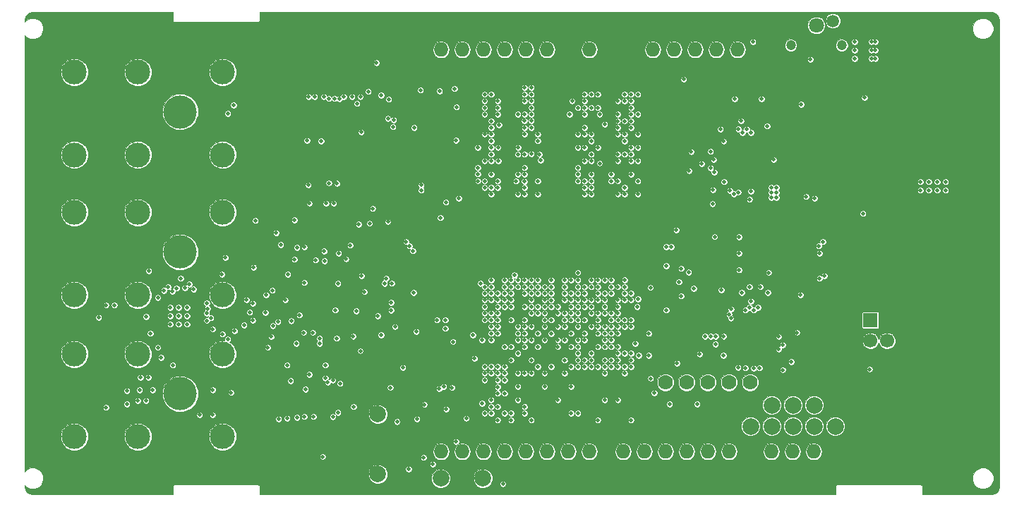
<source format=gbr>
G04 #@! TF.GenerationSoftware,KiCad,Pcbnew,(5.0.1)-rc2*
G04 #@! TF.CreationDate,2021-03-03T09:19:06-05:00*
G04 #@! TF.ProjectId,DFTBoard,444654426F6172642E6B696361645F70,rev?*
G04 #@! TF.SameCoordinates,Original*
G04 #@! TF.FileFunction,Copper,L6,Inr,Mixed*
G04 #@! TF.FilePolarity,Positive*
%FSLAX46Y46*%
G04 Gerber Fmt 4.6, Leading zero omitted, Abs format (unit mm)*
G04 Created by KiCad (PCBNEW (5.0.1)-rc2) date 3/3/2021 9:19:06 AM*
%MOMM*%
%LPD*%
G01*
G04 APERTURE LIST*
G04 #@! TA.AperFunction,ViaPad*
%ADD10C,3.048000*%
G04 #@! TD*
G04 #@! TA.AperFunction,ViaPad*
%ADD11O,1.727200X1.727200*%
G04 #@! TD*
G04 #@! TA.AperFunction,ViaPad*
%ADD12C,2.000000*%
G04 #@! TD*
G04 #@! TA.AperFunction,ViaPad*
%ADD13C,1.778000*%
G04 #@! TD*
G04 #@! TA.AperFunction,ViaPad*
%ADD14C,1.200000*%
G04 #@! TD*
G04 #@! TA.AperFunction,ViaPad*
%ADD15C,1.500000*%
G04 #@! TD*
G04 #@! TA.AperFunction,ViaPad*
%ADD16C,1.800000*%
G04 #@! TD*
G04 #@! TA.AperFunction,ViaPad*
%ADD17C,3.000000*%
G04 #@! TD*
G04 #@! TA.AperFunction,ViaPad*
%ADD18C,4.000000*%
G04 #@! TD*
G04 #@! TA.AperFunction,ViaPad*
%ADD19R,1.700000X1.700000*%
G04 #@! TD*
G04 #@! TA.AperFunction,ViaPad*
%ADD20C,1.700000*%
G04 #@! TD*
G04 #@! TA.AperFunction,ViaPad*
%ADD21C,3.500000*%
G04 #@! TD*
G04 #@! TA.AperFunction,ViaPad*
%ADD22C,1.600000*%
G04 #@! TD*
G04 #@! TA.AperFunction,ViaPad*
%ADD23C,0.480000*%
G04 #@! TD*
G04 #@! TA.AperFunction,Conductor*
%ADD24C,0.102000*%
G04 #@! TD*
G04 APERTURE END LIST*
D10*
G04 #@! TO.N,GND*
G04 #@! TO.C,J6*
X209641220Y-125570980D03*
X209641220Y-112429020D03*
G04 #@! TD*
D11*
G04 #@! TO.N,LCD_D4*
G04 #@! TO.C,XA1*
X152000000Y-105540000D03*
G04 #@! TO.N,LCD_D5*
X154540000Y-105540000D03*
G04 #@! TO.N,LCD_D6*
X157080000Y-105540000D03*
G04 #@! TO.N,LCD_D7*
X159620000Y-105540000D03*
G04 #@! TO.N,LCD_D8*
X162160000Y-105540000D03*
G04 #@! TO.N,*
X187560000Y-105540000D03*
G04 #@! TO.N,LCD_D20*
X181464000Y-153800000D03*
G04 #@! TO.N,LCD_D21*
X184004000Y-153800000D03*
G04 #@! TO.N,LCD_D22*
X186544000Y-153800000D03*
G04 #@! TO.N,LCD_D10*
X191624000Y-153800000D03*
G04 #@! TO.N,LCD_D3*
X194164000Y-153800000D03*
G04 #@! TO.N,LCD_D2*
X196704000Y-153800000D03*
G04 #@! TO.N,LCD_D19*
X178924000Y-153800000D03*
G04 #@! TO.N,LCD_D18*
X176384000Y-153800000D03*
G04 #@! TO.N,LCD_D17*
X173844000Y-153800000D03*
G04 #@! TO.N,GND*
X189084000Y-153800000D03*
G04 #@! TO.N,LCD_D16*
X169780000Y-153800000D03*
G04 #@! TO.N,LCD_D15*
X167240000Y-153800000D03*
G04 #@! TO.N,LCD_D14*
X164700000Y-153800000D03*
G04 #@! TO.N,LCD_D13*
X162160000Y-153800000D03*
G04 #@! TO.N,LCD_D12*
X159620000Y-153800000D03*
G04 #@! TO.N,LCD_D11*
X157080000Y-153800000D03*
G04 #@! TO.N,LCD_D1*
X154540000Y-153800000D03*
G04 #@! TO.N,LCD_D0*
X152000000Y-153800000D03*
G04 #@! TO.N,+3V3*
X185020000Y-105540000D03*
G04 #@! TO.N,LCD_D23*
X182480000Y-105540000D03*
G04 #@! TO.N,+3V3*
X179940000Y-105540000D03*
G04 #@! TO.N,+5V*
X177400000Y-105540000D03*
G04 #@! TO.N,GND*
X174860000Y-105540000D03*
X172320000Y-105540000D03*
G04 #@! TO.N,+5V*
X169780000Y-105540000D03*
G04 #@! TO.N,LCD_D9*
X164700000Y-105540000D03*
G04 #@! TD*
D12*
G04 #@! TO.N,AX_TMS*
G04 #@! TO.C,CON1*
X194200000Y-150770000D03*
G04 #@! TO.N,N/C*
X194200000Y-148230000D03*
X196740000Y-148230000D03*
G04 #@! TO.N,GND*
X199280000Y-148230000D03*
G04 #@! TO.N,AX_TDI*
X199280000Y-150770000D03*
G04 #@! TO.N,N/C*
X196740000Y-150770000D03*
G04 #@! TO.N,AX_TDO*
X191660000Y-150770000D03*
G04 #@! TO.N,+1V8*
X191660000Y-148230000D03*
G04 #@! TO.N,GND*
X189120000Y-148230000D03*
G04 #@! TO.N,AX_TCLK*
X189120000Y-150770000D03*
G04 #@! TD*
D13*
G04 #@! TO.N,N/C*
G04 #@! TO.C,U17*
X178900000Y-145500000D03*
G04 #@! TO.N,UART33_TX*
X181440000Y-145500000D03*
G04 #@! TO.N,UART33_RX*
X183980000Y-145500000D03*
G04 #@! TO.N,+3V3*
X186520000Y-145500000D03*
G04 #@! TO.N,N/C*
X189060000Y-145500000D03*
G04 #@! TO.N,GND*
X191600000Y-145500000D03*
G04 #@! TD*
D14*
G04 #@! TO.N,/Sensors/TEMPO_LED_R*
G04 #@! TO.C,SW1*
X200050000Y-105025000D03*
G04 #@! TO.N,/Sensors/TEMPO_LED_D*
X193950000Y-105025000D03*
D15*
G04 #@! TO.N,TEMPO_SW*
X199000000Y-102075000D03*
D16*
G04 #@! TO.N,N/C*
X197000000Y-102625000D03*
D15*
G04 #@! TO.N,GND*
X195000000Y-102075000D03*
G04 #@! TD*
D17*
G04 #@! TO.N,GNDA*
G04 #@! TO.C,J4*
X108000000Y-118160000D03*
G04 #@! TO.N,ROUT_N*
X115620000Y-118160000D03*
G04 #@! TO.N,ROUT_P*
X125780000Y-118160000D03*
G04 #@! TO.N,/Audio/RSWITCH*
X125780000Y-108250000D03*
G04 #@! TO.N,GNDA*
X115620000Y-108250000D03*
G04 #@! TO.N,N/C*
X108000000Y-108250000D03*
D18*
X120700000Y-113000000D03*
G04 #@! TD*
D17*
G04 #@! TO.N,GNDA*
G04 #@! TO.C,J3*
X108000000Y-135000000D03*
G04 #@! TO.N,LOUT_N*
X115620000Y-135000000D03*
G04 #@! TO.N,LOUT_P*
X125780000Y-135000000D03*
G04 #@! TO.N,/Audio/LSWITCH*
X125780000Y-125090000D03*
G04 #@! TO.N,GNDA*
X115620000Y-125090000D03*
G04 #@! TO.N,N/C*
X108000000Y-125090000D03*
D18*
X120700000Y-129840000D03*
G04 #@! TD*
D17*
G04 #@! TO.N,GNDA*
G04 #@! TO.C,J2*
X108000000Y-152000000D03*
G04 #@! TO.N,/Audio/JACK_IN_N*
X115620000Y-152000000D03*
G04 #@! TO.N,/Audio/JACK_IN_P*
X125780000Y-152000000D03*
G04 #@! TO.N,/Audio/INSWITCH*
X125780000Y-142090000D03*
G04 #@! TO.N,GNDA*
X115620000Y-142090000D03*
G04 #@! TO.N,N/C*
X108000000Y-142090000D03*
D18*
X120700000Y-146840000D03*
G04 #@! TD*
D19*
G04 #@! TO.N,+5V*
G04 #@! TO.C,J7*
X203500000Y-138000000D03*
D20*
G04 #@! TO.N,USBD_D_N*
X203500000Y-140500000D03*
G04 #@! TO.N,USBD_D_P*
X205500000Y-140500000D03*
G04 #@! TO.N,GND*
X205500000Y-138000000D03*
D21*
X208210000Y-133230000D03*
X208210000Y-145270000D03*
G04 #@! TD*
D22*
G04 #@! TO.N,GND*
G04 #@! TO.C,J9*
X132650000Y-102600000D03*
X133250000Y-107550000D03*
X148350000Y-102600000D03*
X147750000Y-107550000D03*
G04 #@! TD*
D12*
G04 #@! TO.N,N/C*
G04 #@! TO.C,J5*
X144400000Y-156500000D03*
X144400000Y-149300000D03*
G04 #@! TD*
G04 #@! TO.N,IR_RX*
G04 #@! TO.C,U22*
X151960000Y-157000000D03*
G04 #@! TO.N,GND*
X154500000Y-157000000D03*
G04 #@! TO.N,+3V3*
X157000000Y-157000000D03*
G04 #@! TD*
D23*
G04 #@! TO.N,+3V3*
X174000000Y-134800000D03*
X172400000Y-140400000D03*
X173200000Y-137200000D03*
X159600000Y-144400000D03*
X158800000Y-146800000D03*
X174000000Y-143600000D03*
X158000000Y-149200000D03*
X160400000Y-150000000D03*
X164400000Y-146000000D03*
X171600000Y-142800000D03*
X167600000Y-146000000D03*
X168400000Y-149200000D03*
X161200000Y-147600000D03*
X166000000Y-147600000D03*
X174800000Y-150000000D03*
X149515000Y-110400000D03*
X118750000Y-134450000D03*
X161200000Y-138800000D03*
X158800000Y-138000000D03*
X159600000Y-135600000D03*
X157200000Y-134800000D03*
X160400000Y-141200000D03*
X158000000Y-140400000D03*
X162000000Y-136400000D03*
X157200000Y-143600000D03*
X175275000Y-140825000D03*
X186750000Y-137800000D03*
X190200000Y-143750000D03*
X188500000Y-143750000D03*
X185950000Y-121400000D03*
X187650000Y-122650000D03*
X189150000Y-122550000D03*
X185900000Y-116550000D03*
X173200000Y-147600000D03*
X171600000Y-147600000D03*
X135600000Y-149600000D03*
X124600000Y-139100000D03*
X138535000Y-121550000D03*
X135900000Y-116450000D03*
X139100000Y-124000000D03*
X114300000Y-146512500D03*
X131800000Y-138700000D03*
X203600000Y-105600000D03*
X203600000Y-104600000D03*
X201600000Y-104600000D03*
X201600000Y-105600000D03*
X204100000Y-106600000D03*
X203600000Y-106600000D03*
X201600000Y-106600000D03*
X204100000Y-104600000D03*
X204100000Y-105600000D03*
X170800000Y-150000000D03*
X179000000Y-131500000D03*
X167600000Y-149200000D03*
X184800000Y-128000000D03*
X159400000Y-157685000D03*
X145200000Y-133600000D03*
X179400000Y-148100000D03*
X182700000Y-148100000D03*
X181100000Y-109100000D03*
X125772107Y-139683679D03*
X181675607Y-132268607D03*
X117100000Y-139600000D03*
X140600000Y-130685000D03*
X115915000Y-144900000D03*
X115812500Y-146400000D03*
X146300000Y-114000000D03*
X146100000Y-133585000D03*
X160400000Y-138000000D03*
X118000000Y-135300000D03*
X145700000Y-111500000D03*
X124587500Y-149400000D03*
X112785000Y-136200000D03*
X116585000Y-147700000D03*
X151900000Y-125715000D03*
X130915000Y-137100000D03*
X141800000Y-136912500D03*
X191115000Y-114700000D03*
X189015000Y-123500000D03*
X193000000Y-143985000D03*
X183015000Y-142100000D03*
X194000000Y-143015000D03*
X203415000Y-143900000D03*
X137400000Y-140200000D03*
X137400000Y-140800000D03*
X134600000Y-140800000D03*
X133500000Y-143400000D03*
X149600000Y-122400000D03*
X146200000Y-114800000D03*
X145600000Y-113800000D03*
X145600000Y-126200000D03*
X138100000Y-143400000D03*
X138400000Y-145500000D03*
X135700000Y-146300000D03*
X202600000Y-125200000D03*
X180807000Y-131800000D03*
X137586001Y-116500000D03*
X139850000Y-145600000D03*
X142300000Y-141700000D03*
X186550000Y-137300000D03*
X185850000Y-142250000D03*
X179000000Y-136800000D03*
G04 #@! TO.N,JD_IN*
X159600000Y-146800000D03*
X126800000Y-146700000D03*
G04 #@! TO.N,JD_ROUT*
X126400000Y-113200000D03*
X156900000Y-148000000D03*
X128346573Y-138609228D03*
G04 #@! TO.N,JD_LOUT*
X126100000Y-130500000D03*
G04 #@! TO.N,+5V*
X192500000Y-140000000D03*
X191900000Y-118750000D03*
X144242000Y-107100000D03*
X149000000Y-139400000D03*
X148600000Y-129700000D03*
X136200000Y-124000000D03*
X138200000Y-124000000D03*
X134400000Y-126000000D03*
X129500000Y-131700000D03*
X192200000Y-122700000D03*
X192200000Y-122100000D03*
X191600000Y-122100000D03*
X191600000Y-122700000D03*
X191600000Y-123300000D03*
X192200000Y-123300000D03*
X139285000Y-136800000D03*
X149887500Y-154500000D03*
X184600000Y-122385000D03*
X195800000Y-123185000D03*
X195115000Y-135000000D03*
X194700000Y-139500000D03*
X148700000Y-134700000D03*
X139500000Y-121600000D03*
X197400000Y-130000000D03*
X197800000Y-128600000D03*
X198000000Y-132700000D03*
G04 #@! TO.N,RF_IRQ*
X136050000Y-121800000D03*
X142459179Y-132700001D03*
G04 #@! TO.N,GNDA*
X119250000Y-134000000D03*
X114300000Y-148087500D03*
X209500000Y-122400000D03*
X210500000Y-122400000D03*
X211500000Y-122400000D03*
X212500000Y-122400000D03*
X212500000Y-121400000D03*
X211500000Y-121400000D03*
X210500000Y-121400000D03*
X209500000Y-121400000D03*
X131000000Y-135000000D03*
X116600000Y-137600000D03*
X118400000Y-142500000D03*
X116885000Y-144900000D03*
X117387500Y-146400000D03*
X148100000Y-155900000D03*
X123012500Y-149400000D03*
X111815000Y-136200000D03*
X115615000Y-147700000D03*
X132400000Y-138200000D03*
X119500000Y-136500000D03*
X121500000Y-136500000D03*
X120500000Y-137500000D03*
X119500000Y-138500000D03*
X121500000Y-138500000D03*
X120500000Y-138500000D03*
X119500000Y-137500000D03*
X120500000Y-136500000D03*
X121500000Y-137500000D03*
X131722107Y-134422107D03*
X134000000Y-138100000D03*
G04 #@! TO.N,GND*
X125800000Y-148400000D03*
X158800000Y-150800000D03*
X174800000Y-145200000D03*
X172400000Y-150000000D03*
X166800000Y-142000000D03*
X157200000Y-146800000D03*
X165200000Y-149200000D03*
X163600000Y-119700000D03*
X163600000Y-110100000D03*
X173200000Y-122100000D03*
X157200000Y-116500000D03*
X163600000Y-122100000D03*
X156400000Y-122100000D03*
X156400000Y-118100000D03*
X157200000Y-119700000D03*
X157200000Y-118100000D03*
X156400000Y-118900000D03*
X156400000Y-112500000D03*
X158800000Y-134000000D03*
X158000000Y-136400000D03*
X167600000Y-134000000D03*
X164400000Y-133200000D03*
X163600000Y-135600000D03*
X161200000Y-134800000D03*
X170000000Y-134800000D03*
X174000000Y-137200000D03*
X172400000Y-136400000D03*
X169200000Y-137200000D03*
X166800000Y-136400000D03*
X170000000Y-139600000D03*
X168400000Y-139600000D03*
X169200000Y-138800000D03*
X167600000Y-138800000D03*
X166000000Y-139600000D03*
X164400000Y-139600000D03*
X162800000Y-139600000D03*
X163600000Y-140400000D03*
X160400000Y-137200000D03*
X156800000Y-139200000D03*
X159600000Y-139600000D03*
X158800000Y-142800000D03*
X162800000Y-141200000D03*
X164400000Y-141200000D03*
X165200000Y-141200000D03*
X165200000Y-140400000D03*
X166800000Y-139600000D03*
X163600000Y-142800000D03*
X164400000Y-142800000D03*
X165200000Y-142800000D03*
X164400000Y-143600000D03*
X162800000Y-143600000D03*
X162000000Y-143600000D03*
X161200000Y-143600000D03*
X163600000Y-144400000D03*
X160400000Y-146000000D03*
X165200000Y-147600000D03*
X174000000Y-150000000D03*
X162800000Y-149200000D03*
X159600000Y-148400000D03*
X158000000Y-145200000D03*
X170000000Y-140400000D03*
X170800000Y-140400000D03*
X172400000Y-142000000D03*
X174000000Y-139600000D03*
X166000000Y-142800000D03*
X167600000Y-142800000D03*
X166800000Y-143600000D03*
X165200000Y-144400000D03*
X167600000Y-144400000D03*
X169200000Y-142000000D03*
X167600000Y-142000000D03*
X166800000Y-141200000D03*
X171600000Y-138000000D03*
X168400000Y-148400000D03*
X174000000Y-147600000D03*
X163600000Y-146000000D03*
X168400000Y-144400000D03*
X170800000Y-149200000D03*
X171600000Y-146800000D03*
X169200000Y-146000000D03*
X172400000Y-144400000D03*
X163600000Y-138800000D03*
X167600000Y-140400000D03*
X166800000Y-145200000D03*
X162000000Y-147600000D03*
X156400000Y-110900000D03*
X175600000Y-114100000D03*
X175600000Y-122100000D03*
X175600000Y-120500000D03*
X168400000Y-110900000D03*
X168400000Y-122100000D03*
X175600000Y-112500000D03*
X175600000Y-119700000D03*
X175600000Y-118100000D03*
X174800000Y-119700000D03*
X169200000Y-116500000D03*
X169200000Y-118100000D03*
X174800000Y-116500000D03*
X175600000Y-110100000D03*
X168400000Y-113300000D03*
X161200000Y-122100000D03*
X156485148Y-122921782D03*
X165200000Y-137200000D03*
X162798946Y-115693010D03*
X157200000Y-120500000D03*
X168400000Y-122900000D03*
X163600000Y-111698957D03*
X163599738Y-113293010D03*
X168406990Y-118095987D03*
X168406999Y-111700000D03*
X173181990Y-133197925D03*
X169200000Y-119700000D03*
X169200000Y-120500000D03*
X162779514Y-119105606D03*
X163700000Y-117500000D03*
X163593242Y-120525867D03*
X168400000Y-118894490D03*
X157200000Y-114100000D03*
X153465000Y-115200000D03*
X164485000Y-109094967D03*
X164341294Y-127726187D03*
X164199608Y-126694607D03*
X164315000Y-125850000D03*
X158900000Y-131200000D03*
X150412500Y-117700000D03*
X150412500Y-116200000D03*
X149140000Y-116895000D03*
X153600000Y-111185000D03*
X153840000Y-113997500D03*
X153800000Y-117987500D03*
X150485000Y-110400000D03*
X150840000Y-113210000D03*
X151400000Y-112400000D03*
X150400000Y-112400000D03*
X150400000Y-114000000D03*
X151400000Y-114000000D03*
X147800000Y-116887500D03*
X170000000Y-138000000D03*
X171600000Y-142000000D03*
X191900000Y-117750000D03*
X190200000Y-134700000D03*
X190135000Y-135750000D03*
X189000000Y-134700000D03*
X189465000Y-111450000D03*
X188185000Y-111450000D03*
X201000000Y-142985000D03*
X189250000Y-140250000D03*
X190250000Y-139250000D03*
X190250000Y-141250000D03*
X188250000Y-141250000D03*
X188250000Y-139250000D03*
X188400000Y-119000000D03*
X189250000Y-118000000D03*
X187500000Y-118000000D03*
X187500000Y-120000000D03*
X189250000Y-120000000D03*
X194400000Y-133650000D03*
X167600000Y-150000000D03*
X177300000Y-138786001D03*
X180300000Y-136685000D03*
X140700000Y-106700000D03*
X139300000Y-106700000D03*
X143700000Y-106700000D03*
X137800000Y-106700000D03*
X136300000Y-106700000D03*
X162000000Y-146000000D03*
X137800000Y-149600000D03*
X141300000Y-149600000D03*
X124200000Y-138558000D03*
X136700000Y-118050000D03*
X136687029Y-116362971D03*
X136700000Y-118850000D03*
X136700000Y-119650000D03*
X136700000Y-121450000D03*
X134700000Y-134400000D03*
X138650000Y-135500000D03*
X158800000Y-140400000D03*
X131300000Y-151300000D03*
X148500000Y-139100000D03*
X138900000Y-130800000D03*
X193200000Y-111800000D03*
X132000000Y-127000000D03*
X129500000Y-145000000D03*
X129500000Y-131100000D03*
X196800000Y-122000000D03*
X194700000Y-119300000D03*
X194500000Y-117200000D03*
X162800000Y-138000000D03*
X147200000Y-142700000D03*
X153400000Y-138400000D03*
X125100000Y-131600000D03*
X150700000Y-122200000D03*
X151900000Y-120500000D03*
X152500000Y-120200000D03*
X151100000Y-119300000D03*
X202100000Y-111500000D03*
X204700000Y-112200000D03*
X209500000Y-116500000D03*
X210500000Y-116500000D03*
X210500000Y-117500000D03*
X209500000Y-117500000D03*
X211500000Y-116500000D03*
X212500000Y-116500000D03*
X212500000Y-117500000D03*
X211500000Y-117500000D03*
X153400000Y-141600000D03*
X156400000Y-125937500D03*
X125300000Y-114900000D03*
X123387500Y-132700000D03*
X149400000Y-141400000D03*
X187015000Y-114093000D03*
X154100000Y-146000000D03*
X156100000Y-146000000D03*
X159600000Y-142800000D03*
X158800000Y-147600000D03*
X167600000Y-148400000D03*
X181659990Y-131048000D03*
X159400000Y-156715000D03*
X149100000Y-152700000D03*
X153719148Y-151380852D03*
X185600000Y-135800000D03*
X209871644Y-115115856D03*
X199700000Y-128100000D03*
X203100000Y-129800000D03*
X194700000Y-137500000D03*
X194700000Y-138500000D03*
X160400000Y-142000000D03*
X179400000Y-150855000D03*
X182700000Y-150900000D03*
X181100000Y-111900000D03*
X117885000Y-132100000D03*
X146000000Y-134962500D03*
X140600000Y-129715000D03*
X151887500Y-128500000D03*
X146100000Y-132615000D03*
X140600000Y-143400000D03*
X151900000Y-126685000D03*
X131885000Y-137100000D03*
X143050000Y-146600000D03*
X141800000Y-138487500D03*
X138315000Y-136800000D03*
X148312500Y-154500000D03*
X150500000Y-133342002D03*
X184600000Y-121415000D03*
X192085000Y-114700000D03*
X189985000Y-123500000D03*
X195800000Y-122215000D03*
X193000000Y-143015000D03*
X183985000Y-142100000D03*
X194000000Y-143985000D03*
X162093000Y-156800000D03*
X178700000Y-139586001D03*
X178315000Y-141200000D03*
X204385000Y-143900000D03*
X196085000Y-135000000D03*
X148000000Y-134400000D03*
X162000000Y-137200000D03*
X146225000Y-141725000D03*
X172400000Y-145200000D03*
X144800000Y-126100000D03*
X139700000Y-123700000D03*
X146400000Y-143800000D03*
X148700000Y-124200000D03*
X165900000Y-108300000D03*
X177600000Y-108300000D03*
X190400000Y-131000000D03*
X195200000Y-129100000D03*
X139950000Y-141700000D03*
X143000000Y-141816179D03*
X185600000Y-131700000D03*
X184950000Y-143750000D03*
X180850008Y-138694206D03*
X125685027Y-138040829D03*
G04 #@! TO.N,/Audio/MICBIAS*
X118000000Y-141300000D03*
X128659179Y-135585035D03*
X133300000Y-135600000D03*
G04 #@! TO.N,/Audio/SIGC_F*
X119800000Y-143400000D03*
X129400000Y-136000000D03*
G04 #@! TO.N,/DDR3/VREF*
X175600000Y-117300000D03*
X163597857Y-116493010D03*
X158000000Y-114100000D03*
X169200000Y-138000000D03*
X166000000Y-136400000D03*
X164400000Y-138000000D03*
X171000000Y-113300000D03*
X151800000Y-110500000D03*
G04 #@! TO.N,DDR3_CK_P*
X170000000Y-116500000D03*
X164400000Y-135600000D03*
X158000000Y-116500000D03*
G04 #@! TO.N,DDR3_CK_N*
X158000000Y-115700000D03*
X164400000Y-136400000D03*
X170000000Y-115700000D03*
G04 #@! TO.N,DDR3_RAS#*
X162800000Y-136400000D03*
X173200000Y-115700000D03*
X162004488Y-115693010D03*
G04 #@! TO.N,DDR3_WE#*
X161974367Y-114093010D03*
X162800000Y-135600000D03*
X173200000Y-114100000D03*
G04 #@! TO.N,DDR3_CKE*
X157200000Y-115700000D03*
X160400000Y-134800000D03*
X168400000Y-115700000D03*
G04 #@! TO.N,DDR3_CAS#*
X163600000Y-134800000D03*
X173200000Y-114900000D03*
X162000000Y-114925000D03*
G04 #@! TO.N,DDR3_BA1*
X166800000Y-137200000D03*
X157200000Y-113300000D03*
X169200000Y-113300000D03*
G04 #@! TO.N,DDR3_BA0*
X166800000Y-138000000D03*
X174800000Y-114100000D03*
X162800000Y-113293010D03*
G04 #@! TO.N,DDR3_A0*
X161200000Y-113300000D03*
X173200000Y-113300000D03*
X165205333Y-135606990D03*
G04 #@! TO.N,DDR3_A2*
X162000000Y-111700000D03*
X167600000Y-135600000D03*
X173200000Y-111700000D03*
G04 #@! TO.N,DDR3_A1*
X165200000Y-136400000D03*
X170000000Y-112500000D03*
X158793010Y-112498402D03*
G04 #@! TO.N,DDR3_A10*
X168400000Y-134800000D03*
X158926746Y-114586512D03*
X171600000Y-114500000D03*
G04 #@! TO.N,DDR3_A4*
X157200000Y-112500000D03*
X167600000Y-137200000D03*
X169200000Y-112500000D03*
G04 #@! TO.N,DDR3_A6*
X169200000Y-111700000D03*
X157200000Y-111700000D03*
X168400000Y-138000000D03*
G04 #@! TO.N,DDR3_A5*
X167600000Y-136400000D03*
X162800000Y-111698957D03*
X174800000Y-112500000D03*
G04 #@! TO.N,DDR3_A3*
X166800000Y-135600000D03*
X174800000Y-113300000D03*
X162800619Y-112493010D03*
G04 #@! TO.N,DDR3_A8*
X157200000Y-110900000D03*
X168400000Y-136400000D03*
X169200000Y-110900000D03*
G04 #@! TO.N,DDR3_A11*
X170800000Y-110900000D03*
X169988632Y-136399475D03*
X158800000Y-111700000D03*
G04 #@! TO.N,DDR3_A9*
X162000000Y-110900000D03*
X169200000Y-136400000D03*
X174000000Y-111700000D03*
G04 #@! TO.N,DDR3_A7*
X162800000Y-110900000D03*
X168400000Y-137200000D03*
X174800000Y-111700000D03*
G04 #@! TO.N,DDR3_A12*
X169200000Y-135600000D03*
X170800000Y-112500000D03*
X158800000Y-113300000D03*
G04 #@! TO.N,DDR3_ODT*
X163600000Y-136400000D03*
X175600000Y-115700000D03*
X163600000Y-115700000D03*
G04 #@! TO.N,Net-(C76-Pad2)*
X190435000Y-111450000D03*
G04 #@! TO.N,Net-(C85-Pad2)*
X191200000Y-134700000D03*
X190300000Y-134000000D03*
G04 #@! TO.N,+1V35*
X171600000Y-134800000D03*
X167600000Y-138000000D03*
X165200000Y-134800000D03*
X162800000Y-134000000D03*
X170000000Y-137200000D03*
X168400000Y-135600000D03*
X175600000Y-118900000D03*
X175600000Y-122900000D03*
X175600000Y-121300000D03*
X175600000Y-110900000D03*
X168400000Y-133200000D03*
X156400000Y-119700000D03*
X158000000Y-114900000D03*
X156400000Y-117300000D03*
X158000000Y-118100000D03*
X163600000Y-121300000D03*
X158000000Y-122100000D03*
X162000000Y-122100000D03*
X174000000Y-115700000D03*
X163600000Y-122900000D03*
X168400000Y-121300000D03*
X170000000Y-118100000D03*
X169200000Y-122900000D03*
X174800000Y-117300000D03*
X168400000Y-117300000D03*
X169200000Y-115700000D03*
X164400000Y-137200000D03*
X156402274Y-120453296D03*
X174793010Y-120512732D03*
X162800000Y-114893010D03*
X168400000Y-120481990D03*
X156406990Y-121293472D03*
X173995087Y-122106990D03*
X161993010Y-120506797D03*
X168403748Y-112501148D03*
X175600000Y-113300000D03*
X168400000Y-119695979D03*
X160800000Y-132600000D03*
X163800000Y-118100000D03*
X153840000Y-112422500D03*
X153600000Y-110215000D03*
X153800000Y-116412500D03*
X167700000Y-111700000D03*
X165200000Y-138000000D03*
X154100000Y-123400000D03*
G04 #@! TO.N,AX_TCLK*
X170000000Y-142000000D03*
G04 #@! TO.N,AX_TDI*
X169200000Y-142800000D03*
X177553001Y-146753001D03*
G04 #@! TO.N,AX_TMS*
X170000000Y-142800000D03*
G04 #@! TO.N,LCD_D6*
X157200000Y-135600000D03*
G04 #@! TO.N,LCD_D5*
X157200000Y-136400000D03*
G04 #@! TO.N,LCD_D4*
X160400000Y-136400000D03*
G04 #@! TO.N,LCD_D13*
X158800000Y-150000000D03*
G04 #@! TO.N,/Audio/LED_1BC*
X187749180Y-128023880D03*
G04 #@! TO.N,/Audio/LED_1GC*
X187749180Y-130000000D03*
G04 #@! TO.N,/Audio/LED_1RC*
X187749180Y-131976120D03*
G04 #@! TO.N,SD_D2*
X132500000Y-149900000D03*
X174800000Y-138800000D03*
X153800000Y-152600000D03*
G04 #@! TO.N,SD_D3*
X170800000Y-141200000D03*
X133500000Y-149800000D03*
G04 #@! TO.N,SD_CMD*
X171600000Y-139600000D03*
X134700000Y-149700000D03*
G04 #@! TO.N,SD_CLK*
X136700000Y-149600000D03*
G04 #@! TO.N,SD_D0*
X174800000Y-138000000D03*
X139000000Y-149607000D03*
G04 #@! TO.N,SD_D1*
X171600000Y-141200000D03*
X141500000Y-148400000D03*
G04 #@! TO.N,SD_CD*
X131200000Y-141300000D03*
X174800000Y-143600000D03*
X155000000Y-149800000D03*
G04 #@! TO.N,TEMPO_SW*
X158800000Y-144400000D03*
X189400000Y-104600000D03*
G04 #@! TO.N,DDR3_DM0*
X170998968Y-119181088D03*
X174017044Y-133197457D03*
G04 #@! TO.N,DDR3_DQ2*
X174000000Y-134000000D03*
X174800000Y-118900000D03*
G04 #@! TO.N,DDR3_DQ3*
X170800000Y-133200000D03*
X169200000Y-118900000D03*
G04 #@! TO.N,DDR3_DQ6*
X172400000Y-134800000D03*
X174800000Y-118100000D03*
G04 #@! TO.N,DDR3_DQ5*
X171600000Y-133200000D03*
X169200000Y-117300000D03*
G04 #@! TO.N,DDR3_DQ7*
X170800000Y-117300000D03*
X172395979Y-133200000D03*
G04 #@! TO.N,DDR3_DM1*
X169200000Y-134800000D03*
X172400000Y-121300000D03*
G04 #@! TO.N,DDR3_DQ14*
X167600000Y-134800000D03*
X169200000Y-122100000D03*
G04 #@! TO.N,DDR3_DQ15*
X173200000Y-122900000D03*
X170000000Y-133200000D03*
G04 #@! TO.N,DDR3_DQS0_N*
X172400000Y-134000000D03*
X173200000Y-118100000D03*
G04 #@! TO.N,DDR3_DQ1*
X170800000Y-134000000D03*
X170000000Y-118900000D03*
G04 #@! TO.N,DDR3_DRST#*
X162800000Y-110100000D03*
X170800000Y-134800000D03*
X174800000Y-110900000D03*
G04 #@! TO.N,DDR3_DQS0_P*
X174000000Y-118100000D03*
X173200000Y-134000000D03*
G04 #@! TO.N,DDR3_DQ0*
X173200000Y-135600000D03*
X173200000Y-118900000D03*
G04 #@! TO.N,RF2_IRQ*
X180200000Y-127200000D03*
X170800000Y-138000000D03*
X135600000Y-129250000D03*
X139450000Y-140200000D03*
X136950000Y-130800000D03*
G04 #@! TO.N,DDR3_DQ4*
X174000000Y-116500000D03*
X171600000Y-135600000D03*
G04 #@! TO.N,DDR3_A13*
X162000000Y-110100000D03*
X174000000Y-110900000D03*
X170811234Y-135595186D03*
G04 #@! TO.N,DDR3_DQ8*
X170000000Y-120500000D03*
X166800000Y-134800000D03*
G04 #@! TO.N,DDR3_DQ9*
X166800000Y-133200000D03*
X172400000Y-120500000D03*
G04 #@! TO.N,I2S_BCLK*
X158000000Y-143600000D03*
X123986656Y-136620334D03*
G04 #@! TO.N,DDR3_DQS1_N*
X168400000Y-134000000D03*
X170000000Y-122100000D03*
G04 #@! TO.N,DDR3_A14*
X170000000Y-110900000D03*
X158000000Y-110900000D03*
X169995097Y-135600000D03*
G04 #@! TO.N,DDR3_DQ10*
X169200000Y-121300000D03*
X166800000Y-134000000D03*
G04 #@! TO.N,DDR3_DQS1_P*
X170000000Y-121300000D03*
X169200000Y-134000000D03*
G04 #@! TO.N,DDR3_DQ13*
X174000000Y-122900000D03*
X170000000Y-134000000D03*
G04 #@! TO.N,DDR3_DQ11*
X173200000Y-121300000D03*
X168400000Y-132300000D03*
G04 #@! TO.N,DDR3_DQ12*
X167600000Y-133200000D03*
X170000000Y-122900000D03*
G04 #@! TO.N,DDR3_DQ18*
X163925000Y-118825000D03*
X165200000Y-133200000D03*
G04 #@! TO.N,DDR3_DQ17*
X158000000Y-118900000D03*
X162000000Y-133200000D03*
G04 #@! TO.N,DDR3_DQS2_P*
X162000000Y-118100000D03*
X164400000Y-134000000D03*
G04 #@! TO.N,DDR3_CS#*
X163600000Y-137200000D03*
X174800000Y-114900000D03*
X162806993Y-114087683D03*
G04 #@! TO.N,DDR3_DQ16*
X162000000Y-119700000D03*
X162000000Y-134800000D03*
G04 #@! TO.N,DDR3_DQ19*
X157200000Y-118900000D03*
X162000000Y-134000000D03*
G04 #@! TO.N,DDR3_DM2*
X163600000Y-133200000D03*
X158850000Y-118900000D03*
G04 #@! TO.N,DDR3_DQS2_N*
X161200000Y-118100000D03*
X163600000Y-134000000D03*
G04 #@! TO.N,DDR3_DQ20*
X161236686Y-117306990D03*
X165200000Y-134000000D03*
G04 #@! TO.N,DDR3_BA2*
X166000000Y-137200000D03*
X162000000Y-113300000D03*
X174000000Y-114100000D03*
G04 #@! TO.N,I2S_ADCSD*
X157200000Y-145200000D03*
X123892780Y-138058000D03*
G04 #@! TO.N,I2S_DACSD*
X124372107Y-137727893D03*
X158000000Y-144400000D03*
G04 #@! TO.N,I2S_LRCLK*
X157200000Y-144400000D03*
X123848137Y-137185622D03*
G04 #@! TO.N,I2S_MCLK*
X158800000Y-143600000D03*
X123884371Y-135962247D03*
G04 #@! TO.N,+1V8*
X162000000Y-138800000D03*
X162000000Y-138000000D03*
X162000000Y-139600000D03*
X166000000Y-140400000D03*
X162000000Y-140400000D03*
X162800000Y-142800000D03*
X167600000Y-139600000D03*
X167600000Y-141200000D03*
X163600000Y-139600000D03*
X161200000Y-144400000D03*
X189500000Y-136800000D03*
X188500000Y-136800000D03*
X187650000Y-115067002D03*
X188650000Y-115100000D03*
X189165000Y-135750000D03*
X122300000Y-134300000D03*
X124600000Y-146400000D03*
X196300000Y-106700000D03*
X127100000Y-112200000D03*
X187985000Y-114093000D03*
X116915000Y-132100000D03*
X125700000Y-132500000D03*
X134700000Y-129300000D03*
X146000000Y-135900000D03*
X166000000Y-141200000D03*
X161200000Y-146000000D03*
X168400000Y-141200000D03*
X166800000Y-142825000D03*
X155800000Y-139800000D03*
X156000000Y-142600000D03*
X146000000Y-136837500D03*
X146450000Y-138800000D03*
X153400000Y-140600000D03*
X151500000Y-138000000D03*
X152500000Y-139000000D03*
X152500000Y-138000000D03*
X144800000Y-139800000D03*
X184350000Y-139950000D03*
G04 #@! TO.N,+1V0*
X158800000Y-146025000D03*
X159600000Y-143625000D03*
X162800000Y-138800000D03*
X164400000Y-138800000D03*
X168400000Y-142800000D03*
X162800000Y-144400000D03*
X164400000Y-144400000D03*
X169200000Y-139600000D03*
X163600000Y-143600000D03*
X165200000Y-143600000D03*
X166800000Y-144400000D03*
X167600000Y-143600000D03*
X166800000Y-138800000D03*
X168400000Y-142000000D03*
X169200000Y-140400000D03*
X168400000Y-143600000D03*
X168400000Y-140400000D03*
X168400000Y-138800000D03*
X150000000Y-148137500D03*
X147400000Y-143700000D03*
X152600000Y-148700000D03*
X151750000Y-146250000D03*
X149100000Y-149900000D03*
X145900000Y-146100000D03*
G04 #@! TO.N,Net-(C75-Pad2)*
X187215000Y-111450000D03*
G04 #@! TO.N,Net-(C84-Pad2)*
X188065000Y-134700000D03*
X189000000Y-134000000D03*
G04 #@! TO.N,I2C33_SCLK*
X173200000Y-136400000D03*
X179600000Y-129200000D03*
X143400000Y-126400000D03*
X143800000Y-124600000D03*
X129031286Y-137068714D03*
X136172216Y-144527636D03*
X131600000Y-140000000D03*
X142400000Y-115450000D03*
X127206990Y-139313786D03*
G04 #@! TO.N,/Audio/LED_2RC*
X139600000Y-133600000D03*
G04 #@! TO.N,/Audio/LED_2GC*
X138000000Y-130900000D03*
G04 #@! TO.N,/Audio/LED_2BC*
X135600000Y-133500000D03*
G04 #@! TO.N,/Audio/LED_2RA*
X141099989Y-129007000D03*
G04 #@! TO.N,LOUT_P*
X119750000Y-134575000D03*
G04 #@! TO.N,LOUT_N*
X120250000Y-134175000D03*
G04 #@! TO.N,ROUT_P*
X120750000Y-133000000D03*
G04 #@! TO.N,ROUT_N*
X121250000Y-134150000D03*
G04 #@! TO.N,TEMPO_LED*
X195200000Y-112100000D03*
X162800000Y-137200000D03*
G04 #@! TO.N,1v0en*
X129690014Y-126050000D03*
X153300000Y-146107000D03*
X141450000Y-139950000D03*
G04 #@! TO.N,1v8en*
X145400000Y-133000000D03*
X132196999Y-127547647D03*
G04 #@! TO.N,3v3en*
X202800000Y-111300000D03*
X133600000Y-132500000D03*
G04 #@! TO.N,1v35en*
X134400000Y-130700000D03*
X142100000Y-126500000D03*
G04 #@! TO.N,ZYNQ_POR*
X180800000Y-135100000D03*
X132750000Y-128950000D03*
G04 #@! TO.N,PROGRAM_B*
X162000000Y-141200000D03*
G04 #@! TO.N,INIT_B*
X162000000Y-144400000D03*
G04 #@! TO.N,LED_1R_CTRL*
X197400000Y-133000000D03*
X158000000Y-148400000D03*
G04 #@! TO.N,LED_2R_CTRL*
X142800000Y-134600000D03*
G04 #@! TO.N,LED_1G_CTRL*
X191300000Y-132300000D03*
X157200000Y-149200000D03*
G04 #@! TO.N,LED_2G_CTRL*
X144400000Y-137500000D03*
X139692002Y-129987701D03*
G04 #@! TO.N,LED_1B_CTRL*
X158800000Y-148400000D03*
X197300000Y-129100000D03*
G04 #@! TO.N,LED_2B_CTRL*
X135000000Y-137400000D03*
G04 #@! TO.N,Net-(R33-Pad1)*
X173200000Y-139600000D03*
X176900000Y-139600000D03*
G04 #@! TO.N,Net-(R75-Pad1)*
X166000000Y-138800000D03*
G04 #@! TO.N,Net-(R76-Pad1)*
X165200000Y-139634260D03*
X156900000Y-140400000D03*
G04 #@! TO.N,BOOTSPI_SCK_BMODE4*
X175500000Y-136400000D03*
G04 #@! TO.N,BOOTSPI_DQ0_BMODE3*
X174800000Y-134800000D03*
G04 #@! TO.N,BOOTSPI_DQ2_BMODE2*
X171600000Y-136400000D03*
G04 #@! TO.N,BOOTSPI_DQ1_BMODE1*
X170800000Y-137200000D03*
G04 #@! TO.N,BOOTSPI_DQ3_BMODE0*
X174800000Y-135600000D03*
G04 #@! TO.N,VMODE0*
X172400000Y-137200000D03*
G04 #@! TO.N,VMODE1*
X171599999Y-137193000D03*
G04 #@! TO.N,Net-(R100-Pad1)*
X170800000Y-138800000D03*
X179000000Y-129200000D03*
G04 #@! TO.N,1v35PG*
X160400000Y-135600000D03*
X152550000Y-123850000D03*
G04 #@! TO.N,BOOTSPI_CS*
X177100000Y-134100000D03*
G04 #@! TO.N,UART33_TX*
X174000000Y-135600000D03*
X175607000Y-135482201D03*
G04 #@! TO.N,UART33_RX*
X170000000Y-138800000D03*
X172400000Y-139600000D03*
X176901032Y-142243000D03*
G04 #@! TO.N,TLV_RST#*
X121800000Y-133700000D03*
X152300000Y-146000000D03*
G04 #@! TO.N,LCD_D7*
X158000000Y-135600000D03*
G04 #@! TO.N,LCD_D9*
X157200000Y-134000000D03*
G04 #@! TO.N,LCD_D10*
X162000000Y-149200000D03*
G04 #@! TO.N,LCD_D8*
X158800000Y-135600000D03*
G04 #@! TO.N,LCD_D14*
X159600000Y-149200000D03*
G04 #@! TO.N,LCD_D2*
X162000000Y-148400000D03*
G04 #@! TO.N,LCD_D3*
X160400000Y-149200000D03*
G04 #@! TO.N,USBD_D_N*
X193000000Y-141000000D03*
G04 #@! TO.N,USBD_D_P*
X192500000Y-141500000D03*
G04 #@! TO.N,DDR3_DQ27*
X161993010Y-121368010D03*
X160400000Y-133200000D03*
G04 #@! TO.N,DDR3_DQ25*
X159600000Y-133200000D03*
X161000000Y-121300000D03*
G04 #@! TO.N,DDR3_DQ28*
X158000000Y-122900000D03*
X158000000Y-133200000D03*
G04 #@! TO.N,DDR3_DM3*
X158000000Y-134000000D03*
X161200000Y-120500000D03*
G04 #@! TO.N,DDR3_DQS3_P*
X158800000Y-121300000D03*
X160400000Y-134000000D03*
G04 #@! TO.N,DDR3_DQS3_N*
X158800000Y-122100000D03*
X159600000Y-134000000D03*
G04 #@! TO.N,DDR3_DQ29*
X161200000Y-133200000D03*
X162000000Y-122900000D03*
G04 #@! TO.N,DDR3_DQ26*
X158800000Y-134800000D03*
X157200000Y-121300000D03*
G04 #@! TO.N,DDR3_DQ31*
X161200000Y-134000000D03*
X161200000Y-122900000D03*
G04 #@! TO.N,DDR3_DQ30*
X157200000Y-122100000D03*
X159600000Y-134800000D03*
G04 #@! TO.N,DDR3_DQ24*
X158000000Y-120500000D03*
X158000000Y-134800000D03*
G04 #@! TO.N,DDR3_DQ21*
X158000000Y-117300000D03*
X162800000Y-133200000D03*
G04 #@! TO.N,DDR3_DQ23*
X162800000Y-134800000D03*
X158806990Y-117293010D03*
G04 #@! TO.N,DDR3_DQ22*
X164400000Y-134800000D03*
X162800000Y-118050000D03*
G04 #@! TO.N,USB1_D0*
X171600000Y-143600000D03*
X185900000Y-139950000D03*
G04 #@! TO.N,USB0_D3*
X184300000Y-119750000D03*
X170800001Y-143600000D03*
G04 #@! TO.N,USB0_nxt*
X170800000Y-139600000D03*
X184300000Y-117750000D03*
X182000000Y-117800000D03*
G04 #@! TO.N,USB0_D6*
X169999999Y-143600000D03*
X187109625Y-122866150D03*
G04 #@! TO.N,USB1_stp*
X172400000Y-138800000D03*
X189000000Y-136500000D03*
G04 #@! TO.N,USB1_D2*
X172400000Y-142800000D03*
X184904814Y-140893010D03*
G04 #@! TO.N,USB0_D1*
X169200000Y-143600000D03*
X184700000Y-118750000D03*
X185600000Y-134400000D03*
G04 #@! TO.N,USB1_D4*
X171600000Y-144400000D03*
X177103414Y-145002976D03*
G04 #@! TO.N,USB0_D7*
X173200000Y-143600000D03*
X184550000Y-124050000D03*
G04 #@! TO.N,USB1_dir*
X173200000Y-138800000D03*
X186800000Y-136700000D03*
G04 #@! TO.N,USB0_D4*
X184750000Y-120250000D03*
X174800000Y-142800000D03*
G04 #@! TO.N,USB0_stp*
X188150000Y-115500000D03*
X174800000Y-142000000D03*
G04 #@! TO.N,USB0_dir*
X171600000Y-138800000D03*
X185500000Y-115100000D03*
G04 #@! TO.N,USB1_RST*
X173200000Y-142800000D03*
X190000000Y-136500000D03*
X180300000Y-143200000D03*
G04 #@! TO.N,USB0_RST*
X171600000Y-140400000D03*
X189150000Y-115500000D03*
G04 #@! TO.N,USB1_D6*
X172400000Y-143600000D03*
X187600000Y-143700000D03*
G04 #@! TO.N,USB1_CLK*
X172400000Y-141200000D03*
X183650000Y-139950000D03*
G04 #@! TO.N,USB1_D7*
X173200000Y-141200000D03*
X189500000Y-143800000D03*
G04 #@! TO.N,USB0_D0*
X181750000Y-120100000D03*
X173202189Y-138000000D03*
G04 #@! TO.N,USB0_D2*
X174000000Y-142000000D03*
X183250000Y-119250000D03*
G04 #@! TO.N,USB0_D5*
X174000000Y-144400000D03*
X186650000Y-122450000D03*
G04 #@! TO.N,USB1_nxt*
X173200000Y-142000000D03*
X184950000Y-139950000D03*
G04 #@! TO.N,HDMI_CLK_P*
X158800000Y-139600000D03*
X140300000Y-111200000D03*
G04 #@! TO.N,HDMI_CLK_N*
X158800000Y-138800000D03*
X141300000Y-111200000D03*
G04 #@! TO.N,HDMI_CEC*
X159600000Y-136400000D03*
X141900000Y-112000000D03*
G04 #@! TO.N,HDMI_HEAC_P*
X142300000Y-111200000D03*
X157200000Y-138000000D03*
G04 #@! TO.N,HDMI_HEAC_N*
X157200000Y-137200000D03*
X144800000Y-111000000D03*
G04 #@! TO.N,HDMI_R_N*
X158800000Y-136400000D03*
X139779442Y-111460279D03*
G04 #@! TO.N,HDMI_R_P*
X158800000Y-137200000D03*
X139200000Y-111400000D03*
G04 #@! TO.N,HDMI_G_N*
X158000000Y-137200000D03*
X138500000Y-111400000D03*
G04 #@! TO.N,HDMI_G_P*
X137900000Y-111200000D03*
X158000000Y-138000000D03*
G04 #@! TO.N,HDMI_B_N*
X158000000Y-138800000D03*
X136800000Y-111200000D03*
G04 #@! TO.N,HDMI_B_P*
X158000000Y-139600000D03*
X136100000Y-111200000D03*
G04 #@! TO.N,I2C33_SDA*
X143250000Y-110550000D03*
X126394214Y-140305786D03*
X137972107Y-129727893D03*
X182312131Y-134193671D03*
X129400000Y-138050000D03*
G04 #@! TO.N,DDR3_VTT*
X167400000Y-113300000D03*
G04 #@! TO.N,DDR3_VTT_EN*
X173983253Y-138000001D03*
X148747000Y-114900000D03*
G04 #@! TO.N,/DDR3/ZQL*
X169200000Y-114900000D03*
G04 #@! TO.N,IR_RX*
X157965740Y-147600000D03*
G04 #@! TO.N,LCD_D23*
X156700000Y-133600000D03*
G04 #@! TO.N,LCD_D22*
X162800000Y-150000000D03*
G04 #@! TO.N,Net-(R26-Pad1)*
X172400000Y-138000000D03*
X151000000Y-155300000D03*
X139600000Y-149100000D03*
G04 #@! TO.N,/Power/VCCAUX*
X162800000Y-140400000D03*
X163600000Y-141200000D03*
X164400000Y-140400000D03*
X166800000Y-140400000D03*
X175700000Y-142243000D03*
X159600000Y-141200000D03*
G04 #@! TO.N,ACC_INT2*
X161200000Y-142000000D03*
X136600000Y-139500000D03*
G04 #@! TO.N,ACC_INT1*
X160400000Y-142800000D03*
X135500000Y-139500000D03*
G04 #@! TO.N,I2C33_HDMI_SDA*
X161200000Y-140400000D03*
X147800000Y-128600000D03*
G04 #@! TO.N,I2C33_HDMI_SCLK*
X161200000Y-139600000D03*
X149600000Y-121800000D03*
X148200000Y-129100000D03*
G04 #@! TO.N,IMU_INT2*
X158800000Y-145200000D03*
X138100000Y-144983001D03*
G04 #@! TO.N,IMU_INT1*
X159600000Y-145200000D03*
X133924277Y-145307000D03*
X139000000Y-145250000D03*
G04 #@! TO.N,USBH_FAULT*
X174000000Y-138800000D03*
X180518714Y-133418714D03*
X196800000Y-123400000D03*
G04 #@! TO.N,/Audio/HPRCOM_C_N*
X111800000Y-148500000D03*
X137800000Y-154400000D03*
G04 #@! TO.N,/Audio/HPRCOM_C_P*
X110900000Y-137700000D03*
X146700000Y-150200000D03*
G04 #@! TD*
D24*
G04 #@! TO.N,GND*
G36*
X119782000Y-101978533D02*
X119777730Y-102000000D01*
X119794649Y-102085059D01*
X119842831Y-102157169D01*
X119914941Y-102205351D01*
X120000000Y-102222270D01*
X120021467Y-102218000D01*
X129978533Y-102218000D01*
X130000000Y-102222270D01*
X130021467Y-102218000D01*
X130085059Y-102205351D01*
X130157169Y-102157169D01*
X130205351Y-102085059D01*
X130222270Y-102000000D01*
X130218000Y-101978533D01*
X130218000Y-101051000D01*
X217994977Y-101051000D01*
X218362784Y-101124161D01*
X218670338Y-101329662D01*
X218875839Y-101637216D01*
X218949000Y-102005023D01*
X218949000Y-157994977D01*
X218875839Y-158362784D01*
X218670338Y-158670338D01*
X218362784Y-158875839D01*
X217994977Y-158949000D01*
X209718000Y-158949000D01*
X209718000Y-158021467D01*
X209722270Y-158000000D01*
X209705351Y-157914941D01*
X209657169Y-157842831D01*
X209585059Y-157794649D01*
X209521467Y-157782000D01*
X209500000Y-157777730D01*
X209478533Y-157782000D01*
X199521467Y-157782000D01*
X199500000Y-157777730D01*
X199478533Y-157782000D01*
X199414941Y-157794649D01*
X199342831Y-157842831D01*
X199294649Y-157914941D01*
X199277730Y-158000000D01*
X199282001Y-158021472D01*
X199282000Y-158949000D01*
X130218000Y-158949000D01*
X130218000Y-158021467D01*
X130222270Y-158000000D01*
X130205351Y-157914941D01*
X130157169Y-157842831D01*
X130085059Y-157794649D01*
X130021467Y-157782000D01*
X130000000Y-157777730D01*
X129978533Y-157782000D01*
X120021467Y-157782000D01*
X120000000Y-157777730D01*
X119978533Y-157782000D01*
X119914941Y-157794649D01*
X119842831Y-157842831D01*
X119794649Y-157914941D01*
X119777730Y-158000000D01*
X119782001Y-158021472D01*
X119782000Y-158949000D01*
X103005023Y-158949000D01*
X102637216Y-158875839D01*
X102329662Y-158670338D01*
X102124161Y-158362784D01*
X102051000Y-157994977D01*
X102051000Y-157823010D01*
X102290232Y-158062242D01*
X102750763Y-158253000D01*
X103249237Y-158253000D01*
X103709768Y-158062242D01*
X104062242Y-157709768D01*
X104253000Y-157249237D01*
X104253000Y-156750763D01*
X104062242Y-156290232D01*
X104042664Y-156270654D01*
X143247000Y-156270654D01*
X143247000Y-156729346D01*
X143422533Y-157153122D01*
X143746878Y-157477467D01*
X144170654Y-157653000D01*
X144629346Y-157653000D01*
X145053122Y-157477467D01*
X145377467Y-157153122D01*
X145535889Y-156770654D01*
X150807000Y-156770654D01*
X150807000Y-157229346D01*
X150982533Y-157653122D01*
X151306878Y-157977467D01*
X151730654Y-158153000D01*
X152189346Y-158153000D01*
X152613122Y-157977467D01*
X152937467Y-157653122D01*
X153113000Y-157229346D01*
X153113000Y-156770654D01*
X155847000Y-156770654D01*
X155847000Y-157229346D01*
X156022533Y-157653122D01*
X156346878Y-157977467D01*
X156770654Y-158153000D01*
X157229346Y-158153000D01*
X157653122Y-157977467D01*
X157977467Y-157653122D01*
X157996642Y-157606828D01*
X159007000Y-157606828D01*
X159007000Y-157763172D01*
X159066831Y-157907616D01*
X159177384Y-158018169D01*
X159321828Y-158078000D01*
X159478172Y-158078000D01*
X159622616Y-158018169D01*
X159733169Y-157907616D01*
X159793000Y-157763172D01*
X159793000Y-157606828D01*
X159733169Y-157462384D01*
X159622616Y-157351831D01*
X159478172Y-157292000D01*
X159321828Y-157292000D01*
X159177384Y-157351831D01*
X159066831Y-157462384D01*
X159007000Y-157606828D01*
X157996642Y-157606828D01*
X158153000Y-157229346D01*
X158153000Y-156770654D01*
X158144761Y-156750763D01*
X215747000Y-156750763D01*
X215747000Y-157249237D01*
X215937758Y-157709768D01*
X216290232Y-158062242D01*
X216750763Y-158253000D01*
X217249237Y-158253000D01*
X217709768Y-158062242D01*
X218062242Y-157709768D01*
X218253000Y-157249237D01*
X218253000Y-156750763D01*
X218062242Y-156290232D01*
X217709768Y-155937758D01*
X217249237Y-155747000D01*
X216750763Y-155747000D01*
X216290232Y-155937758D01*
X215937758Y-156290232D01*
X215747000Y-156750763D01*
X158144761Y-156750763D01*
X157977467Y-156346878D01*
X157653122Y-156022533D01*
X157229346Y-155847000D01*
X156770654Y-155847000D01*
X156346878Y-156022533D01*
X156022533Y-156346878D01*
X155847000Y-156770654D01*
X153113000Y-156770654D01*
X152937467Y-156346878D01*
X152613122Y-156022533D01*
X152189346Y-155847000D01*
X151730654Y-155847000D01*
X151306878Y-156022533D01*
X150982533Y-156346878D01*
X150807000Y-156770654D01*
X145535889Y-156770654D01*
X145553000Y-156729346D01*
X145553000Y-156270654D01*
X145377467Y-155846878D01*
X145352417Y-155821828D01*
X147707000Y-155821828D01*
X147707000Y-155978172D01*
X147766831Y-156122616D01*
X147877384Y-156233169D01*
X148021828Y-156293000D01*
X148178172Y-156293000D01*
X148322616Y-156233169D01*
X148433169Y-156122616D01*
X148493000Y-155978172D01*
X148493000Y-155821828D01*
X148433169Y-155677384D01*
X148322616Y-155566831D01*
X148178172Y-155507000D01*
X148021828Y-155507000D01*
X147877384Y-155566831D01*
X147766831Y-155677384D01*
X147707000Y-155821828D01*
X145352417Y-155821828D01*
X145053122Y-155522533D01*
X144629346Y-155347000D01*
X144170654Y-155347000D01*
X143746878Y-155522533D01*
X143422533Y-155846878D01*
X143247000Y-156270654D01*
X104042664Y-156270654D01*
X103709768Y-155937758D01*
X103249237Y-155747000D01*
X102750763Y-155747000D01*
X102290232Y-155937758D01*
X102051000Y-156176990D01*
X102051000Y-155221828D01*
X150607000Y-155221828D01*
X150607000Y-155378172D01*
X150666831Y-155522616D01*
X150777384Y-155633169D01*
X150921828Y-155693000D01*
X151078172Y-155693000D01*
X151222616Y-155633169D01*
X151333169Y-155522616D01*
X151393000Y-155378172D01*
X151393000Y-155221828D01*
X151333169Y-155077384D01*
X151222616Y-154966831D01*
X151078172Y-154907000D01*
X150921828Y-154907000D01*
X150777384Y-154966831D01*
X150666831Y-155077384D01*
X150607000Y-155221828D01*
X102051000Y-155221828D01*
X102051000Y-154321828D01*
X137407000Y-154321828D01*
X137407000Y-154478172D01*
X137466831Y-154622616D01*
X137577384Y-154733169D01*
X137721828Y-154793000D01*
X137878172Y-154793000D01*
X138022616Y-154733169D01*
X138133169Y-154622616D01*
X138193000Y-154478172D01*
X138193000Y-154421828D01*
X149494500Y-154421828D01*
X149494500Y-154578172D01*
X149554331Y-154722616D01*
X149664884Y-154833169D01*
X149809328Y-154893000D01*
X149965672Y-154893000D01*
X150110116Y-154833169D01*
X150220669Y-154722616D01*
X150280500Y-154578172D01*
X150280500Y-154421828D01*
X150220669Y-154277384D01*
X150110116Y-154166831D01*
X149965672Y-154107000D01*
X149809328Y-154107000D01*
X149664884Y-154166831D01*
X149554331Y-154277384D01*
X149494500Y-154421828D01*
X138193000Y-154421828D01*
X138193000Y-154321828D01*
X138133169Y-154177384D01*
X138022616Y-154066831D01*
X137878172Y-154007000D01*
X137721828Y-154007000D01*
X137577384Y-154066831D01*
X137466831Y-154177384D01*
X137407000Y-154321828D01*
X102051000Y-154321828D01*
X102051000Y-153800000D01*
X150963484Y-153800000D01*
X151042384Y-154196658D01*
X151267073Y-154532927D01*
X151603342Y-154757616D01*
X151899875Y-154816600D01*
X152100125Y-154816600D01*
X152396658Y-154757616D01*
X152732927Y-154532927D01*
X152957616Y-154196658D01*
X153036516Y-153800000D01*
X152957616Y-153403342D01*
X152732927Y-153067073D01*
X152396658Y-152842384D01*
X152100125Y-152783400D01*
X151899875Y-152783400D01*
X151603342Y-152842384D01*
X151267073Y-153067073D01*
X151042384Y-153403342D01*
X150963484Y-153800000D01*
X102051000Y-153800000D01*
X102051000Y-151671198D01*
X106347000Y-151671198D01*
X106347000Y-152328802D01*
X106598654Y-152936349D01*
X107063651Y-153401346D01*
X107671198Y-153653000D01*
X108328802Y-153653000D01*
X108936349Y-153401346D01*
X109401346Y-152936349D01*
X109653000Y-152328802D01*
X109653000Y-151671198D01*
X113967000Y-151671198D01*
X113967000Y-152328802D01*
X114218654Y-152936349D01*
X114683651Y-153401346D01*
X115291198Y-153653000D01*
X115948802Y-153653000D01*
X116556349Y-153401346D01*
X117021346Y-152936349D01*
X117273000Y-152328802D01*
X117273000Y-151671198D01*
X124127000Y-151671198D01*
X124127000Y-152328802D01*
X124378654Y-152936349D01*
X124843651Y-153401346D01*
X125451198Y-153653000D01*
X126108802Y-153653000D01*
X126716349Y-153401346D01*
X127181346Y-152936349D01*
X127353046Y-152521828D01*
X153407000Y-152521828D01*
X153407000Y-152678172D01*
X153466831Y-152822616D01*
X153577384Y-152933169D01*
X153721828Y-152993000D01*
X153878172Y-152993000D01*
X153982776Y-152949671D01*
X153807073Y-153067073D01*
X153582384Y-153403342D01*
X153503484Y-153800000D01*
X153582384Y-154196658D01*
X153807073Y-154532927D01*
X154143342Y-154757616D01*
X154439875Y-154816600D01*
X154640125Y-154816600D01*
X154936658Y-154757616D01*
X155272927Y-154532927D01*
X155497616Y-154196658D01*
X155576516Y-153800000D01*
X156043484Y-153800000D01*
X156122384Y-154196658D01*
X156347073Y-154532927D01*
X156683342Y-154757616D01*
X156979875Y-154816600D01*
X157180125Y-154816600D01*
X157476658Y-154757616D01*
X157812927Y-154532927D01*
X158037616Y-154196658D01*
X158116516Y-153800000D01*
X158583484Y-153800000D01*
X158662384Y-154196658D01*
X158887073Y-154532927D01*
X159223342Y-154757616D01*
X159519875Y-154816600D01*
X159720125Y-154816600D01*
X160016658Y-154757616D01*
X160352927Y-154532927D01*
X160577616Y-154196658D01*
X160656516Y-153800000D01*
X161123484Y-153800000D01*
X161202384Y-154196658D01*
X161427073Y-154532927D01*
X161763342Y-154757616D01*
X162059875Y-154816600D01*
X162260125Y-154816600D01*
X162556658Y-154757616D01*
X162892927Y-154532927D01*
X163117616Y-154196658D01*
X163196516Y-153800000D01*
X163663484Y-153800000D01*
X163742384Y-154196658D01*
X163967073Y-154532927D01*
X164303342Y-154757616D01*
X164599875Y-154816600D01*
X164800125Y-154816600D01*
X165096658Y-154757616D01*
X165432927Y-154532927D01*
X165657616Y-154196658D01*
X165736516Y-153800000D01*
X166203484Y-153800000D01*
X166282384Y-154196658D01*
X166507073Y-154532927D01*
X166843342Y-154757616D01*
X167139875Y-154816600D01*
X167340125Y-154816600D01*
X167636658Y-154757616D01*
X167972927Y-154532927D01*
X168197616Y-154196658D01*
X168276516Y-153800000D01*
X168743484Y-153800000D01*
X168822384Y-154196658D01*
X169047073Y-154532927D01*
X169383342Y-154757616D01*
X169679875Y-154816600D01*
X169880125Y-154816600D01*
X170176658Y-154757616D01*
X170512927Y-154532927D01*
X170737616Y-154196658D01*
X170816516Y-153800000D01*
X172807484Y-153800000D01*
X172886384Y-154196658D01*
X173111073Y-154532927D01*
X173447342Y-154757616D01*
X173743875Y-154816600D01*
X173944125Y-154816600D01*
X174240658Y-154757616D01*
X174576927Y-154532927D01*
X174801616Y-154196658D01*
X174880516Y-153800000D01*
X175347484Y-153800000D01*
X175426384Y-154196658D01*
X175651073Y-154532927D01*
X175987342Y-154757616D01*
X176283875Y-154816600D01*
X176484125Y-154816600D01*
X176780658Y-154757616D01*
X177116927Y-154532927D01*
X177341616Y-154196658D01*
X177420516Y-153800000D01*
X177887484Y-153800000D01*
X177966384Y-154196658D01*
X178191073Y-154532927D01*
X178527342Y-154757616D01*
X178823875Y-154816600D01*
X179024125Y-154816600D01*
X179320658Y-154757616D01*
X179656927Y-154532927D01*
X179881616Y-154196658D01*
X179960516Y-153800000D01*
X180427484Y-153800000D01*
X180506384Y-154196658D01*
X180731073Y-154532927D01*
X181067342Y-154757616D01*
X181363875Y-154816600D01*
X181564125Y-154816600D01*
X181860658Y-154757616D01*
X182196927Y-154532927D01*
X182421616Y-154196658D01*
X182500516Y-153800000D01*
X182967484Y-153800000D01*
X183046384Y-154196658D01*
X183271073Y-154532927D01*
X183607342Y-154757616D01*
X183903875Y-154816600D01*
X184104125Y-154816600D01*
X184400658Y-154757616D01*
X184736927Y-154532927D01*
X184961616Y-154196658D01*
X185040516Y-153800000D01*
X185507484Y-153800000D01*
X185586384Y-154196658D01*
X185811073Y-154532927D01*
X186147342Y-154757616D01*
X186443875Y-154816600D01*
X186644125Y-154816600D01*
X186940658Y-154757616D01*
X187276927Y-154532927D01*
X187501616Y-154196658D01*
X187580516Y-153800000D01*
X190587484Y-153800000D01*
X190666384Y-154196658D01*
X190891073Y-154532927D01*
X191227342Y-154757616D01*
X191523875Y-154816600D01*
X191724125Y-154816600D01*
X192020658Y-154757616D01*
X192356927Y-154532927D01*
X192581616Y-154196658D01*
X192660516Y-153800000D01*
X193127484Y-153800000D01*
X193206384Y-154196658D01*
X193431073Y-154532927D01*
X193767342Y-154757616D01*
X194063875Y-154816600D01*
X194264125Y-154816600D01*
X194560658Y-154757616D01*
X194896927Y-154532927D01*
X195121616Y-154196658D01*
X195200516Y-153800000D01*
X195667484Y-153800000D01*
X195746384Y-154196658D01*
X195971073Y-154532927D01*
X196307342Y-154757616D01*
X196603875Y-154816600D01*
X196804125Y-154816600D01*
X197100658Y-154757616D01*
X197436927Y-154532927D01*
X197661616Y-154196658D01*
X197740516Y-153800000D01*
X197661616Y-153403342D01*
X197436927Y-153067073D01*
X197100658Y-152842384D01*
X196804125Y-152783400D01*
X196603875Y-152783400D01*
X196307342Y-152842384D01*
X195971073Y-153067073D01*
X195746384Y-153403342D01*
X195667484Y-153800000D01*
X195200516Y-153800000D01*
X195121616Y-153403342D01*
X194896927Y-153067073D01*
X194560658Y-152842384D01*
X194264125Y-152783400D01*
X194063875Y-152783400D01*
X193767342Y-152842384D01*
X193431073Y-153067073D01*
X193206384Y-153403342D01*
X193127484Y-153800000D01*
X192660516Y-153800000D01*
X192581616Y-153403342D01*
X192356927Y-153067073D01*
X192020658Y-152842384D01*
X191724125Y-152783400D01*
X191523875Y-152783400D01*
X191227342Y-152842384D01*
X190891073Y-153067073D01*
X190666384Y-153403342D01*
X190587484Y-153800000D01*
X187580516Y-153800000D01*
X187501616Y-153403342D01*
X187276927Y-153067073D01*
X186940658Y-152842384D01*
X186644125Y-152783400D01*
X186443875Y-152783400D01*
X186147342Y-152842384D01*
X185811073Y-153067073D01*
X185586384Y-153403342D01*
X185507484Y-153800000D01*
X185040516Y-153800000D01*
X184961616Y-153403342D01*
X184736927Y-153067073D01*
X184400658Y-152842384D01*
X184104125Y-152783400D01*
X183903875Y-152783400D01*
X183607342Y-152842384D01*
X183271073Y-153067073D01*
X183046384Y-153403342D01*
X182967484Y-153800000D01*
X182500516Y-153800000D01*
X182421616Y-153403342D01*
X182196927Y-153067073D01*
X181860658Y-152842384D01*
X181564125Y-152783400D01*
X181363875Y-152783400D01*
X181067342Y-152842384D01*
X180731073Y-153067073D01*
X180506384Y-153403342D01*
X180427484Y-153800000D01*
X179960516Y-153800000D01*
X179881616Y-153403342D01*
X179656927Y-153067073D01*
X179320658Y-152842384D01*
X179024125Y-152783400D01*
X178823875Y-152783400D01*
X178527342Y-152842384D01*
X178191073Y-153067073D01*
X177966384Y-153403342D01*
X177887484Y-153800000D01*
X177420516Y-153800000D01*
X177341616Y-153403342D01*
X177116927Y-153067073D01*
X176780658Y-152842384D01*
X176484125Y-152783400D01*
X176283875Y-152783400D01*
X175987342Y-152842384D01*
X175651073Y-153067073D01*
X175426384Y-153403342D01*
X175347484Y-153800000D01*
X174880516Y-153800000D01*
X174801616Y-153403342D01*
X174576927Y-153067073D01*
X174240658Y-152842384D01*
X173944125Y-152783400D01*
X173743875Y-152783400D01*
X173447342Y-152842384D01*
X173111073Y-153067073D01*
X172886384Y-153403342D01*
X172807484Y-153800000D01*
X170816516Y-153800000D01*
X170737616Y-153403342D01*
X170512927Y-153067073D01*
X170176658Y-152842384D01*
X169880125Y-152783400D01*
X169679875Y-152783400D01*
X169383342Y-152842384D01*
X169047073Y-153067073D01*
X168822384Y-153403342D01*
X168743484Y-153800000D01*
X168276516Y-153800000D01*
X168197616Y-153403342D01*
X167972927Y-153067073D01*
X167636658Y-152842384D01*
X167340125Y-152783400D01*
X167139875Y-152783400D01*
X166843342Y-152842384D01*
X166507073Y-153067073D01*
X166282384Y-153403342D01*
X166203484Y-153800000D01*
X165736516Y-153800000D01*
X165657616Y-153403342D01*
X165432927Y-153067073D01*
X165096658Y-152842384D01*
X164800125Y-152783400D01*
X164599875Y-152783400D01*
X164303342Y-152842384D01*
X163967073Y-153067073D01*
X163742384Y-153403342D01*
X163663484Y-153800000D01*
X163196516Y-153800000D01*
X163117616Y-153403342D01*
X162892927Y-153067073D01*
X162556658Y-152842384D01*
X162260125Y-152783400D01*
X162059875Y-152783400D01*
X161763342Y-152842384D01*
X161427073Y-153067073D01*
X161202384Y-153403342D01*
X161123484Y-153800000D01*
X160656516Y-153800000D01*
X160577616Y-153403342D01*
X160352927Y-153067073D01*
X160016658Y-152842384D01*
X159720125Y-152783400D01*
X159519875Y-152783400D01*
X159223342Y-152842384D01*
X158887073Y-153067073D01*
X158662384Y-153403342D01*
X158583484Y-153800000D01*
X158116516Y-153800000D01*
X158037616Y-153403342D01*
X157812927Y-153067073D01*
X157476658Y-152842384D01*
X157180125Y-152783400D01*
X156979875Y-152783400D01*
X156683342Y-152842384D01*
X156347073Y-153067073D01*
X156122384Y-153403342D01*
X156043484Y-153800000D01*
X155576516Y-153800000D01*
X155497616Y-153403342D01*
X155272927Y-153067073D01*
X154936658Y-152842384D01*
X154640125Y-152783400D01*
X154439875Y-152783400D01*
X154143342Y-152842384D01*
X154053109Y-152902676D01*
X154133169Y-152822616D01*
X154193000Y-152678172D01*
X154193000Y-152521828D01*
X154133169Y-152377384D01*
X154022616Y-152266831D01*
X153878172Y-152207000D01*
X153721828Y-152207000D01*
X153577384Y-152266831D01*
X153466831Y-152377384D01*
X153407000Y-152521828D01*
X127353046Y-152521828D01*
X127433000Y-152328802D01*
X127433000Y-151671198D01*
X127181346Y-151063651D01*
X126716349Y-150598654D01*
X126108802Y-150347000D01*
X125451198Y-150347000D01*
X124843651Y-150598654D01*
X124378654Y-151063651D01*
X124127000Y-151671198D01*
X117273000Y-151671198D01*
X117021346Y-151063651D01*
X116556349Y-150598654D01*
X115948802Y-150347000D01*
X115291198Y-150347000D01*
X114683651Y-150598654D01*
X114218654Y-151063651D01*
X113967000Y-151671198D01*
X109653000Y-151671198D01*
X109401346Y-151063651D01*
X108936349Y-150598654D01*
X108328802Y-150347000D01*
X107671198Y-150347000D01*
X107063651Y-150598654D01*
X106598654Y-151063651D01*
X106347000Y-151671198D01*
X102051000Y-151671198D01*
X102051000Y-149821828D01*
X132107000Y-149821828D01*
X132107000Y-149978172D01*
X132166831Y-150122616D01*
X132277384Y-150233169D01*
X132421828Y-150293000D01*
X132578172Y-150293000D01*
X132722616Y-150233169D01*
X132833169Y-150122616D01*
X132893000Y-149978172D01*
X132893000Y-149821828D01*
X132851579Y-149721828D01*
X133107000Y-149721828D01*
X133107000Y-149878172D01*
X133166831Y-150022616D01*
X133277384Y-150133169D01*
X133421828Y-150193000D01*
X133578172Y-150193000D01*
X133722616Y-150133169D01*
X133833169Y-150022616D01*
X133893000Y-149878172D01*
X133893000Y-149721828D01*
X133851579Y-149621828D01*
X134307000Y-149621828D01*
X134307000Y-149778172D01*
X134366831Y-149922616D01*
X134477384Y-150033169D01*
X134621828Y-150093000D01*
X134778172Y-150093000D01*
X134922616Y-150033169D01*
X135033169Y-149922616D01*
X135093000Y-149778172D01*
X135093000Y-149621828D01*
X135051579Y-149521828D01*
X135207000Y-149521828D01*
X135207000Y-149678172D01*
X135266831Y-149822616D01*
X135377384Y-149933169D01*
X135521828Y-149993000D01*
X135678172Y-149993000D01*
X135822616Y-149933169D01*
X135933169Y-149822616D01*
X135993000Y-149678172D01*
X135993000Y-149521828D01*
X136307000Y-149521828D01*
X136307000Y-149678172D01*
X136366831Y-149822616D01*
X136477384Y-149933169D01*
X136621828Y-149993000D01*
X136778172Y-149993000D01*
X136922616Y-149933169D01*
X137033169Y-149822616D01*
X137093000Y-149678172D01*
X137093000Y-149528828D01*
X138607000Y-149528828D01*
X138607000Y-149685172D01*
X138666831Y-149829616D01*
X138777384Y-149940169D01*
X138921828Y-150000000D01*
X139078172Y-150000000D01*
X139222616Y-149940169D01*
X139333169Y-149829616D01*
X139393000Y-149685172D01*
X139393000Y-149528828D01*
X139336401Y-149392186D01*
X139377384Y-149433169D01*
X139521828Y-149493000D01*
X139678172Y-149493000D01*
X139822616Y-149433169D01*
X139933169Y-149322616D01*
X139993000Y-149178172D01*
X139993000Y-149070654D01*
X143247000Y-149070654D01*
X143247000Y-149529346D01*
X143422533Y-149953122D01*
X143746878Y-150277467D01*
X144170654Y-150453000D01*
X144629346Y-150453000D01*
X145053122Y-150277467D01*
X145208761Y-150121828D01*
X146307000Y-150121828D01*
X146307000Y-150278172D01*
X146366831Y-150422616D01*
X146477384Y-150533169D01*
X146621828Y-150593000D01*
X146778172Y-150593000D01*
X146904545Y-150540654D01*
X187967000Y-150540654D01*
X187967000Y-150999346D01*
X188142533Y-151423122D01*
X188466878Y-151747467D01*
X188890654Y-151923000D01*
X189349346Y-151923000D01*
X189773122Y-151747467D01*
X190097467Y-151423122D01*
X190273000Y-150999346D01*
X190273000Y-150540654D01*
X190507000Y-150540654D01*
X190507000Y-150999346D01*
X190682533Y-151423122D01*
X191006878Y-151747467D01*
X191430654Y-151923000D01*
X191889346Y-151923000D01*
X192313122Y-151747467D01*
X192637467Y-151423122D01*
X192813000Y-150999346D01*
X192813000Y-150540654D01*
X193047000Y-150540654D01*
X193047000Y-150999346D01*
X193222533Y-151423122D01*
X193546878Y-151747467D01*
X193970654Y-151923000D01*
X194429346Y-151923000D01*
X194853122Y-151747467D01*
X195177467Y-151423122D01*
X195353000Y-150999346D01*
X195353000Y-150540654D01*
X195587000Y-150540654D01*
X195587000Y-150999346D01*
X195762533Y-151423122D01*
X196086878Y-151747467D01*
X196510654Y-151923000D01*
X196969346Y-151923000D01*
X197393122Y-151747467D01*
X197717467Y-151423122D01*
X197893000Y-150999346D01*
X197893000Y-150540654D01*
X198127000Y-150540654D01*
X198127000Y-150999346D01*
X198302533Y-151423122D01*
X198626878Y-151747467D01*
X199050654Y-151923000D01*
X199509346Y-151923000D01*
X199933122Y-151747467D01*
X200257467Y-151423122D01*
X200433000Y-150999346D01*
X200433000Y-150540654D01*
X200257467Y-150116878D01*
X199933122Y-149792533D01*
X199509346Y-149617000D01*
X199050654Y-149617000D01*
X198626878Y-149792533D01*
X198302533Y-150116878D01*
X198127000Y-150540654D01*
X197893000Y-150540654D01*
X197717467Y-150116878D01*
X197393122Y-149792533D01*
X196969346Y-149617000D01*
X196510654Y-149617000D01*
X196086878Y-149792533D01*
X195762533Y-150116878D01*
X195587000Y-150540654D01*
X195353000Y-150540654D01*
X195177467Y-150116878D01*
X194853122Y-149792533D01*
X194429346Y-149617000D01*
X193970654Y-149617000D01*
X193546878Y-149792533D01*
X193222533Y-150116878D01*
X193047000Y-150540654D01*
X192813000Y-150540654D01*
X192637467Y-150116878D01*
X192313122Y-149792533D01*
X191889346Y-149617000D01*
X191430654Y-149617000D01*
X191006878Y-149792533D01*
X190682533Y-150116878D01*
X190507000Y-150540654D01*
X190273000Y-150540654D01*
X190097467Y-150116878D01*
X189773122Y-149792533D01*
X189349346Y-149617000D01*
X188890654Y-149617000D01*
X188466878Y-149792533D01*
X188142533Y-150116878D01*
X187967000Y-150540654D01*
X146904545Y-150540654D01*
X146922616Y-150533169D01*
X147033169Y-150422616D01*
X147093000Y-150278172D01*
X147093000Y-150121828D01*
X147033169Y-149977384D01*
X146922616Y-149866831D01*
X146813970Y-149821828D01*
X148707000Y-149821828D01*
X148707000Y-149978172D01*
X148766831Y-150122616D01*
X148877384Y-150233169D01*
X149021828Y-150293000D01*
X149178172Y-150293000D01*
X149322616Y-150233169D01*
X149433169Y-150122616D01*
X149493000Y-149978172D01*
X149493000Y-149821828D01*
X149451579Y-149721828D01*
X154607000Y-149721828D01*
X154607000Y-149878172D01*
X154666831Y-150022616D01*
X154777384Y-150133169D01*
X154921828Y-150193000D01*
X155078172Y-150193000D01*
X155222616Y-150133169D01*
X155333169Y-150022616D01*
X155374916Y-149921828D01*
X158407000Y-149921828D01*
X158407000Y-150078172D01*
X158466831Y-150222616D01*
X158577384Y-150333169D01*
X158721828Y-150393000D01*
X158878172Y-150393000D01*
X159022616Y-150333169D01*
X159133169Y-150222616D01*
X159193000Y-150078172D01*
X159193000Y-149921828D01*
X160007000Y-149921828D01*
X160007000Y-150078172D01*
X160066831Y-150222616D01*
X160177384Y-150333169D01*
X160321828Y-150393000D01*
X160478172Y-150393000D01*
X160622616Y-150333169D01*
X160733169Y-150222616D01*
X160793000Y-150078172D01*
X160793000Y-149921828D01*
X162407000Y-149921828D01*
X162407000Y-150078172D01*
X162466831Y-150222616D01*
X162577384Y-150333169D01*
X162721828Y-150393000D01*
X162878172Y-150393000D01*
X163022616Y-150333169D01*
X163133169Y-150222616D01*
X163193000Y-150078172D01*
X163193000Y-149921828D01*
X170407000Y-149921828D01*
X170407000Y-150078172D01*
X170466831Y-150222616D01*
X170577384Y-150333169D01*
X170721828Y-150393000D01*
X170878172Y-150393000D01*
X171022616Y-150333169D01*
X171133169Y-150222616D01*
X171193000Y-150078172D01*
X171193000Y-149921828D01*
X174407000Y-149921828D01*
X174407000Y-150078172D01*
X174466831Y-150222616D01*
X174577384Y-150333169D01*
X174721828Y-150393000D01*
X174878172Y-150393000D01*
X175022616Y-150333169D01*
X175133169Y-150222616D01*
X175193000Y-150078172D01*
X175193000Y-149921828D01*
X175133169Y-149777384D01*
X175022616Y-149666831D01*
X174878172Y-149607000D01*
X174721828Y-149607000D01*
X174577384Y-149666831D01*
X174466831Y-149777384D01*
X174407000Y-149921828D01*
X171193000Y-149921828D01*
X171133169Y-149777384D01*
X171022616Y-149666831D01*
X170878172Y-149607000D01*
X170721828Y-149607000D01*
X170577384Y-149666831D01*
X170466831Y-149777384D01*
X170407000Y-149921828D01*
X163193000Y-149921828D01*
X163133169Y-149777384D01*
X163022616Y-149666831D01*
X162878172Y-149607000D01*
X162721828Y-149607000D01*
X162577384Y-149666831D01*
X162466831Y-149777384D01*
X162407000Y-149921828D01*
X160793000Y-149921828D01*
X160733169Y-149777384D01*
X160622616Y-149666831D01*
X160478172Y-149607000D01*
X160321828Y-149607000D01*
X160177384Y-149666831D01*
X160066831Y-149777384D01*
X160007000Y-149921828D01*
X159193000Y-149921828D01*
X159133169Y-149777384D01*
X159022616Y-149666831D01*
X158878172Y-149607000D01*
X158721828Y-149607000D01*
X158577384Y-149666831D01*
X158466831Y-149777384D01*
X158407000Y-149921828D01*
X155374916Y-149921828D01*
X155393000Y-149878172D01*
X155393000Y-149721828D01*
X155333169Y-149577384D01*
X155222616Y-149466831D01*
X155078172Y-149407000D01*
X154921828Y-149407000D01*
X154777384Y-149466831D01*
X154666831Y-149577384D01*
X154607000Y-149721828D01*
X149451579Y-149721828D01*
X149433169Y-149677384D01*
X149322616Y-149566831D01*
X149178172Y-149507000D01*
X149021828Y-149507000D01*
X148877384Y-149566831D01*
X148766831Y-149677384D01*
X148707000Y-149821828D01*
X146813970Y-149821828D01*
X146778172Y-149807000D01*
X146621828Y-149807000D01*
X146477384Y-149866831D01*
X146366831Y-149977384D01*
X146307000Y-150121828D01*
X145208761Y-150121828D01*
X145377467Y-149953122D01*
X145553000Y-149529346D01*
X145553000Y-149121828D01*
X156807000Y-149121828D01*
X156807000Y-149278172D01*
X156866831Y-149422616D01*
X156977384Y-149533169D01*
X157121828Y-149593000D01*
X157278172Y-149593000D01*
X157422616Y-149533169D01*
X157533169Y-149422616D01*
X157593000Y-149278172D01*
X157593000Y-149121828D01*
X157607000Y-149121828D01*
X157607000Y-149278172D01*
X157666831Y-149422616D01*
X157777384Y-149533169D01*
X157921828Y-149593000D01*
X158078172Y-149593000D01*
X158222616Y-149533169D01*
X158333169Y-149422616D01*
X158393000Y-149278172D01*
X158393000Y-149121828D01*
X159207000Y-149121828D01*
X159207000Y-149278172D01*
X159266831Y-149422616D01*
X159377384Y-149533169D01*
X159521828Y-149593000D01*
X159678172Y-149593000D01*
X159822616Y-149533169D01*
X159933169Y-149422616D01*
X159993000Y-149278172D01*
X159993000Y-149121828D01*
X160007000Y-149121828D01*
X160007000Y-149278172D01*
X160066831Y-149422616D01*
X160177384Y-149533169D01*
X160321828Y-149593000D01*
X160478172Y-149593000D01*
X160622616Y-149533169D01*
X160733169Y-149422616D01*
X160793000Y-149278172D01*
X160793000Y-149121828D01*
X161607000Y-149121828D01*
X161607000Y-149278172D01*
X161666831Y-149422616D01*
X161777384Y-149533169D01*
X161921828Y-149593000D01*
X162078172Y-149593000D01*
X162222616Y-149533169D01*
X162333169Y-149422616D01*
X162393000Y-149278172D01*
X162393000Y-149121828D01*
X167207000Y-149121828D01*
X167207000Y-149278172D01*
X167266831Y-149422616D01*
X167377384Y-149533169D01*
X167521828Y-149593000D01*
X167678172Y-149593000D01*
X167822616Y-149533169D01*
X167933169Y-149422616D01*
X167993000Y-149278172D01*
X167993000Y-149121828D01*
X168007000Y-149121828D01*
X168007000Y-149278172D01*
X168066831Y-149422616D01*
X168177384Y-149533169D01*
X168321828Y-149593000D01*
X168478172Y-149593000D01*
X168622616Y-149533169D01*
X168733169Y-149422616D01*
X168793000Y-149278172D01*
X168793000Y-149121828D01*
X168733169Y-148977384D01*
X168622616Y-148866831D01*
X168478172Y-148807000D01*
X168321828Y-148807000D01*
X168177384Y-148866831D01*
X168066831Y-148977384D01*
X168007000Y-149121828D01*
X167993000Y-149121828D01*
X167933169Y-148977384D01*
X167822616Y-148866831D01*
X167678172Y-148807000D01*
X167521828Y-148807000D01*
X167377384Y-148866831D01*
X167266831Y-148977384D01*
X167207000Y-149121828D01*
X162393000Y-149121828D01*
X162333169Y-148977384D01*
X162222616Y-148866831D01*
X162078172Y-148807000D01*
X161921828Y-148807000D01*
X161777384Y-148866831D01*
X161666831Y-148977384D01*
X161607000Y-149121828D01*
X160793000Y-149121828D01*
X160733169Y-148977384D01*
X160622616Y-148866831D01*
X160478172Y-148807000D01*
X160321828Y-148807000D01*
X160177384Y-148866831D01*
X160066831Y-148977384D01*
X160007000Y-149121828D01*
X159993000Y-149121828D01*
X159933169Y-148977384D01*
X159822616Y-148866831D01*
X159678172Y-148807000D01*
X159521828Y-148807000D01*
X159377384Y-148866831D01*
X159266831Y-148977384D01*
X159207000Y-149121828D01*
X158393000Y-149121828D01*
X158333169Y-148977384D01*
X158222616Y-148866831D01*
X158078172Y-148807000D01*
X157921828Y-148807000D01*
X157777384Y-148866831D01*
X157666831Y-148977384D01*
X157607000Y-149121828D01*
X157593000Y-149121828D01*
X157533169Y-148977384D01*
X157422616Y-148866831D01*
X157278172Y-148807000D01*
X157121828Y-148807000D01*
X156977384Y-148866831D01*
X156866831Y-148977384D01*
X156807000Y-149121828D01*
X145553000Y-149121828D01*
X145553000Y-149070654D01*
X145377467Y-148646878D01*
X145352417Y-148621828D01*
X152207000Y-148621828D01*
X152207000Y-148778172D01*
X152266831Y-148922616D01*
X152377384Y-149033169D01*
X152521828Y-149093000D01*
X152678172Y-149093000D01*
X152822616Y-149033169D01*
X152933169Y-148922616D01*
X152993000Y-148778172D01*
X152993000Y-148621828D01*
X152933169Y-148477384D01*
X152822616Y-148366831D01*
X152678172Y-148307000D01*
X152521828Y-148307000D01*
X152377384Y-148366831D01*
X152266831Y-148477384D01*
X152207000Y-148621828D01*
X145352417Y-148621828D01*
X145053122Y-148322533D01*
X144629346Y-148147000D01*
X144170654Y-148147000D01*
X143746878Y-148322533D01*
X143422533Y-148646878D01*
X143247000Y-149070654D01*
X139993000Y-149070654D01*
X139993000Y-149021828D01*
X139933169Y-148877384D01*
X139822616Y-148766831D01*
X139678172Y-148707000D01*
X139521828Y-148707000D01*
X139377384Y-148766831D01*
X139266831Y-148877384D01*
X139207000Y-149021828D01*
X139207000Y-149178172D01*
X139263599Y-149314814D01*
X139222616Y-149273831D01*
X139078172Y-149214000D01*
X138921828Y-149214000D01*
X138777384Y-149273831D01*
X138666831Y-149384384D01*
X138607000Y-149528828D01*
X137093000Y-149528828D01*
X137093000Y-149521828D01*
X137033169Y-149377384D01*
X136922616Y-149266831D01*
X136778172Y-149207000D01*
X136621828Y-149207000D01*
X136477384Y-149266831D01*
X136366831Y-149377384D01*
X136307000Y-149521828D01*
X135993000Y-149521828D01*
X135933169Y-149377384D01*
X135822616Y-149266831D01*
X135678172Y-149207000D01*
X135521828Y-149207000D01*
X135377384Y-149266831D01*
X135266831Y-149377384D01*
X135207000Y-149521828D01*
X135051579Y-149521828D01*
X135033169Y-149477384D01*
X134922616Y-149366831D01*
X134778172Y-149307000D01*
X134621828Y-149307000D01*
X134477384Y-149366831D01*
X134366831Y-149477384D01*
X134307000Y-149621828D01*
X133851579Y-149621828D01*
X133833169Y-149577384D01*
X133722616Y-149466831D01*
X133578172Y-149407000D01*
X133421828Y-149407000D01*
X133277384Y-149466831D01*
X133166831Y-149577384D01*
X133107000Y-149721828D01*
X132851579Y-149721828D01*
X132833169Y-149677384D01*
X132722616Y-149566831D01*
X132578172Y-149507000D01*
X132421828Y-149507000D01*
X132277384Y-149566831D01*
X132166831Y-149677384D01*
X132107000Y-149821828D01*
X102051000Y-149821828D01*
X102051000Y-149321828D01*
X122619500Y-149321828D01*
X122619500Y-149478172D01*
X122679331Y-149622616D01*
X122789884Y-149733169D01*
X122934328Y-149793000D01*
X123090672Y-149793000D01*
X123235116Y-149733169D01*
X123345669Y-149622616D01*
X123405500Y-149478172D01*
X123405500Y-149321828D01*
X124194500Y-149321828D01*
X124194500Y-149478172D01*
X124254331Y-149622616D01*
X124364884Y-149733169D01*
X124509328Y-149793000D01*
X124665672Y-149793000D01*
X124810116Y-149733169D01*
X124920669Y-149622616D01*
X124980500Y-149478172D01*
X124980500Y-149321828D01*
X124920669Y-149177384D01*
X124810116Y-149066831D01*
X124665672Y-149007000D01*
X124509328Y-149007000D01*
X124364884Y-149066831D01*
X124254331Y-149177384D01*
X124194500Y-149321828D01*
X123405500Y-149321828D01*
X123345669Y-149177384D01*
X123235116Y-149066831D01*
X123090672Y-149007000D01*
X122934328Y-149007000D01*
X122789884Y-149066831D01*
X122679331Y-149177384D01*
X122619500Y-149321828D01*
X102051000Y-149321828D01*
X102051000Y-148421828D01*
X111407000Y-148421828D01*
X111407000Y-148578172D01*
X111466831Y-148722616D01*
X111577384Y-148833169D01*
X111721828Y-148893000D01*
X111878172Y-148893000D01*
X112022616Y-148833169D01*
X112133169Y-148722616D01*
X112193000Y-148578172D01*
X112193000Y-148421828D01*
X112133169Y-148277384D01*
X112022616Y-148166831D01*
X111878172Y-148107000D01*
X111721828Y-148107000D01*
X111577384Y-148166831D01*
X111466831Y-148277384D01*
X111407000Y-148421828D01*
X102051000Y-148421828D01*
X102051000Y-148009328D01*
X113907000Y-148009328D01*
X113907000Y-148165672D01*
X113966831Y-148310116D01*
X114077384Y-148420669D01*
X114221828Y-148480500D01*
X114378172Y-148480500D01*
X114522616Y-148420669D01*
X114633169Y-148310116D01*
X114693000Y-148165672D01*
X114693000Y-148009328D01*
X114633169Y-147864884D01*
X114522616Y-147754331D01*
X114378172Y-147694500D01*
X114221828Y-147694500D01*
X114077384Y-147754331D01*
X113966831Y-147864884D01*
X113907000Y-148009328D01*
X102051000Y-148009328D01*
X102051000Y-147621828D01*
X115222000Y-147621828D01*
X115222000Y-147778172D01*
X115281831Y-147922616D01*
X115392384Y-148033169D01*
X115536828Y-148093000D01*
X115693172Y-148093000D01*
X115837616Y-148033169D01*
X115948169Y-147922616D01*
X116008000Y-147778172D01*
X116008000Y-147621828D01*
X116192000Y-147621828D01*
X116192000Y-147778172D01*
X116251831Y-147922616D01*
X116362384Y-148033169D01*
X116506828Y-148093000D01*
X116663172Y-148093000D01*
X116807616Y-148033169D01*
X116918169Y-147922616D01*
X116978000Y-147778172D01*
X116978000Y-147621828D01*
X116918169Y-147477384D01*
X116807616Y-147366831D01*
X116663172Y-147307000D01*
X116506828Y-147307000D01*
X116362384Y-147366831D01*
X116251831Y-147477384D01*
X116192000Y-147621828D01*
X116008000Y-147621828D01*
X115948169Y-147477384D01*
X115837616Y-147366831D01*
X115693172Y-147307000D01*
X115536828Y-147307000D01*
X115392384Y-147366831D01*
X115281831Y-147477384D01*
X115222000Y-147621828D01*
X102051000Y-147621828D01*
X102051000Y-146434328D01*
X113907000Y-146434328D01*
X113907000Y-146590672D01*
X113966831Y-146735116D01*
X114077384Y-146845669D01*
X114221828Y-146905500D01*
X114378172Y-146905500D01*
X114522616Y-146845669D01*
X114633169Y-146735116D01*
X114693000Y-146590672D01*
X114693000Y-146434328D01*
X114646401Y-146321828D01*
X115419500Y-146321828D01*
X115419500Y-146478172D01*
X115479331Y-146622616D01*
X115589884Y-146733169D01*
X115734328Y-146793000D01*
X115890672Y-146793000D01*
X116035116Y-146733169D01*
X116145669Y-146622616D01*
X116205500Y-146478172D01*
X116205500Y-146321828D01*
X116994500Y-146321828D01*
X116994500Y-146478172D01*
X117054331Y-146622616D01*
X117164884Y-146733169D01*
X117309328Y-146793000D01*
X117465672Y-146793000D01*
X117610116Y-146733169D01*
X117720669Y-146622616D01*
X117780500Y-146478172D01*
X117780500Y-146411742D01*
X118547000Y-146411742D01*
X118547000Y-147268258D01*
X118874775Y-148059577D01*
X119480423Y-148665225D01*
X120271742Y-148993000D01*
X121128258Y-148993000D01*
X121919577Y-148665225D01*
X122262974Y-148321828D01*
X141107000Y-148321828D01*
X141107000Y-148478172D01*
X141166831Y-148622616D01*
X141277384Y-148733169D01*
X141421828Y-148793000D01*
X141578172Y-148793000D01*
X141722616Y-148733169D01*
X141833169Y-148622616D01*
X141893000Y-148478172D01*
X141893000Y-148321828D01*
X141833169Y-148177384D01*
X141722616Y-148066831D01*
X141704503Y-148059328D01*
X149607000Y-148059328D01*
X149607000Y-148215672D01*
X149666831Y-148360116D01*
X149777384Y-148470669D01*
X149921828Y-148530500D01*
X150078172Y-148530500D01*
X150222616Y-148470669D01*
X150333169Y-148360116D01*
X150393000Y-148215672D01*
X150393000Y-148059328D01*
X150336046Y-147921828D01*
X156507000Y-147921828D01*
X156507000Y-148078172D01*
X156566831Y-148222616D01*
X156677384Y-148333169D01*
X156821828Y-148393000D01*
X156978172Y-148393000D01*
X157122616Y-148333169D01*
X157133957Y-148321828D01*
X157607000Y-148321828D01*
X157607000Y-148478172D01*
X157666831Y-148622616D01*
X157777384Y-148733169D01*
X157921828Y-148793000D01*
X158078172Y-148793000D01*
X158222616Y-148733169D01*
X158333169Y-148622616D01*
X158393000Y-148478172D01*
X158393000Y-148321828D01*
X158407000Y-148321828D01*
X158407000Y-148478172D01*
X158466831Y-148622616D01*
X158577384Y-148733169D01*
X158721828Y-148793000D01*
X158878172Y-148793000D01*
X159022616Y-148733169D01*
X159133169Y-148622616D01*
X159193000Y-148478172D01*
X159193000Y-148321828D01*
X161607000Y-148321828D01*
X161607000Y-148478172D01*
X161666831Y-148622616D01*
X161777384Y-148733169D01*
X161921828Y-148793000D01*
X162078172Y-148793000D01*
X162222616Y-148733169D01*
X162333169Y-148622616D01*
X162393000Y-148478172D01*
X162393000Y-148321828D01*
X162333169Y-148177384D01*
X162222616Y-148066831D01*
X162113970Y-148021828D01*
X179007000Y-148021828D01*
X179007000Y-148178172D01*
X179066831Y-148322616D01*
X179177384Y-148433169D01*
X179321828Y-148493000D01*
X179478172Y-148493000D01*
X179622616Y-148433169D01*
X179733169Y-148322616D01*
X179793000Y-148178172D01*
X179793000Y-148021828D01*
X182307000Y-148021828D01*
X182307000Y-148178172D01*
X182366831Y-148322616D01*
X182477384Y-148433169D01*
X182621828Y-148493000D01*
X182778172Y-148493000D01*
X182922616Y-148433169D01*
X183033169Y-148322616D01*
X183093000Y-148178172D01*
X183093000Y-148021828D01*
X183084230Y-148000654D01*
X190507000Y-148000654D01*
X190507000Y-148459346D01*
X190682533Y-148883122D01*
X191006878Y-149207467D01*
X191430654Y-149383000D01*
X191889346Y-149383000D01*
X192313122Y-149207467D01*
X192637467Y-148883122D01*
X192813000Y-148459346D01*
X192813000Y-148000654D01*
X193047000Y-148000654D01*
X193047000Y-148459346D01*
X193222533Y-148883122D01*
X193546878Y-149207467D01*
X193970654Y-149383000D01*
X194429346Y-149383000D01*
X194853122Y-149207467D01*
X195177467Y-148883122D01*
X195353000Y-148459346D01*
X195353000Y-148000654D01*
X195587000Y-148000654D01*
X195587000Y-148459346D01*
X195762533Y-148883122D01*
X196086878Y-149207467D01*
X196510654Y-149383000D01*
X196969346Y-149383000D01*
X197393122Y-149207467D01*
X197717467Y-148883122D01*
X197893000Y-148459346D01*
X197893000Y-148000654D01*
X197717467Y-147576878D01*
X197393122Y-147252533D01*
X196969346Y-147077000D01*
X196510654Y-147077000D01*
X196086878Y-147252533D01*
X195762533Y-147576878D01*
X195587000Y-148000654D01*
X195353000Y-148000654D01*
X195177467Y-147576878D01*
X194853122Y-147252533D01*
X194429346Y-147077000D01*
X193970654Y-147077000D01*
X193546878Y-147252533D01*
X193222533Y-147576878D01*
X193047000Y-148000654D01*
X192813000Y-148000654D01*
X192637467Y-147576878D01*
X192313122Y-147252533D01*
X191889346Y-147077000D01*
X191430654Y-147077000D01*
X191006878Y-147252533D01*
X190682533Y-147576878D01*
X190507000Y-148000654D01*
X183084230Y-148000654D01*
X183033169Y-147877384D01*
X182922616Y-147766831D01*
X182778172Y-147707000D01*
X182621828Y-147707000D01*
X182477384Y-147766831D01*
X182366831Y-147877384D01*
X182307000Y-148021828D01*
X179793000Y-148021828D01*
X179733169Y-147877384D01*
X179622616Y-147766831D01*
X179478172Y-147707000D01*
X179321828Y-147707000D01*
X179177384Y-147766831D01*
X179066831Y-147877384D01*
X179007000Y-148021828D01*
X162113970Y-148021828D01*
X162078172Y-148007000D01*
X161921828Y-148007000D01*
X161777384Y-148066831D01*
X161666831Y-148177384D01*
X161607000Y-148321828D01*
X159193000Y-148321828D01*
X159133169Y-148177384D01*
X159022616Y-148066831D01*
X158878172Y-148007000D01*
X158721828Y-148007000D01*
X158577384Y-148066831D01*
X158466831Y-148177384D01*
X158407000Y-148321828D01*
X158393000Y-148321828D01*
X158333169Y-148177384D01*
X158222616Y-148066831D01*
X158078172Y-148007000D01*
X157921828Y-148007000D01*
X157777384Y-148066831D01*
X157666831Y-148177384D01*
X157607000Y-148321828D01*
X157133957Y-148321828D01*
X157233169Y-148222616D01*
X157293000Y-148078172D01*
X157293000Y-147921828D01*
X157233169Y-147777384D01*
X157122616Y-147666831D01*
X156978172Y-147607000D01*
X156821828Y-147607000D01*
X156677384Y-147666831D01*
X156566831Y-147777384D01*
X156507000Y-147921828D01*
X150336046Y-147921828D01*
X150333169Y-147914884D01*
X150222616Y-147804331D01*
X150078172Y-147744500D01*
X149921828Y-147744500D01*
X149777384Y-147804331D01*
X149666831Y-147914884D01*
X149607000Y-148059328D01*
X141704503Y-148059328D01*
X141578172Y-148007000D01*
X141421828Y-148007000D01*
X141277384Y-148066831D01*
X141166831Y-148177384D01*
X141107000Y-148321828D01*
X122262974Y-148321828D01*
X122525225Y-148059577D01*
X122747967Y-147521828D01*
X157572740Y-147521828D01*
X157572740Y-147678172D01*
X157632571Y-147822616D01*
X157743124Y-147933169D01*
X157887568Y-147993000D01*
X158043912Y-147993000D01*
X158188356Y-147933169D01*
X158298909Y-147822616D01*
X158358740Y-147678172D01*
X158358740Y-147521828D01*
X160807000Y-147521828D01*
X160807000Y-147678172D01*
X160866831Y-147822616D01*
X160977384Y-147933169D01*
X161121828Y-147993000D01*
X161278172Y-147993000D01*
X161422616Y-147933169D01*
X161533169Y-147822616D01*
X161593000Y-147678172D01*
X161593000Y-147521828D01*
X165607000Y-147521828D01*
X165607000Y-147678172D01*
X165666831Y-147822616D01*
X165777384Y-147933169D01*
X165921828Y-147993000D01*
X166078172Y-147993000D01*
X166222616Y-147933169D01*
X166333169Y-147822616D01*
X166393000Y-147678172D01*
X166393000Y-147521828D01*
X171207000Y-147521828D01*
X171207000Y-147678172D01*
X171266831Y-147822616D01*
X171377384Y-147933169D01*
X171521828Y-147993000D01*
X171678172Y-147993000D01*
X171822616Y-147933169D01*
X171933169Y-147822616D01*
X171993000Y-147678172D01*
X171993000Y-147521828D01*
X172807000Y-147521828D01*
X172807000Y-147678172D01*
X172866831Y-147822616D01*
X172977384Y-147933169D01*
X173121828Y-147993000D01*
X173278172Y-147993000D01*
X173422616Y-147933169D01*
X173533169Y-147822616D01*
X173593000Y-147678172D01*
X173593000Y-147521828D01*
X173533169Y-147377384D01*
X173422616Y-147266831D01*
X173278172Y-147207000D01*
X173121828Y-147207000D01*
X172977384Y-147266831D01*
X172866831Y-147377384D01*
X172807000Y-147521828D01*
X171993000Y-147521828D01*
X171933169Y-147377384D01*
X171822616Y-147266831D01*
X171678172Y-147207000D01*
X171521828Y-147207000D01*
X171377384Y-147266831D01*
X171266831Y-147377384D01*
X171207000Y-147521828D01*
X166393000Y-147521828D01*
X166333169Y-147377384D01*
X166222616Y-147266831D01*
X166078172Y-147207000D01*
X165921828Y-147207000D01*
X165777384Y-147266831D01*
X165666831Y-147377384D01*
X165607000Y-147521828D01*
X161593000Y-147521828D01*
X161533169Y-147377384D01*
X161422616Y-147266831D01*
X161278172Y-147207000D01*
X161121828Y-147207000D01*
X160977384Y-147266831D01*
X160866831Y-147377384D01*
X160807000Y-147521828D01*
X158358740Y-147521828D01*
X158298909Y-147377384D01*
X158188356Y-147266831D01*
X158043912Y-147207000D01*
X157887568Y-147207000D01*
X157743124Y-147266831D01*
X157632571Y-147377384D01*
X157572740Y-147521828D01*
X122747967Y-147521828D01*
X122853000Y-147268258D01*
X122853000Y-146411742D01*
X122815757Y-146321828D01*
X124207000Y-146321828D01*
X124207000Y-146478172D01*
X124266831Y-146622616D01*
X124377384Y-146733169D01*
X124521828Y-146793000D01*
X124678172Y-146793000D01*
X124822616Y-146733169D01*
X124933169Y-146622616D01*
X124933495Y-146621828D01*
X126407000Y-146621828D01*
X126407000Y-146778172D01*
X126466831Y-146922616D01*
X126577384Y-147033169D01*
X126721828Y-147093000D01*
X126878172Y-147093000D01*
X127022616Y-147033169D01*
X127133169Y-146922616D01*
X127193000Y-146778172D01*
X127193000Y-146621828D01*
X127133169Y-146477384D01*
X127022616Y-146366831D01*
X126878172Y-146307000D01*
X126721828Y-146307000D01*
X126577384Y-146366831D01*
X126466831Y-146477384D01*
X126407000Y-146621828D01*
X124933495Y-146621828D01*
X124993000Y-146478172D01*
X124993000Y-146321828D01*
X124951579Y-146221828D01*
X135307000Y-146221828D01*
X135307000Y-146378172D01*
X135366831Y-146522616D01*
X135477384Y-146633169D01*
X135621828Y-146693000D01*
X135778172Y-146693000D01*
X135922616Y-146633169D01*
X136033169Y-146522616D01*
X136093000Y-146378172D01*
X136093000Y-146221828D01*
X136033169Y-146077384D01*
X135977613Y-146021828D01*
X145507000Y-146021828D01*
X145507000Y-146178172D01*
X145566831Y-146322616D01*
X145677384Y-146433169D01*
X145821828Y-146493000D01*
X145978172Y-146493000D01*
X146122616Y-146433169D01*
X146233169Y-146322616D01*
X146293000Y-146178172D01*
X146293000Y-146171828D01*
X151357000Y-146171828D01*
X151357000Y-146328172D01*
X151416831Y-146472616D01*
X151527384Y-146583169D01*
X151671828Y-146643000D01*
X151828172Y-146643000D01*
X151972616Y-146583169D01*
X152083169Y-146472616D01*
X152131624Y-146355636D01*
X152221828Y-146393000D01*
X152378172Y-146393000D01*
X152522616Y-146333169D01*
X152633169Y-146222616D01*
X152693000Y-146078172D01*
X152693000Y-146028828D01*
X152907000Y-146028828D01*
X152907000Y-146185172D01*
X152966831Y-146329616D01*
X153077384Y-146440169D01*
X153221828Y-146500000D01*
X153378172Y-146500000D01*
X153522616Y-146440169D01*
X153633169Y-146329616D01*
X153693000Y-146185172D01*
X153693000Y-146028828D01*
X153659035Y-145946828D01*
X158407000Y-145946828D01*
X158407000Y-146103172D01*
X158466831Y-146247616D01*
X158577384Y-146358169D01*
X158708550Y-146412500D01*
X158577384Y-146466831D01*
X158466831Y-146577384D01*
X158407000Y-146721828D01*
X158407000Y-146878172D01*
X158466831Y-147022616D01*
X158577384Y-147133169D01*
X158721828Y-147193000D01*
X158878172Y-147193000D01*
X159022616Y-147133169D01*
X159133169Y-147022616D01*
X159193000Y-146878172D01*
X159193000Y-146721828D01*
X159207000Y-146721828D01*
X159207000Y-146878172D01*
X159266831Y-147022616D01*
X159377384Y-147133169D01*
X159521828Y-147193000D01*
X159678172Y-147193000D01*
X159822616Y-147133169D01*
X159933169Y-147022616D01*
X159993000Y-146878172D01*
X159993000Y-146721828D01*
X159973533Y-146674829D01*
X177160001Y-146674829D01*
X177160001Y-146831173D01*
X177219832Y-146975617D01*
X177330385Y-147086170D01*
X177474829Y-147146001D01*
X177631173Y-147146001D01*
X177775617Y-147086170D01*
X177886170Y-146975617D01*
X177946001Y-146831173D01*
X177946001Y-146674829D01*
X177886170Y-146530385D01*
X177775617Y-146419832D01*
X177631173Y-146360001D01*
X177474829Y-146360001D01*
X177330385Y-146419832D01*
X177219832Y-146530385D01*
X177160001Y-146674829D01*
X159973533Y-146674829D01*
X159933169Y-146577384D01*
X159822616Y-146466831D01*
X159678172Y-146407000D01*
X159521828Y-146407000D01*
X159377384Y-146466831D01*
X159266831Y-146577384D01*
X159207000Y-146721828D01*
X159193000Y-146721828D01*
X159133169Y-146577384D01*
X159022616Y-146466831D01*
X158891450Y-146412500D01*
X159022616Y-146358169D01*
X159133169Y-146247616D01*
X159193000Y-146103172D01*
X159193000Y-145946828D01*
X159182645Y-145921828D01*
X160807000Y-145921828D01*
X160807000Y-146078172D01*
X160866831Y-146222616D01*
X160977384Y-146333169D01*
X161121828Y-146393000D01*
X161278172Y-146393000D01*
X161422616Y-146333169D01*
X161533169Y-146222616D01*
X161593000Y-146078172D01*
X161593000Y-145921828D01*
X164007000Y-145921828D01*
X164007000Y-146078172D01*
X164066831Y-146222616D01*
X164177384Y-146333169D01*
X164321828Y-146393000D01*
X164478172Y-146393000D01*
X164622616Y-146333169D01*
X164733169Y-146222616D01*
X164793000Y-146078172D01*
X164793000Y-145921828D01*
X167207000Y-145921828D01*
X167207000Y-146078172D01*
X167266831Y-146222616D01*
X167377384Y-146333169D01*
X167521828Y-146393000D01*
X167678172Y-146393000D01*
X167822616Y-146333169D01*
X167933169Y-146222616D01*
X167993000Y-146078172D01*
X167993000Y-145921828D01*
X167933169Y-145777384D01*
X167822616Y-145666831D01*
X167678172Y-145607000D01*
X167521828Y-145607000D01*
X167377384Y-145666831D01*
X167266831Y-145777384D01*
X167207000Y-145921828D01*
X164793000Y-145921828D01*
X164733169Y-145777384D01*
X164622616Y-145666831D01*
X164478172Y-145607000D01*
X164321828Y-145607000D01*
X164177384Y-145666831D01*
X164066831Y-145777384D01*
X164007000Y-145921828D01*
X161593000Y-145921828D01*
X161533169Y-145777384D01*
X161422616Y-145666831D01*
X161278172Y-145607000D01*
X161121828Y-145607000D01*
X160977384Y-145666831D01*
X160866831Y-145777384D01*
X160807000Y-145921828D01*
X159182645Y-145921828D01*
X159133169Y-145802384D01*
X159022616Y-145691831D01*
X158878172Y-145632000D01*
X158721828Y-145632000D01*
X158577384Y-145691831D01*
X158466831Y-145802384D01*
X158407000Y-145946828D01*
X153659035Y-145946828D01*
X153633169Y-145884384D01*
X153522616Y-145773831D01*
X153378172Y-145714000D01*
X153221828Y-145714000D01*
X153077384Y-145773831D01*
X152966831Y-145884384D01*
X152907000Y-146028828D01*
X152693000Y-146028828D01*
X152693000Y-145921828D01*
X152633169Y-145777384D01*
X152522616Y-145666831D01*
X152378172Y-145607000D01*
X152221828Y-145607000D01*
X152077384Y-145666831D01*
X151966831Y-145777384D01*
X151918376Y-145894364D01*
X151828172Y-145857000D01*
X151671828Y-145857000D01*
X151527384Y-145916831D01*
X151416831Y-146027384D01*
X151357000Y-146171828D01*
X146293000Y-146171828D01*
X146293000Y-146021828D01*
X146233169Y-145877384D01*
X146122616Y-145766831D01*
X145978172Y-145707000D01*
X145821828Y-145707000D01*
X145677384Y-145766831D01*
X145566831Y-145877384D01*
X145507000Y-146021828D01*
X135977613Y-146021828D01*
X135922616Y-145966831D01*
X135778172Y-145907000D01*
X135621828Y-145907000D01*
X135477384Y-145966831D01*
X135366831Y-146077384D01*
X135307000Y-146221828D01*
X124951579Y-146221828D01*
X124933169Y-146177384D01*
X124822616Y-146066831D01*
X124678172Y-146007000D01*
X124521828Y-146007000D01*
X124377384Y-146066831D01*
X124266831Y-146177384D01*
X124207000Y-146321828D01*
X122815757Y-146321828D01*
X122525225Y-145620423D01*
X122133630Y-145228828D01*
X133531277Y-145228828D01*
X133531277Y-145385172D01*
X133591108Y-145529616D01*
X133701661Y-145640169D01*
X133846105Y-145700000D01*
X134002449Y-145700000D01*
X134146893Y-145640169D01*
X134257446Y-145529616D01*
X134317277Y-145385172D01*
X134317277Y-145228828D01*
X134257446Y-145084384D01*
X134146893Y-144973831D01*
X134002449Y-144914000D01*
X133846105Y-144914000D01*
X133701661Y-144973831D01*
X133591108Y-145084384D01*
X133531277Y-145228828D01*
X122133630Y-145228828D01*
X121919577Y-145014775D01*
X121128258Y-144687000D01*
X120271742Y-144687000D01*
X119480423Y-145014775D01*
X118874775Y-145620423D01*
X118547000Y-146411742D01*
X117780500Y-146411742D01*
X117780500Y-146321828D01*
X117720669Y-146177384D01*
X117610116Y-146066831D01*
X117465672Y-146007000D01*
X117309328Y-146007000D01*
X117164884Y-146066831D01*
X117054331Y-146177384D01*
X116994500Y-146321828D01*
X116205500Y-146321828D01*
X116145669Y-146177384D01*
X116035116Y-146066831D01*
X115890672Y-146007000D01*
X115734328Y-146007000D01*
X115589884Y-146066831D01*
X115479331Y-146177384D01*
X115419500Y-146321828D01*
X114646401Y-146321828D01*
X114633169Y-146289884D01*
X114522616Y-146179331D01*
X114378172Y-146119500D01*
X114221828Y-146119500D01*
X114077384Y-146179331D01*
X113966831Y-146289884D01*
X113907000Y-146434328D01*
X102051000Y-146434328D01*
X102051000Y-144821828D01*
X115522000Y-144821828D01*
X115522000Y-144978172D01*
X115581831Y-145122616D01*
X115692384Y-145233169D01*
X115836828Y-145293000D01*
X115993172Y-145293000D01*
X116137616Y-145233169D01*
X116248169Y-145122616D01*
X116308000Y-144978172D01*
X116308000Y-144821828D01*
X116492000Y-144821828D01*
X116492000Y-144978172D01*
X116551831Y-145122616D01*
X116662384Y-145233169D01*
X116806828Y-145293000D01*
X116963172Y-145293000D01*
X117107616Y-145233169D01*
X117218169Y-145122616D01*
X117278000Y-144978172D01*
X117278000Y-144821828D01*
X117218169Y-144677384D01*
X117107616Y-144566831D01*
X116963172Y-144507000D01*
X116806828Y-144507000D01*
X116662384Y-144566831D01*
X116551831Y-144677384D01*
X116492000Y-144821828D01*
X116308000Y-144821828D01*
X116248169Y-144677384D01*
X116137616Y-144566831D01*
X115993172Y-144507000D01*
X115836828Y-144507000D01*
X115692384Y-144566831D01*
X115581831Y-144677384D01*
X115522000Y-144821828D01*
X102051000Y-144821828D01*
X102051000Y-144449464D01*
X135779216Y-144449464D01*
X135779216Y-144605808D01*
X135839047Y-144750252D01*
X135949600Y-144860805D01*
X136094044Y-144920636D01*
X136250388Y-144920636D01*
X136288549Y-144904829D01*
X137707000Y-144904829D01*
X137707000Y-145061173D01*
X137766831Y-145205617D01*
X137877384Y-145316170D01*
X138021828Y-145376001D01*
X138025982Y-145376001D01*
X138007000Y-145421828D01*
X138007000Y-145578172D01*
X138066831Y-145722616D01*
X138177384Y-145833169D01*
X138321828Y-145893000D01*
X138478172Y-145893000D01*
X138622616Y-145833169D01*
X138733169Y-145722616D01*
X138788946Y-145587958D01*
X138921828Y-145643000D01*
X139078172Y-145643000D01*
X139222616Y-145583169D01*
X139283957Y-145521828D01*
X139457000Y-145521828D01*
X139457000Y-145678172D01*
X139516831Y-145822616D01*
X139627384Y-145933169D01*
X139771828Y-145993000D01*
X139928172Y-145993000D01*
X140072616Y-145933169D01*
X140183169Y-145822616D01*
X140243000Y-145678172D01*
X140243000Y-145521828D01*
X140183169Y-145377384D01*
X140072616Y-145266831D01*
X139928172Y-145207000D01*
X139771828Y-145207000D01*
X139627384Y-145266831D01*
X139516831Y-145377384D01*
X139457000Y-145521828D01*
X139283957Y-145521828D01*
X139333169Y-145472616D01*
X139393000Y-145328172D01*
X139393000Y-145171828D01*
X139372290Y-145121828D01*
X156807000Y-145121828D01*
X156807000Y-145278172D01*
X156866831Y-145422616D01*
X156977384Y-145533169D01*
X157121828Y-145593000D01*
X157278172Y-145593000D01*
X157422616Y-145533169D01*
X157533169Y-145422616D01*
X157593000Y-145278172D01*
X157593000Y-145121828D01*
X158407000Y-145121828D01*
X158407000Y-145278172D01*
X158466831Y-145422616D01*
X158577384Y-145533169D01*
X158721828Y-145593000D01*
X158878172Y-145593000D01*
X159022616Y-145533169D01*
X159133169Y-145422616D01*
X159193000Y-145278172D01*
X159193000Y-145121828D01*
X159207000Y-145121828D01*
X159207000Y-145278172D01*
X159266831Y-145422616D01*
X159377384Y-145533169D01*
X159521828Y-145593000D01*
X159678172Y-145593000D01*
X159822616Y-145533169D01*
X159933169Y-145422616D01*
X159993000Y-145278172D01*
X159993000Y-145121828D01*
X159933169Y-144977384D01*
X159880589Y-144924804D01*
X176710414Y-144924804D01*
X176710414Y-145081148D01*
X176770245Y-145225592D01*
X176880798Y-145336145D01*
X177025242Y-145395976D01*
X177181586Y-145395976D01*
X177326030Y-145336145D01*
X177369442Y-145292733D01*
X177858000Y-145292733D01*
X177858000Y-145707267D01*
X178016635Y-146090246D01*
X178309754Y-146383365D01*
X178692733Y-146542000D01*
X179107267Y-146542000D01*
X179490246Y-146383365D01*
X179783365Y-146090246D01*
X179942000Y-145707267D01*
X179942000Y-145292733D01*
X180398000Y-145292733D01*
X180398000Y-145707267D01*
X180556635Y-146090246D01*
X180849754Y-146383365D01*
X181232733Y-146542000D01*
X181647267Y-146542000D01*
X182030246Y-146383365D01*
X182323365Y-146090246D01*
X182482000Y-145707267D01*
X182482000Y-145292733D01*
X182938000Y-145292733D01*
X182938000Y-145707267D01*
X183096635Y-146090246D01*
X183389754Y-146383365D01*
X183772733Y-146542000D01*
X184187267Y-146542000D01*
X184570246Y-146383365D01*
X184863365Y-146090246D01*
X185022000Y-145707267D01*
X185022000Y-145292733D01*
X185478000Y-145292733D01*
X185478000Y-145707267D01*
X185636635Y-146090246D01*
X185929754Y-146383365D01*
X186312733Y-146542000D01*
X186727267Y-146542000D01*
X187110246Y-146383365D01*
X187403365Y-146090246D01*
X187562000Y-145707267D01*
X187562000Y-145292733D01*
X188018000Y-145292733D01*
X188018000Y-145707267D01*
X188176635Y-146090246D01*
X188469754Y-146383365D01*
X188852733Y-146542000D01*
X189267267Y-146542000D01*
X189650246Y-146383365D01*
X189943365Y-146090246D01*
X190102000Y-145707267D01*
X190102000Y-145292733D01*
X189943365Y-144909754D01*
X189650246Y-144616635D01*
X189267267Y-144458000D01*
X188852733Y-144458000D01*
X188469754Y-144616635D01*
X188176635Y-144909754D01*
X188018000Y-145292733D01*
X187562000Y-145292733D01*
X187403365Y-144909754D01*
X187110246Y-144616635D01*
X186727267Y-144458000D01*
X186312733Y-144458000D01*
X185929754Y-144616635D01*
X185636635Y-144909754D01*
X185478000Y-145292733D01*
X185022000Y-145292733D01*
X184863365Y-144909754D01*
X184570246Y-144616635D01*
X184187267Y-144458000D01*
X183772733Y-144458000D01*
X183389754Y-144616635D01*
X183096635Y-144909754D01*
X182938000Y-145292733D01*
X182482000Y-145292733D01*
X182323365Y-144909754D01*
X182030246Y-144616635D01*
X181647267Y-144458000D01*
X181232733Y-144458000D01*
X180849754Y-144616635D01*
X180556635Y-144909754D01*
X180398000Y-145292733D01*
X179942000Y-145292733D01*
X179783365Y-144909754D01*
X179490246Y-144616635D01*
X179107267Y-144458000D01*
X178692733Y-144458000D01*
X178309754Y-144616635D01*
X178016635Y-144909754D01*
X177858000Y-145292733D01*
X177369442Y-145292733D01*
X177436583Y-145225592D01*
X177496414Y-145081148D01*
X177496414Y-144924804D01*
X177436583Y-144780360D01*
X177326030Y-144669807D01*
X177181586Y-144609976D01*
X177025242Y-144609976D01*
X176880798Y-144669807D01*
X176770245Y-144780360D01*
X176710414Y-144924804D01*
X159880589Y-144924804D01*
X159822616Y-144866831D01*
X159678172Y-144807000D01*
X159521828Y-144807000D01*
X159377384Y-144866831D01*
X159266831Y-144977384D01*
X159207000Y-145121828D01*
X159193000Y-145121828D01*
X159133169Y-144977384D01*
X159022616Y-144866831D01*
X158878172Y-144807000D01*
X158721828Y-144807000D01*
X158577384Y-144866831D01*
X158466831Y-144977384D01*
X158407000Y-145121828D01*
X157593000Y-145121828D01*
X157533169Y-144977384D01*
X157422616Y-144866831D01*
X157278172Y-144807000D01*
X157121828Y-144807000D01*
X156977384Y-144866831D01*
X156866831Y-144977384D01*
X156807000Y-145121828D01*
X139372290Y-145121828D01*
X139333169Y-145027384D01*
X139222616Y-144916831D01*
X139078172Y-144857000D01*
X138921828Y-144857000D01*
X138777384Y-144916831D01*
X138666831Y-145027384D01*
X138611054Y-145162042D01*
X138478172Y-145107000D01*
X138474018Y-145107000D01*
X138493000Y-145061173D01*
X138493000Y-144904829D01*
X138433169Y-144760385D01*
X138322616Y-144649832D01*
X138178172Y-144590001D01*
X138021828Y-144590001D01*
X137877384Y-144649832D01*
X137766831Y-144760385D01*
X137707000Y-144904829D01*
X136288549Y-144904829D01*
X136394832Y-144860805D01*
X136505385Y-144750252D01*
X136565216Y-144605808D01*
X136565216Y-144449464D01*
X136512348Y-144321828D01*
X156807000Y-144321828D01*
X156807000Y-144478172D01*
X156866831Y-144622616D01*
X156977384Y-144733169D01*
X157121828Y-144793000D01*
X157278172Y-144793000D01*
X157422616Y-144733169D01*
X157533169Y-144622616D01*
X157593000Y-144478172D01*
X157593000Y-144321828D01*
X157607000Y-144321828D01*
X157607000Y-144478172D01*
X157666831Y-144622616D01*
X157777384Y-144733169D01*
X157921828Y-144793000D01*
X158078172Y-144793000D01*
X158222616Y-144733169D01*
X158333169Y-144622616D01*
X158393000Y-144478172D01*
X158393000Y-144321828D01*
X158407000Y-144321828D01*
X158407000Y-144478172D01*
X158466831Y-144622616D01*
X158577384Y-144733169D01*
X158721828Y-144793000D01*
X158878172Y-144793000D01*
X159022616Y-144733169D01*
X159133169Y-144622616D01*
X159193000Y-144478172D01*
X159193000Y-144321828D01*
X159133169Y-144177384D01*
X159022616Y-144066831D01*
X158878172Y-144007000D01*
X158721828Y-144007000D01*
X158577384Y-144066831D01*
X158466831Y-144177384D01*
X158407000Y-144321828D01*
X158393000Y-144321828D01*
X158333169Y-144177384D01*
X158222616Y-144066831D01*
X158078172Y-144007000D01*
X157921828Y-144007000D01*
X157777384Y-144066831D01*
X157666831Y-144177384D01*
X157607000Y-144321828D01*
X157593000Y-144321828D01*
X157533169Y-144177384D01*
X157422616Y-144066831D01*
X157278172Y-144007000D01*
X157121828Y-144007000D01*
X156977384Y-144066831D01*
X156866831Y-144177384D01*
X156807000Y-144321828D01*
X136512348Y-144321828D01*
X136505385Y-144305020D01*
X136394832Y-144194467D01*
X136250388Y-144134636D01*
X136094044Y-144134636D01*
X135949600Y-144194467D01*
X135839047Y-144305020D01*
X135779216Y-144449464D01*
X102051000Y-144449464D01*
X102051000Y-141761198D01*
X106347000Y-141761198D01*
X106347000Y-142418802D01*
X106598654Y-143026349D01*
X107063651Y-143491346D01*
X107671198Y-143743000D01*
X108328802Y-143743000D01*
X108936349Y-143491346D01*
X109401346Y-143026349D01*
X109653000Y-142418802D01*
X109653000Y-141761198D01*
X113967000Y-141761198D01*
X113967000Y-142418802D01*
X114218654Y-143026349D01*
X114683651Y-143491346D01*
X115291198Y-143743000D01*
X115948802Y-143743000D01*
X116556349Y-143491346D01*
X116725867Y-143321828D01*
X119407000Y-143321828D01*
X119407000Y-143478172D01*
X119466831Y-143622616D01*
X119577384Y-143733169D01*
X119721828Y-143793000D01*
X119878172Y-143793000D01*
X120022616Y-143733169D01*
X120133169Y-143622616D01*
X120193000Y-143478172D01*
X120193000Y-143321828D01*
X120133169Y-143177384D01*
X120022616Y-143066831D01*
X119878172Y-143007000D01*
X119721828Y-143007000D01*
X119577384Y-143066831D01*
X119466831Y-143177384D01*
X119407000Y-143321828D01*
X116725867Y-143321828D01*
X117021346Y-143026349D01*
X117271746Y-142421828D01*
X118007000Y-142421828D01*
X118007000Y-142578172D01*
X118066831Y-142722616D01*
X118177384Y-142833169D01*
X118321828Y-142893000D01*
X118478172Y-142893000D01*
X118622616Y-142833169D01*
X118733169Y-142722616D01*
X118793000Y-142578172D01*
X118793000Y-142421828D01*
X118733169Y-142277384D01*
X118622616Y-142166831D01*
X118478172Y-142107000D01*
X118321828Y-142107000D01*
X118177384Y-142166831D01*
X118066831Y-142277384D01*
X118007000Y-142421828D01*
X117271746Y-142421828D01*
X117273000Y-142418802D01*
X117273000Y-141761198D01*
X124127000Y-141761198D01*
X124127000Y-142418802D01*
X124378654Y-143026349D01*
X124843651Y-143491346D01*
X125451198Y-143743000D01*
X126108802Y-143743000D01*
X126716349Y-143491346D01*
X126885867Y-143321828D01*
X133107000Y-143321828D01*
X133107000Y-143478172D01*
X133166831Y-143622616D01*
X133277384Y-143733169D01*
X133421828Y-143793000D01*
X133578172Y-143793000D01*
X133722616Y-143733169D01*
X133833169Y-143622616D01*
X133893000Y-143478172D01*
X133893000Y-143321828D01*
X137707000Y-143321828D01*
X137707000Y-143478172D01*
X137766831Y-143622616D01*
X137877384Y-143733169D01*
X138021828Y-143793000D01*
X138178172Y-143793000D01*
X138322616Y-143733169D01*
X138433169Y-143622616D01*
X138433495Y-143621828D01*
X147007000Y-143621828D01*
X147007000Y-143778172D01*
X147066831Y-143922616D01*
X147177384Y-144033169D01*
X147321828Y-144093000D01*
X147478172Y-144093000D01*
X147622616Y-144033169D01*
X147733169Y-143922616D01*
X147793000Y-143778172D01*
X147793000Y-143621828D01*
X147751579Y-143521828D01*
X156807000Y-143521828D01*
X156807000Y-143678172D01*
X156866831Y-143822616D01*
X156977384Y-143933169D01*
X157121828Y-143993000D01*
X157278172Y-143993000D01*
X157422616Y-143933169D01*
X157533169Y-143822616D01*
X157593000Y-143678172D01*
X157593000Y-143521828D01*
X157607000Y-143521828D01*
X157607000Y-143678172D01*
X157666831Y-143822616D01*
X157777384Y-143933169D01*
X157921828Y-143993000D01*
X158078172Y-143993000D01*
X158222616Y-143933169D01*
X158333169Y-143822616D01*
X158393000Y-143678172D01*
X158393000Y-143521828D01*
X158407000Y-143521828D01*
X158407000Y-143678172D01*
X158466831Y-143822616D01*
X158577384Y-143933169D01*
X158721828Y-143993000D01*
X158878172Y-143993000D01*
X159022616Y-143933169D01*
X159133169Y-143822616D01*
X159193000Y-143678172D01*
X159193000Y-143546828D01*
X159207000Y-143546828D01*
X159207000Y-143703172D01*
X159266831Y-143847616D01*
X159377384Y-143958169D01*
X159508550Y-144012500D01*
X159377384Y-144066831D01*
X159266831Y-144177384D01*
X159207000Y-144321828D01*
X159207000Y-144478172D01*
X159266831Y-144622616D01*
X159377384Y-144733169D01*
X159521828Y-144793000D01*
X159678172Y-144793000D01*
X159822616Y-144733169D01*
X159933169Y-144622616D01*
X159993000Y-144478172D01*
X159993000Y-144321828D01*
X160807000Y-144321828D01*
X160807000Y-144478172D01*
X160866831Y-144622616D01*
X160977384Y-144733169D01*
X161121828Y-144793000D01*
X161278172Y-144793000D01*
X161422616Y-144733169D01*
X161533169Y-144622616D01*
X161593000Y-144478172D01*
X161593000Y-144321828D01*
X161607000Y-144321828D01*
X161607000Y-144478172D01*
X161666831Y-144622616D01*
X161777384Y-144733169D01*
X161921828Y-144793000D01*
X162078172Y-144793000D01*
X162222616Y-144733169D01*
X162333169Y-144622616D01*
X162393000Y-144478172D01*
X162393000Y-144321828D01*
X162407000Y-144321828D01*
X162407000Y-144478172D01*
X162466831Y-144622616D01*
X162577384Y-144733169D01*
X162721828Y-144793000D01*
X162878172Y-144793000D01*
X163022616Y-144733169D01*
X163133169Y-144622616D01*
X163193000Y-144478172D01*
X163193000Y-144321828D01*
X164007000Y-144321828D01*
X164007000Y-144478172D01*
X164066831Y-144622616D01*
X164177384Y-144733169D01*
X164321828Y-144793000D01*
X164478172Y-144793000D01*
X164622616Y-144733169D01*
X164733169Y-144622616D01*
X164793000Y-144478172D01*
X164793000Y-144321828D01*
X166407000Y-144321828D01*
X166407000Y-144478172D01*
X166466831Y-144622616D01*
X166577384Y-144733169D01*
X166721828Y-144793000D01*
X166878172Y-144793000D01*
X167022616Y-144733169D01*
X167133169Y-144622616D01*
X167193000Y-144478172D01*
X167193000Y-144321828D01*
X171207000Y-144321828D01*
X171207000Y-144478172D01*
X171266831Y-144622616D01*
X171377384Y-144733169D01*
X171521828Y-144793000D01*
X171678172Y-144793000D01*
X171822616Y-144733169D01*
X171933169Y-144622616D01*
X171993000Y-144478172D01*
X171993000Y-144321828D01*
X173607000Y-144321828D01*
X173607000Y-144478172D01*
X173666831Y-144622616D01*
X173777384Y-144733169D01*
X173921828Y-144793000D01*
X174078172Y-144793000D01*
X174222616Y-144733169D01*
X174333169Y-144622616D01*
X174393000Y-144478172D01*
X174393000Y-144321828D01*
X174333169Y-144177384D01*
X174222616Y-144066831D01*
X174078172Y-144007000D01*
X173921828Y-144007000D01*
X173777384Y-144066831D01*
X173666831Y-144177384D01*
X173607000Y-144321828D01*
X171993000Y-144321828D01*
X171933169Y-144177384D01*
X171822616Y-144066831D01*
X171678172Y-144007000D01*
X171521828Y-144007000D01*
X171377384Y-144066831D01*
X171266831Y-144177384D01*
X171207000Y-144321828D01*
X167193000Y-144321828D01*
X167133169Y-144177384D01*
X167022616Y-144066831D01*
X166878172Y-144007000D01*
X166721828Y-144007000D01*
X166577384Y-144066831D01*
X166466831Y-144177384D01*
X166407000Y-144321828D01*
X164793000Y-144321828D01*
X164733169Y-144177384D01*
X164622616Y-144066831D01*
X164478172Y-144007000D01*
X164321828Y-144007000D01*
X164177384Y-144066831D01*
X164066831Y-144177384D01*
X164007000Y-144321828D01*
X163193000Y-144321828D01*
X163133169Y-144177384D01*
X163022616Y-144066831D01*
X162878172Y-144007000D01*
X162721828Y-144007000D01*
X162577384Y-144066831D01*
X162466831Y-144177384D01*
X162407000Y-144321828D01*
X162393000Y-144321828D01*
X162333169Y-144177384D01*
X162222616Y-144066831D01*
X162078172Y-144007000D01*
X161921828Y-144007000D01*
X161777384Y-144066831D01*
X161666831Y-144177384D01*
X161607000Y-144321828D01*
X161593000Y-144321828D01*
X161533169Y-144177384D01*
X161422616Y-144066831D01*
X161278172Y-144007000D01*
X161121828Y-144007000D01*
X160977384Y-144066831D01*
X160866831Y-144177384D01*
X160807000Y-144321828D01*
X159993000Y-144321828D01*
X159933169Y-144177384D01*
X159822616Y-144066831D01*
X159691450Y-144012500D01*
X159822616Y-143958169D01*
X159933169Y-143847616D01*
X159993000Y-143703172D01*
X159993000Y-143546828D01*
X159982645Y-143521828D01*
X163207000Y-143521828D01*
X163207000Y-143678172D01*
X163266831Y-143822616D01*
X163377384Y-143933169D01*
X163521828Y-143993000D01*
X163678172Y-143993000D01*
X163822616Y-143933169D01*
X163933169Y-143822616D01*
X163993000Y-143678172D01*
X163993000Y-143521828D01*
X164807000Y-143521828D01*
X164807000Y-143678172D01*
X164866831Y-143822616D01*
X164977384Y-143933169D01*
X165121828Y-143993000D01*
X165278172Y-143993000D01*
X165422616Y-143933169D01*
X165533169Y-143822616D01*
X165593000Y-143678172D01*
X165593000Y-143521828D01*
X167207000Y-143521828D01*
X167207000Y-143678172D01*
X167266831Y-143822616D01*
X167377384Y-143933169D01*
X167521828Y-143993000D01*
X167678172Y-143993000D01*
X167822616Y-143933169D01*
X167933169Y-143822616D01*
X167993000Y-143678172D01*
X167993000Y-143521828D01*
X168007000Y-143521828D01*
X168007000Y-143678172D01*
X168066831Y-143822616D01*
X168177384Y-143933169D01*
X168321828Y-143993000D01*
X168478172Y-143993000D01*
X168622616Y-143933169D01*
X168733169Y-143822616D01*
X168793000Y-143678172D01*
X168793000Y-143521828D01*
X168807000Y-143521828D01*
X168807000Y-143678172D01*
X168866831Y-143822616D01*
X168977384Y-143933169D01*
X169121828Y-143993000D01*
X169278172Y-143993000D01*
X169422616Y-143933169D01*
X169533169Y-143822616D01*
X169593000Y-143678172D01*
X169593000Y-143521828D01*
X169606999Y-143521828D01*
X169606999Y-143678172D01*
X169666830Y-143822616D01*
X169777383Y-143933169D01*
X169921827Y-143993000D01*
X170078171Y-143993000D01*
X170222615Y-143933169D01*
X170333168Y-143822616D01*
X170392999Y-143678172D01*
X170392999Y-143521828D01*
X170407001Y-143521828D01*
X170407001Y-143678172D01*
X170466832Y-143822616D01*
X170577385Y-143933169D01*
X170721829Y-143993000D01*
X170878173Y-143993000D01*
X171022617Y-143933169D01*
X171133170Y-143822616D01*
X171193001Y-143678172D01*
X171193001Y-143521828D01*
X171207000Y-143521828D01*
X171207000Y-143678172D01*
X171266831Y-143822616D01*
X171377384Y-143933169D01*
X171521828Y-143993000D01*
X171678172Y-143993000D01*
X171822616Y-143933169D01*
X171933169Y-143822616D01*
X171993000Y-143678172D01*
X171993000Y-143521828D01*
X172007000Y-143521828D01*
X172007000Y-143678172D01*
X172066831Y-143822616D01*
X172177384Y-143933169D01*
X172321828Y-143993000D01*
X172478172Y-143993000D01*
X172622616Y-143933169D01*
X172733169Y-143822616D01*
X172793000Y-143678172D01*
X172793000Y-143521828D01*
X172807000Y-143521828D01*
X172807000Y-143678172D01*
X172866831Y-143822616D01*
X172977384Y-143933169D01*
X173121828Y-143993000D01*
X173278172Y-143993000D01*
X173422616Y-143933169D01*
X173533169Y-143822616D01*
X173593000Y-143678172D01*
X173593000Y-143521828D01*
X173607000Y-143521828D01*
X173607000Y-143678172D01*
X173666831Y-143822616D01*
X173777384Y-143933169D01*
X173921828Y-143993000D01*
X174078172Y-143993000D01*
X174222616Y-143933169D01*
X174333169Y-143822616D01*
X174393000Y-143678172D01*
X174393000Y-143521828D01*
X174407000Y-143521828D01*
X174407000Y-143678172D01*
X174466831Y-143822616D01*
X174577384Y-143933169D01*
X174721828Y-143993000D01*
X174878172Y-143993000D01*
X175022616Y-143933169D01*
X175133169Y-143822616D01*
X175193000Y-143678172D01*
X175193000Y-143621828D01*
X187207000Y-143621828D01*
X187207000Y-143778172D01*
X187266831Y-143922616D01*
X187377384Y-144033169D01*
X187521828Y-144093000D01*
X187678172Y-144093000D01*
X187822616Y-144033169D01*
X187933169Y-143922616D01*
X187993000Y-143778172D01*
X187993000Y-143671828D01*
X188107000Y-143671828D01*
X188107000Y-143828172D01*
X188166831Y-143972616D01*
X188277384Y-144083169D01*
X188421828Y-144143000D01*
X188578172Y-144143000D01*
X188722616Y-144083169D01*
X188833169Y-143972616D01*
X188893000Y-143828172D01*
X188893000Y-143721828D01*
X189107000Y-143721828D01*
X189107000Y-143878172D01*
X189166831Y-144022616D01*
X189277384Y-144133169D01*
X189421828Y-144193000D01*
X189578172Y-144193000D01*
X189722616Y-144133169D01*
X189833169Y-144022616D01*
X189860355Y-143956983D01*
X189866831Y-143972616D01*
X189977384Y-144083169D01*
X190121828Y-144143000D01*
X190278172Y-144143000D01*
X190422616Y-144083169D01*
X190533169Y-143972616D01*
X190560419Y-143906828D01*
X192607000Y-143906828D01*
X192607000Y-144063172D01*
X192666831Y-144207616D01*
X192777384Y-144318169D01*
X192921828Y-144378000D01*
X193078172Y-144378000D01*
X193222616Y-144318169D01*
X193333169Y-144207616D01*
X193393000Y-144063172D01*
X193393000Y-143906828D01*
X193357792Y-143821828D01*
X203022000Y-143821828D01*
X203022000Y-143978172D01*
X203081831Y-144122616D01*
X203192384Y-144233169D01*
X203336828Y-144293000D01*
X203493172Y-144293000D01*
X203637616Y-144233169D01*
X203748169Y-144122616D01*
X203808000Y-143978172D01*
X203808000Y-143821828D01*
X203748169Y-143677384D01*
X203637616Y-143566831D01*
X203493172Y-143507000D01*
X203336828Y-143507000D01*
X203192384Y-143566831D01*
X203081831Y-143677384D01*
X203022000Y-143821828D01*
X193357792Y-143821828D01*
X193333169Y-143762384D01*
X193222616Y-143651831D01*
X193078172Y-143592000D01*
X192921828Y-143592000D01*
X192777384Y-143651831D01*
X192666831Y-143762384D01*
X192607000Y-143906828D01*
X190560419Y-143906828D01*
X190593000Y-143828172D01*
X190593000Y-143671828D01*
X190533169Y-143527384D01*
X190422616Y-143416831D01*
X190278172Y-143357000D01*
X190121828Y-143357000D01*
X189977384Y-143416831D01*
X189866831Y-143527384D01*
X189839645Y-143593017D01*
X189833169Y-143577384D01*
X189722616Y-143466831D01*
X189578172Y-143407000D01*
X189421828Y-143407000D01*
X189277384Y-143466831D01*
X189166831Y-143577384D01*
X189107000Y-143721828D01*
X188893000Y-143721828D01*
X188893000Y-143671828D01*
X188833169Y-143527384D01*
X188722616Y-143416831D01*
X188578172Y-143357000D01*
X188421828Y-143357000D01*
X188277384Y-143416831D01*
X188166831Y-143527384D01*
X188107000Y-143671828D01*
X187993000Y-143671828D01*
X187993000Y-143621828D01*
X187933169Y-143477384D01*
X187822616Y-143366831D01*
X187678172Y-143307000D01*
X187521828Y-143307000D01*
X187377384Y-143366831D01*
X187266831Y-143477384D01*
X187207000Y-143621828D01*
X175193000Y-143621828D01*
X175193000Y-143521828D01*
X175133169Y-143377384D01*
X175022616Y-143266831D01*
X174878172Y-143207000D01*
X174721828Y-143207000D01*
X174577384Y-143266831D01*
X174466831Y-143377384D01*
X174407000Y-143521828D01*
X174393000Y-143521828D01*
X174333169Y-143377384D01*
X174222616Y-143266831D01*
X174078172Y-143207000D01*
X173921828Y-143207000D01*
X173777384Y-143266831D01*
X173666831Y-143377384D01*
X173607000Y-143521828D01*
X173593000Y-143521828D01*
X173533169Y-143377384D01*
X173422616Y-143266831D01*
X173278172Y-143207000D01*
X173121828Y-143207000D01*
X172977384Y-143266831D01*
X172866831Y-143377384D01*
X172807000Y-143521828D01*
X172793000Y-143521828D01*
X172733169Y-143377384D01*
X172622616Y-143266831D01*
X172478172Y-143207000D01*
X172321828Y-143207000D01*
X172177384Y-143266831D01*
X172066831Y-143377384D01*
X172007000Y-143521828D01*
X171993000Y-143521828D01*
X171933169Y-143377384D01*
X171822616Y-143266831D01*
X171678172Y-143207000D01*
X171521828Y-143207000D01*
X171377384Y-143266831D01*
X171266831Y-143377384D01*
X171207000Y-143521828D01*
X171193001Y-143521828D01*
X171133170Y-143377384D01*
X171022617Y-143266831D01*
X170878173Y-143207000D01*
X170721829Y-143207000D01*
X170577385Y-143266831D01*
X170466832Y-143377384D01*
X170407001Y-143521828D01*
X170392999Y-143521828D01*
X170333168Y-143377384D01*
X170222615Y-143266831D01*
X170078171Y-143207000D01*
X169921827Y-143207000D01*
X169777383Y-143266831D01*
X169666830Y-143377384D01*
X169606999Y-143521828D01*
X169593000Y-143521828D01*
X169533169Y-143377384D01*
X169422616Y-143266831D01*
X169278172Y-143207000D01*
X169121828Y-143207000D01*
X168977384Y-143266831D01*
X168866831Y-143377384D01*
X168807000Y-143521828D01*
X168793000Y-143521828D01*
X168733169Y-143377384D01*
X168622616Y-143266831D01*
X168478172Y-143207000D01*
X168321828Y-143207000D01*
X168177384Y-143266831D01*
X168066831Y-143377384D01*
X168007000Y-143521828D01*
X167993000Y-143521828D01*
X167933169Y-143377384D01*
X167822616Y-143266831D01*
X167678172Y-143207000D01*
X167521828Y-143207000D01*
X167377384Y-143266831D01*
X167266831Y-143377384D01*
X167207000Y-143521828D01*
X165593000Y-143521828D01*
X165533169Y-143377384D01*
X165422616Y-143266831D01*
X165278172Y-143207000D01*
X165121828Y-143207000D01*
X164977384Y-143266831D01*
X164866831Y-143377384D01*
X164807000Y-143521828D01*
X163993000Y-143521828D01*
X163933169Y-143377384D01*
X163822616Y-143266831D01*
X163678172Y-143207000D01*
X163521828Y-143207000D01*
X163377384Y-143266831D01*
X163266831Y-143377384D01*
X163207000Y-143521828D01*
X159982645Y-143521828D01*
X159933169Y-143402384D01*
X159822616Y-143291831D01*
X159678172Y-143232000D01*
X159521828Y-143232000D01*
X159377384Y-143291831D01*
X159266831Y-143402384D01*
X159207000Y-143546828D01*
X159193000Y-143546828D01*
X159193000Y-143521828D01*
X159133169Y-143377384D01*
X159022616Y-143266831D01*
X158878172Y-143207000D01*
X158721828Y-143207000D01*
X158577384Y-143266831D01*
X158466831Y-143377384D01*
X158407000Y-143521828D01*
X158393000Y-143521828D01*
X158333169Y-143377384D01*
X158222616Y-143266831D01*
X158078172Y-143207000D01*
X157921828Y-143207000D01*
X157777384Y-143266831D01*
X157666831Y-143377384D01*
X157607000Y-143521828D01*
X157593000Y-143521828D01*
X157533169Y-143377384D01*
X157422616Y-143266831D01*
X157278172Y-143207000D01*
X157121828Y-143207000D01*
X156977384Y-143266831D01*
X156866831Y-143377384D01*
X156807000Y-143521828D01*
X147751579Y-143521828D01*
X147733169Y-143477384D01*
X147622616Y-143366831D01*
X147478172Y-143307000D01*
X147321828Y-143307000D01*
X147177384Y-143366831D01*
X147066831Y-143477384D01*
X147007000Y-143621828D01*
X138433495Y-143621828D01*
X138493000Y-143478172D01*
X138493000Y-143321828D01*
X138433169Y-143177384D01*
X138322616Y-143066831D01*
X138178172Y-143007000D01*
X138021828Y-143007000D01*
X137877384Y-143066831D01*
X137766831Y-143177384D01*
X137707000Y-143321828D01*
X133893000Y-143321828D01*
X133833169Y-143177384D01*
X133722616Y-143066831D01*
X133578172Y-143007000D01*
X133421828Y-143007000D01*
X133277384Y-143066831D01*
X133166831Y-143177384D01*
X133107000Y-143321828D01*
X126885867Y-143321828D01*
X127181346Y-143026349D01*
X127390325Y-142521828D01*
X155607000Y-142521828D01*
X155607000Y-142678172D01*
X155666831Y-142822616D01*
X155777384Y-142933169D01*
X155921828Y-142993000D01*
X156078172Y-142993000D01*
X156222616Y-142933169D01*
X156333169Y-142822616D01*
X156374916Y-142721828D01*
X160007000Y-142721828D01*
X160007000Y-142878172D01*
X160066831Y-143022616D01*
X160177384Y-143133169D01*
X160321828Y-143193000D01*
X160478172Y-143193000D01*
X160622616Y-143133169D01*
X160733169Y-143022616D01*
X160793000Y-142878172D01*
X160793000Y-142721828D01*
X162407000Y-142721828D01*
X162407000Y-142878172D01*
X162466831Y-143022616D01*
X162577384Y-143133169D01*
X162721828Y-143193000D01*
X162878172Y-143193000D01*
X163022616Y-143133169D01*
X163133169Y-143022616D01*
X163193000Y-142878172D01*
X163193000Y-142746828D01*
X166407000Y-142746828D01*
X166407000Y-142903172D01*
X166466831Y-143047616D01*
X166577384Y-143158169D01*
X166721828Y-143218000D01*
X166878172Y-143218000D01*
X167022616Y-143158169D01*
X167133169Y-143047616D01*
X167193000Y-142903172D01*
X167193000Y-142746828D01*
X167182645Y-142721828D01*
X168007000Y-142721828D01*
X168007000Y-142878172D01*
X168066831Y-143022616D01*
X168177384Y-143133169D01*
X168321828Y-143193000D01*
X168478172Y-143193000D01*
X168622616Y-143133169D01*
X168733169Y-143022616D01*
X168793000Y-142878172D01*
X168793000Y-142721828D01*
X168807000Y-142721828D01*
X168807000Y-142878172D01*
X168866831Y-143022616D01*
X168977384Y-143133169D01*
X169121828Y-143193000D01*
X169278172Y-143193000D01*
X169422616Y-143133169D01*
X169533169Y-143022616D01*
X169593000Y-142878172D01*
X169593000Y-142721828D01*
X169607000Y-142721828D01*
X169607000Y-142878172D01*
X169666831Y-143022616D01*
X169777384Y-143133169D01*
X169921828Y-143193000D01*
X170078172Y-143193000D01*
X170222616Y-143133169D01*
X170333169Y-143022616D01*
X170393000Y-142878172D01*
X170393000Y-142721828D01*
X171207000Y-142721828D01*
X171207000Y-142878172D01*
X171266831Y-143022616D01*
X171377384Y-143133169D01*
X171521828Y-143193000D01*
X171678172Y-143193000D01*
X171822616Y-143133169D01*
X171933169Y-143022616D01*
X171993000Y-142878172D01*
X171993000Y-142721828D01*
X172007000Y-142721828D01*
X172007000Y-142878172D01*
X172066831Y-143022616D01*
X172177384Y-143133169D01*
X172321828Y-143193000D01*
X172478172Y-143193000D01*
X172622616Y-143133169D01*
X172733169Y-143022616D01*
X172793000Y-142878172D01*
X172793000Y-142721828D01*
X172807000Y-142721828D01*
X172807000Y-142878172D01*
X172866831Y-143022616D01*
X172977384Y-143133169D01*
X173121828Y-143193000D01*
X173278172Y-143193000D01*
X173422616Y-143133169D01*
X173533169Y-143022616D01*
X173593000Y-142878172D01*
X173593000Y-142721828D01*
X174407000Y-142721828D01*
X174407000Y-142878172D01*
X174466831Y-143022616D01*
X174577384Y-143133169D01*
X174721828Y-143193000D01*
X174878172Y-143193000D01*
X175022616Y-143133169D01*
X175033957Y-143121828D01*
X179907000Y-143121828D01*
X179907000Y-143278172D01*
X179966831Y-143422616D01*
X180077384Y-143533169D01*
X180221828Y-143593000D01*
X180378172Y-143593000D01*
X180522616Y-143533169D01*
X180633169Y-143422616D01*
X180693000Y-143278172D01*
X180693000Y-143121828D01*
X180633169Y-142977384D01*
X180592613Y-142936828D01*
X193607000Y-142936828D01*
X193607000Y-143093172D01*
X193666831Y-143237616D01*
X193777384Y-143348169D01*
X193921828Y-143408000D01*
X194078172Y-143408000D01*
X194222616Y-143348169D01*
X194333169Y-143237616D01*
X194393000Y-143093172D01*
X194393000Y-142936828D01*
X194333169Y-142792384D01*
X194222616Y-142681831D01*
X194078172Y-142622000D01*
X193921828Y-142622000D01*
X193777384Y-142681831D01*
X193666831Y-142792384D01*
X193607000Y-142936828D01*
X180592613Y-142936828D01*
X180522616Y-142866831D01*
X180378172Y-142807000D01*
X180221828Y-142807000D01*
X180077384Y-142866831D01*
X179966831Y-142977384D01*
X179907000Y-143121828D01*
X175033957Y-143121828D01*
X175133169Y-143022616D01*
X175193000Y-142878172D01*
X175193000Y-142721828D01*
X175133169Y-142577384D01*
X175022616Y-142466831D01*
X174878172Y-142407000D01*
X174721828Y-142407000D01*
X174577384Y-142466831D01*
X174466831Y-142577384D01*
X174407000Y-142721828D01*
X173593000Y-142721828D01*
X173533169Y-142577384D01*
X173422616Y-142466831D01*
X173278172Y-142407000D01*
X173121828Y-142407000D01*
X172977384Y-142466831D01*
X172866831Y-142577384D01*
X172807000Y-142721828D01*
X172793000Y-142721828D01*
X172733169Y-142577384D01*
X172622616Y-142466831D01*
X172478172Y-142407000D01*
X172321828Y-142407000D01*
X172177384Y-142466831D01*
X172066831Y-142577384D01*
X172007000Y-142721828D01*
X171993000Y-142721828D01*
X171933169Y-142577384D01*
X171822616Y-142466831D01*
X171678172Y-142407000D01*
X171521828Y-142407000D01*
X171377384Y-142466831D01*
X171266831Y-142577384D01*
X171207000Y-142721828D01*
X170393000Y-142721828D01*
X170333169Y-142577384D01*
X170222616Y-142466831D01*
X170078172Y-142407000D01*
X169921828Y-142407000D01*
X169777384Y-142466831D01*
X169666831Y-142577384D01*
X169607000Y-142721828D01*
X169593000Y-142721828D01*
X169533169Y-142577384D01*
X169422616Y-142466831D01*
X169278172Y-142407000D01*
X169121828Y-142407000D01*
X168977384Y-142466831D01*
X168866831Y-142577384D01*
X168807000Y-142721828D01*
X168793000Y-142721828D01*
X168733169Y-142577384D01*
X168622616Y-142466831D01*
X168478172Y-142407000D01*
X168321828Y-142407000D01*
X168177384Y-142466831D01*
X168066831Y-142577384D01*
X168007000Y-142721828D01*
X167182645Y-142721828D01*
X167133169Y-142602384D01*
X167022616Y-142491831D01*
X166878172Y-142432000D01*
X166721828Y-142432000D01*
X166577384Y-142491831D01*
X166466831Y-142602384D01*
X166407000Y-142746828D01*
X163193000Y-142746828D01*
X163193000Y-142721828D01*
X163133169Y-142577384D01*
X163022616Y-142466831D01*
X162878172Y-142407000D01*
X162721828Y-142407000D01*
X162577384Y-142466831D01*
X162466831Y-142577384D01*
X162407000Y-142721828D01*
X160793000Y-142721828D01*
X160733169Y-142577384D01*
X160622616Y-142466831D01*
X160478172Y-142407000D01*
X160321828Y-142407000D01*
X160177384Y-142466831D01*
X160066831Y-142577384D01*
X160007000Y-142721828D01*
X156374916Y-142721828D01*
X156393000Y-142678172D01*
X156393000Y-142521828D01*
X156333169Y-142377384D01*
X156222616Y-142266831D01*
X156078172Y-142207000D01*
X155921828Y-142207000D01*
X155777384Y-142266831D01*
X155666831Y-142377384D01*
X155607000Y-142521828D01*
X127390325Y-142521828D01*
X127433000Y-142418802D01*
X127433000Y-141761198D01*
X127209586Y-141221828D01*
X130807000Y-141221828D01*
X130807000Y-141378172D01*
X130866831Y-141522616D01*
X130977384Y-141633169D01*
X131121828Y-141693000D01*
X131278172Y-141693000D01*
X131422616Y-141633169D01*
X131433957Y-141621828D01*
X141907000Y-141621828D01*
X141907000Y-141778172D01*
X141966831Y-141922616D01*
X142077384Y-142033169D01*
X142221828Y-142093000D01*
X142378172Y-142093000D01*
X142522616Y-142033169D01*
X142633169Y-141922616D01*
X142633495Y-141921828D01*
X160807000Y-141921828D01*
X160807000Y-142078172D01*
X160866831Y-142222616D01*
X160977384Y-142333169D01*
X161121828Y-142393000D01*
X161278172Y-142393000D01*
X161422616Y-142333169D01*
X161533169Y-142222616D01*
X161593000Y-142078172D01*
X161593000Y-141921828D01*
X168007000Y-141921828D01*
X168007000Y-142078172D01*
X168066831Y-142222616D01*
X168177384Y-142333169D01*
X168321828Y-142393000D01*
X168478172Y-142393000D01*
X168622616Y-142333169D01*
X168733169Y-142222616D01*
X168793000Y-142078172D01*
X168793000Y-141921828D01*
X169607000Y-141921828D01*
X169607000Y-142078172D01*
X169666831Y-142222616D01*
X169777384Y-142333169D01*
X169921828Y-142393000D01*
X170078172Y-142393000D01*
X170222616Y-142333169D01*
X170333169Y-142222616D01*
X170393000Y-142078172D01*
X170393000Y-141921828D01*
X172807000Y-141921828D01*
X172807000Y-142078172D01*
X172866831Y-142222616D01*
X172977384Y-142333169D01*
X173121828Y-142393000D01*
X173278172Y-142393000D01*
X173422616Y-142333169D01*
X173533169Y-142222616D01*
X173593000Y-142078172D01*
X173593000Y-141921828D01*
X173607000Y-141921828D01*
X173607000Y-142078172D01*
X173666831Y-142222616D01*
X173777384Y-142333169D01*
X173921828Y-142393000D01*
X174078172Y-142393000D01*
X174222616Y-142333169D01*
X174333169Y-142222616D01*
X174393000Y-142078172D01*
X174393000Y-141921828D01*
X174407000Y-141921828D01*
X174407000Y-142078172D01*
X174466831Y-142222616D01*
X174577384Y-142333169D01*
X174721828Y-142393000D01*
X174878172Y-142393000D01*
X175022616Y-142333169D01*
X175133169Y-142222616D01*
X175157105Y-142164828D01*
X175307000Y-142164828D01*
X175307000Y-142321172D01*
X175366831Y-142465616D01*
X175477384Y-142576169D01*
X175621828Y-142636000D01*
X175778172Y-142636000D01*
X175922616Y-142576169D01*
X176033169Y-142465616D01*
X176093000Y-142321172D01*
X176093000Y-142164828D01*
X176508032Y-142164828D01*
X176508032Y-142321172D01*
X176567863Y-142465616D01*
X176678416Y-142576169D01*
X176822860Y-142636000D01*
X176979204Y-142636000D01*
X177123648Y-142576169D01*
X177234201Y-142465616D01*
X177294032Y-142321172D01*
X177294032Y-142164828D01*
X177234800Y-142021828D01*
X182622000Y-142021828D01*
X182622000Y-142178172D01*
X182681831Y-142322616D01*
X182792384Y-142433169D01*
X182936828Y-142493000D01*
X183093172Y-142493000D01*
X183237616Y-142433169D01*
X183348169Y-142322616D01*
X183408000Y-142178172D01*
X183408000Y-142171828D01*
X185457000Y-142171828D01*
X185457000Y-142328172D01*
X185516831Y-142472616D01*
X185627384Y-142583169D01*
X185771828Y-142643000D01*
X185928172Y-142643000D01*
X186072616Y-142583169D01*
X186183169Y-142472616D01*
X186243000Y-142328172D01*
X186243000Y-142171828D01*
X186183169Y-142027384D01*
X186072616Y-141916831D01*
X185928172Y-141857000D01*
X185771828Y-141857000D01*
X185627384Y-141916831D01*
X185516831Y-142027384D01*
X185457000Y-142171828D01*
X183408000Y-142171828D01*
X183408000Y-142021828D01*
X183348169Y-141877384D01*
X183237616Y-141766831D01*
X183093172Y-141707000D01*
X182936828Y-141707000D01*
X182792384Y-141766831D01*
X182681831Y-141877384D01*
X182622000Y-142021828D01*
X177234800Y-142021828D01*
X177234201Y-142020384D01*
X177123648Y-141909831D01*
X176979204Y-141850000D01*
X176822860Y-141850000D01*
X176678416Y-141909831D01*
X176567863Y-142020384D01*
X176508032Y-142164828D01*
X176093000Y-142164828D01*
X176033169Y-142020384D01*
X175922616Y-141909831D01*
X175778172Y-141850000D01*
X175621828Y-141850000D01*
X175477384Y-141909831D01*
X175366831Y-142020384D01*
X175307000Y-142164828D01*
X175157105Y-142164828D01*
X175193000Y-142078172D01*
X175193000Y-141921828D01*
X175133169Y-141777384D01*
X175022616Y-141666831D01*
X174878172Y-141607000D01*
X174721828Y-141607000D01*
X174577384Y-141666831D01*
X174466831Y-141777384D01*
X174407000Y-141921828D01*
X174393000Y-141921828D01*
X174333169Y-141777384D01*
X174222616Y-141666831D01*
X174078172Y-141607000D01*
X173921828Y-141607000D01*
X173777384Y-141666831D01*
X173666831Y-141777384D01*
X173607000Y-141921828D01*
X173593000Y-141921828D01*
X173533169Y-141777384D01*
X173422616Y-141666831D01*
X173278172Y-141607000D01*
X173121828Y-141607000D01*
X172977384Y-141666831D01*
X172866831Y-141777384D01*
X172807000Y-141921828D01*
X170393000Y-141921828D01*
X170333169Y-141777384D01*
X170222616Y-141666831D01*
X170078172Y-141607000D01*
X169921828Y-141607000D01*
X169777384Y-141666831D01*
X169666831Y-141777384D01*
X169607000Y-141921828D01*
X168793000Y-141921828D01*
X168733169Y-141777384D01*
X168622616Y-141666831D01*
X168478172Y-141607000D01*
X168321828Y-141607000D01*
X168177384Y-141666831D01*
X168066831Y-141777384D01*
X168007000Y-141921828D01*
X161593000Y-141921828D01*
X161533169Y-141777384D01*
X161422616Y-141666831D01*
X161278172Y-141607000D01*
X161121828Y-141607000D01*
X160977384Y-141666831D01*
X160866831Y-141777384D01*
X160807000Y-141921828D01*
X142633495Y-141921828D01*
X142693000Y-141778172D01*
X142693000Y-141621828D01*
X142633169Y-141477384D01*
X142522616Y-141366831D01*
X142378172Y-141307000D01*
X142221828Y-141307000D01*
X142077384Y-141366831D01*
X141966831Y-141477384D01*
X141907000Y-141621828D01*
X131433957Y-141621828D01*
X131533169Y-141522616D01*
X131593000Y-141378172D01*
X131593000Y-141221828D01*
X131533169Y-141077384D01*
X131422616Y-140966831D01*
X131278172Y-140907000D01*
X131121828Y-140907000D01*
X130977384Y-140966831D01*
X130866831Y-141077384D01*
X130807000Y-141221828D01*
X127209586Y-141221828D01*
X127181346Y-141153651D01*
X126749523Y-140721828D01*
X134207000Y-140721828D01*
X134207000Y-140878172D01*
X134266831Y-141022616D01*
X134377384Y-141133169D01*
X134521828Y-141193000D01*
X134678172Y-141193000D01*
X134822616Y-141133169D01*
X134933169Y-141022616D01*
X134993000Y-140878172D01*
X134993000Y-140721828D01*
X134933169Y-140577384D01*
X134822616Y-140466831D01*
X134678172Y-140407000D01*
X134521828Y-140407000D01*
X134377384Y-140466831D01*
X134266831Y-140577384D01*
X134207000Y-140721828D01*
X126749523Y-140721828D01*
X126716349Y-140688654D01*
X126606597Y-140643193D01*
X126616830Y-140638955D01*
X126727383Y-140528402D01*
X126787214Y-140383958D01*
X126787214Y-140227614D01*
X126727383Y-140083170D01*
X126616830Y-139972617D01*
X126494216Y-139921828D01*
X131207000Y-139921828D01*
X131207000Y-140078172D01*
X131266831Y-140222616D01*
X131377384Y-140333169D01*
X131521828Y-140393000D01*
X131678172Y-140393000D01*
X131822616Y-140333169D01*
X131933169Y-140222616D01*
X131974916Y-140121828D01*
X137007000Y-140121828D01*
X137007000Y-140278172D01*
X137066831Y-140422616D01*
X137144215Y-140500000D01*
X137066831Y-140577384D01*
X137007000Y-140721828D01*
X137007000Y-140878172D01*
X137066831Y-141022616D01*
X137177384Y-141133169D01*
X137321828Y-141193000D01*
X137478172Y-141193000D01*
X137622616Y-141133169D01*
X137633957Y-141121828D01*
X159207000Y-141121828D01*
X159207000Y-141278172D01*
X159266831Y-141422616D01*
X159377384Y-141533169D01*
X159521828Y-141593000D01*
X159678172Y-141593000D01*
X159822616Y-141533169D01*
X159933169Y-141422616D01*
X159993000Y-141278172D01*
X159993000Y-141121828D01*
X160007000Y-141121828D01*
X160007000Y-141278172D01*
X160066831Y-141422616D01*
X160177384Y-141533169D01*
X160321828Y-141593000D01*
X160478172Y-141593000D01*
X160622616Y-141533169D01*
X160733169Y-141422616D01*
X160793000Y-141278172D01*
X160793000Y-141121828D01*
X161607000Y-141121828D01*
X161607000Y-141278172D01*
X161666831Y-141422616D01*
X161777384Y-141533169D01*
X161921828Y-141593000D01*
X162078172Y-141593000D01*
X162222616Y-141533169D01*
X162333169Y-141422616D01*
X162393000Y-141278172D01*
X162393000Y-141121828D01*
X163207000Y-141121828D01*
X163207000Y-141278172D01*
X163266831Y-141422616D01*
X163377384Y-141533169D01*
X163521828Y-141593000D01*
X163678172Y-141593000D01*
X163822616Y-141533169D01*
X163933169Y-141422616D01*
X163993000Y-141278172D01*
X163993000Y-141121828D01*
X165607000Y-141121828D01*
X165607000Y-141278172D01*
X165666831Y-141422616D01*
X165777384Y-141533169D01*
X165921828Y-141593000D01*
X166078172Y-141593000D01*
X166222616Y-141533169D01*
X166333169Y-141422616D01*
X166393000Y-141278172D01*
X166393000Y-141121828D01*
X167207000Y-141121828D01*
X167207000Y-141278172D01*
X167266831Y-141422616D01*
X167377384Y-141533169D01*
X167521828Y-141593000D01*
X167678172Y-141593000D01*
X167822616Y-141533169D01*
X167933169Y-141422616D01*
X167993000Y-141278172D01*
X167993000Y-141121828D01*
X168007000Y-141121828D01*
X168007000Y-141278172D01*
X168066831Y-141422616D01*
X168177384Y-141533169D01*
X168321828Y-141593000D01*
X168478172Y-141593000D01*
X168622616Y-141533169D01*
X168733169Y-141422616D01*
X168793000Y-141278172D01*
X168793000Y-141121828D01*
X170407000Y-141121828D01*
X170407000Y-141278172D01*
X170466831Y-141422616D01*
X170577384Y-141533169D01*
X170721828Y-141593000D01*
X170878172Y-141593000D01*
X171022616Y-141533169D01*
X171133169Y-141422616D01*
X171193000Y-141278172D01*
X171193000Y-141121828D01*
X171207000Y-141121828D01*
X171207000Y-141278172D01*
X171266831Y-141422616D01*
X171377384Y-141533169D01*
X171521828Y-141593000D01*
X171678172Y-141593000D01*
X171822616Y-141533169D01*
X171933169Y-141422616D01*
X171993000Y-141278172D01*
X171993000Y-141121828D01*
X172007000Y-141121828D01*
X172007000Y-141278172D01*
X172066831Y-141422616D01*
X172177384Y-141533169D01*
X172321828Y-141593000D01*
X172478172Y-141593000D01*
X172622616Y-141533169D01*
X172733169Y-141422616D01*
X172793000Y-141278172D01*
X172793000Y-141121828D01*
X172807000Y-141121828D01*
X172807000Y-141278172D01*
X172866831Y-141422616D01*
X172977384Y-141533169D01*
X173121828Y-141593000D01*
X173278172Y-141593000D01*
X173422616Y-141533169D01*
X173533169Y-141422616D01*
X173533495Y-141421828D01*
X192107000Y-141421828D01*
X192107000Y-141578172D01*
X192166831Y-141722616D01*
X192277384Y-141833169D01*
X192421828Y-141893000D01*
X192578172Y-141893000D01*
X192722616Y-141833169D01*
X192833169Y-141722616D01*
X192893000Y-141578172D01*
X192893000Y-141421828D01*
X192872615Y-141372615D01*
X192921828Y-141393000D01*
X193078172Y-141393000D01*
X193222616Y-141333169D01*
X193333169Y-141222616D01*
X193393000Y-141078172D01*
X193393000Y-140921828D01*
X193333169Y-140777384D01*
X193222616Y-140666831D01*
X193078172Y-140607000D01*
X192921828Y-140607000D01*
X192777384Y-140666831D01*
X192666831Y-140777384D01*
X192607000Y-140921828D01*
X192607000Y-141078172D01*
X192627385Y-141127385D01*
X192578172Y-141107000D01*
X192421828Y-141107000D01*
X192277384Y-141166831D01*
X192166831Y-141277384D01*
X192107000Y-141421828D01*
X173533495Y-141421828D01*
X173593000Y-141278172D01*
X173593000Y-141121828D01*
X173533169Y-140977384D01*
X173422616Y-140866831D01*
X173278172Y-140807000D01*
X173121828Y-140807000D01*
X172977384Y-140866831D01*
X172866831Y-140977384D01*
X172807000Y-141121828D01*
X172793000Y-141121828D01*
X172733169Y-140977384D01*
X172622616Y-140866831D01*
X172478172Y-140807000D01*
X172321828Y-140807000D01*
X172177384Y-140866831D01*
X172066831Y-140977384D01*
X172007000Y-141121828D01*
X171993000Y-141121828D01*
X171933169Y-140977384D01*
X171822616Y-140866831D01*
X171678172Y-140807000D01*
X171521828Y-140807000D01*
X171377384Y-140866831D01*
X171266831Y-140977384D01*
X171207000Y-141121828D01*
X171193000Y-141121828D01*
X171133169Y-140977384D01*
X171022616Y-140866831D01*
X170878172Y-140807000D01*
X170721828Y-140807000D01*
X170577384Y-140866831D01*
X170466831Y-140977384D01*
X170407000Y-141121828D01*
X168793000Y-141121828D01*
X168733169Y-140977384D01*
X168622616Y-140866831D01*
X168478172Y-140807000D01*
X168321828Y-140807000D01*
X168177384Y-140866831D01*
X168066831Y-140977384D01*
X168007000Y-141121828D01*
X167993000Y-141121828D01*
X167933169Y-140977384D01*
X167822616Y-140866831D01*
X167678172Y-140807000D01*
X167521828Y-140807000D01*
X167377384Y-140866831D01*
X167266831Y-140977384D01*
X167207000Y-141121828D01*
X166393000Y-141121828D01*
X166333169Y-140977384D01*
X166222616Y-140866831D01*
X166078172Y-140807000D01*
X165921828Y-140807000D01*
X165777384Y-140866831D01*
X165666831Y-140977384D01*
X165607000Y-141121828D01*
X163993000Y-141121828D01*
X163933169Y-140977384D01*
X163822616Y-140866831D01*
X163678172Y-140807000D01*
X163521828Y-140807000D01*
X163377384Y-140866831D01*
X163266831Y-140977384D01*
X163207000Y-141121828D01*
X162393000Y-141121828D01*
X162333169Y-140977384D01*
X162222616Y-140866831D01*
X162078172Y-140807000D01*
X161921828Y-140807000D01*
X161777384Y-140866831D01*
X161666831Y-140977384D01*
X161607000Y-141121828D01*
X160793000Y-141121828D01*
X160733169Y-140977384D01*
X160622616Y-140866831D01*
X160478172Y-140807000D01*
X160321828Y-140807000D01*
X160177384Y-140866831D01*
X160066831Y-140977384D01*
X160007000Y-141121828D01*
X159993000Y-141121828D01*
X159933169Y-140977384D01*
X159822616Y-140866831D01*
X159678172Y-140807000D01*
X159521828Y-140807000D01*
X159377384Y-140866831D01*
X159266831Y-140977384D01*
X159207000Y-141121828D01*
X137633957Y-141121828D01*
X137733169Y-141022616D01*
X137793000Y-140878172D01*
X137793000Y-140721828D01*
X137733169Y-140577384D01*
X137655785Y-140500000D01*
X137733169Y-140422616D01*
X137793000Y-140278172D01*
X137793000Y-140121828D01*
X139057000Y-140121828D01*
X139057000Y-140278172D01*
X139116831Y-140422616D01*
X139227384Y-140533169D01*
X139371828Y-140593000D01*
X139528172Y-140593000D01*
X139672616Y-140533169D01*
X139683957Y-140521828D01*
X153007000Y-140521828D01*
X153007000Y-140678172D01*
X153066831Y-140822616D01*
X153177384Y-140933169D01*
X153321828Y-140993000D01*
X153478172Y-140993000D01*
X153622616Y-140933169D01*
X153733169Y-140822616D01*
X153793000Y-140678172D01*
X153793000Y-140521828D01*
X153733169Y-140377384D01*
X153677613Y-140321828D01*
X156507000Y-140321828D01*
X156507000Y-140478172D01*
X156566831Y-140622616D01*
X156677384Y-140733169D01*
X156821828Y-140793000D01*
X156978172Y-140793000D01*
X157122616Y-140733169D01*
X157233169Y-140622616D01*
X157293000Y-140478172D01*
X157293000Y-140321828D01*
X157607000Y-140321828D01*
X157607000Y-140478172D01*
X157666831Y-140622616D01*
X157777384Y-140733169D01*
X157921828Y-140793000D01*
X158078172Y-140793000D01*
X158222616Y-140733169D01*
X158333169Y-140622616D01*
X158393000Y-140478172D01*
X158393000Y-140321828D01*
X160807000Y-140321828D01*
X160807000Y-140478172D01*
X160866831Y-140622616D01*
X160977384Y-140733169D01*
X161121828Y-140793000D01*
X161278172Y-140793000D01*
X161422616Y-140733169D01*
X161533169Y-140622616D01*
X161593000Y-140478172D01*
X161593000Y-140321828D01*
X161607000Y-140321828D01*
X161607000Y-140478172D01*
X161666831Y-140622616D01*
X161777384Y-140733169D01*
X161921828Y-140793000D01*
X162078172Y-140793000D01*
X162222616Y-140733169D01*
X162333169Y-140622616D01*
X162393000Y-140478172D01*
X162393000Y-140321828D01*
X162407000Y-140321828D01*
X162407000Y-140478172D01*
X162466831Y-140622616D01*
X162577384Y-140733169D01*
X162721828Y-140793000D01*
X162878172Y-140793000D01*
X163022616Y-140733169D01*
X163133169Y-140622616D01*
X163193000Y-140478172D01*
X163193000Y-140321828D01*
X164007000Y-140321828D01*
X164007000Y-140478172D01*
X164066831Y-140622616D01*
X164177384Y-140733169D01*
X164321828Y-140793000D01*
X164478172Y-140793000D01*
X164622616Y-140733169D01*
X164733169Y-140622616D01*
X164793000Y-140478172D01*
X164793000Y-140321828D01*
X165607000Y-140321828D01*
X165607000Y-140478172D01*
X165666831Y-140622616D01*
X165777384Y-140733169D01*
X165921828Y-140793000D01*
X166078172Y-140793000D01*
X166222616Y-140733169D01*
X166333169Y-140622616D01*
X166393000Y-140478172D01*
X166393000Y-140321828D01*
X166407000Y-140321828D01*
X166407000Y-140478172D01*
X166466831Y-140622616D01*
X166577384Y-140733169D01*
X166721828Y-140793000D01*
X166878172Y-140793000D01*
X167022616Y-140733169D01*
X167133169Y-140622616D01*
X167193000Y-140478172D01*
X167193000Y-140321828D01*
X168007000Y-140321828D01*
X168007000Y-140478172D01*
X168066831Y-140622616D01*
X168177384Y-140733169D01*
X168321828Y-140793000D01*
X168478172Y-140793000D01*
X168622616Y-140733169D01*
X168733169Y-140622616D01*
X168793000Y-140478172D01*
X168793000Y-140321828D01*
X168807000Y-140321828D01*
X168807000Y-140478172D01*
X168866831Y-140622616D01*
X168977384Y-140733169D01*
X169121828Y-140793000D01*
X169278172Y-140793000D01*
X169422616Y-140733169D01*
X169533169Y-140622616D01*
X169593000Y-140478172D01*
X169593000Y-140321828D01*
X171207000Y-140321828D01*
X171207000Y-140478172D01*
X171266831Y-140622616D01*
X171377384Y-140733169D01*
X171521828Y-140793000D01*
X171678172Y-140793000D01*
X171822616Y-140733169D01*
X171933169Y-140622616D01*
X171993000Y-140478172D01*
X171993000Y-140321828D01*
X172007000Y-140321828D01*
X172007000Y-140478172D01*
X172066831Y-140622616D01*
X172177384Y-140733169D01*
X172321828Y-140793000D01*
X172478172Y-140793000D01*
X172589640Y-140746828D01*
X174882000Y-140746828D01*
X174882000Y-140903172D01*
X174941831Y-141047616D01*
X175052384Y-141158169D01*
X175196828Y-141218000D01*
X175353172Y-141218000D01*
X175497616Y-141158169D01*
X175608169Y-141047616D01*
X175668000Y-140903172D01*
X175668000Y-140814838D01*
X184511814Y-140814838D01*
X184511814Y-140971182D01*
X184571645Y-141115626D01*
X184682198Y-141226179D01*
X184826642Y-141286010D01*
X184982986Y-141286010D01*
X185127430Y-141226179D01*
X185237983Y-141115626D01*
X185297814Y-140971182D01*
X185297814Y-140814838D01*
X185237983Y-140670394D01*
X185127430Y-140559841D01*
X184982986Y-140500010D01*
X184826642Y-140500010D01*
X184682198Y-140559841D01*
X184571645Y-140670394D01*
X184511814Y-140814838D01*
X175668000Y-140814838D01*
X175668000Y-140746828D01*
X175608169Y-140602384D01*
X175497616Y-140491831D01*
X175353172Y-140432000D01*
X175196828Y-140432000D01*
X175052384Y-140491831D01*
X174941831Y-140602384D01*
X174882000Y-140746828D01*
X172589640Y-140746828D01*
X172622616Y-140733169D01*
X172733169Y-140622616D01*
X172793000Y-140478172D01*
X172793000Y-140321828D01*
X172733169Y-140177384D01*
X172622616Y-140066831D01*
X172478172Y-140007000D01*
X172321828Y-140007000D01*
X172177384Y-140066831D01*
X172066831Y-140177384D01*
X172007000Y-140321828D01*
X171993000Y-140321828D01*
X171933169Y-140177384D01*
X171822616Y-140066831D01*
X171678172Y-140007000D01*
X171521828Y-140007000D01*
X171377384Y-140066831D01*
X171266831Y-140177384D01*
X171207000Y-140321828D01*
X169593000Y-140321828D01*
X169533169Y-140177384D01*
X169422616Y-140066831D01*
X169278172Y-140007000D01*
X169121828Y-140007000D01*
X168977384Y-140066831D01*
X168866831Y-140177384D01*
X168807000Y-140321828D01*
X168793000Y-140321828D01*
X168733169Y-140177384D01*
X168622616Y-140066831D01*
X168478172Y-140007000D01*
X168321828Y-140007000D01*
X168177384Y-140066831D01*
X168066831Y-140177384D01*
X168007000Y-140321828D01*
X167193000Y-140321828D01*
X167133169Y-140177384D01*
X167022616Y-140066831D01*
X166878172Y-140007000D01*
X166721828Y-140007000D01*
X166577384Y-140066831D01*
X166466831Y-140177384D01*
X166407000Y-140321828D01*
X166393000Y-140321828D01*
X166333169Y-140177384D01*
X166222616Y-140066831D01*
X166078172Y-140007000D01*
X165921828Y-140007000D01*
X165777384Y-140066831D01*
X165666831Y-140177384D01*
X165607000Y-140321828D01*
X164793000Y-140321828D01*
X164733169Y-140177384D01*
X164622616Y-140066831D01*
X164478172Y-140007000D01*
X164321828Y-140007000D01*
X164177384Y-140066831D01*
X164066831Y-140177384D01*
X164007000Y-140321828D01*
X163193000Y-140321828D01*
X163133169Y-140177384D01*
X163022616Y-140066831D01*
X162878172Y-140007000D01*
X162721828Y-140007000D01*
X162577384Y-140066831D01*
X162466831Y-140177384D01*
X162407000Y-140321828D01*
X162393000Y-140321828D01*
X162333169Y-140177384D01*
X162222616Y-140066831D01*
X162078172Y-140007000D01*
X161921828Y-140007000D01*
X161777384Y-140066831D01*
X161666831Y-140177384D01*
X161607000Y-140321828D01*
X161593000Y-140321828D01*
X161533169Y-140177384D01*
X161422616Y-140066831D01*
X161278172Y-140007000D01*
X161121828Y-140007000D01*
X160977384Y-140066831D01*
X160866831Y-140177384D01*
X160807000Y-140321828D01*
X158393000Y-140321828D01*
X158333169Y-140177384D01*
X158222616Y-140066831D01*
X158078172Y-140007000D01*
X157921828Y-140007000D01*
X157777384Y-140066831D01*
X157666831Y-140177384D01*
X157607000Y-140321828D01*
X157293000Y-140321828D01*
X157233169Y-140177384D01*
X157122616Y-140066831D01*
X156978172Y-140007000D01*
X156821828Y-140007000D01*
X156677384Y-140066831D01*
X156566831Y-140177384D01*
X156507000Y-140321828D01*
X153677613Y-140321828D01*
X153622616Y-140266831D01*
X153478172Y-140207000D01*
X153321828Y-140207000D01*
X153177384Y-140266831D01*
X153066831Y-140377384D01*
X153007000Y-140521828D01*
X139683957Y-140521828D01*
X139783169Y-140422616D01*
X139843000Y-140278172D01*
X139843000Y-140121828D01*
X139783169Y-139977384D01*
X139677613Y-139871828D01*
X141057000Y-139871828D01*
X141057000Y-140028172D01*
X141116831Y-140172616D01*
X141227384Y-140283169D01*
X141371828Y-140343000D01*
X141528172Y-140343000D01*
X141672616Y-140283169D01*
X141783169Y-140172616D01*
X141843000Y-140028172D01*
X141843000Y-139871828D01*
X141783169Y-139727384D01*
X141777613Y-139721828D01*
X144407000Y-139721828D01*
X144407000Y-139878172D01*
X144466831Y-140022616D01*
X144577384Y-140133169D01*
X144721828Y-140193000D01*
X144878172Y-140193000D01*
X145022616Y-140133169D01*
X145133169Y-140022616D01*
X145193000Y-139878172D01*
X145193000Y-139721828D01*
X145133169Y-139577384D01*
X145022616Y-139466831D01*
X144878172Y-139407000D01*
X144721828Y-139407000D01*
X144577384Y-139466831D01*
X144466831Y-139577384D01*
X144407000Y-139721828D01*
X141777613Y-139721828D01*
X141672616Y-139616831D01*
X141528172Y-139557000D01*
X141371828Y-139557000D01*
X141227384Y-139616831D01*
X141116831Y-139727384D01*
X141057000Y-139871828D01*
X139677613Y-139871828D01*
X139672616Y-139866831D01*
X139528172Y-139807000D01*
X139371828Y-139807000D01*
X139227384Y-139866831D01*
X139116831Y-139977384D01*
X139057000Y-140121828D01*
X137793000Y-140121828D01*
X137733169Y-139977384D01*
X137622616Y-139866831D01*
X137478172Y-139807000D01*
X137321828Y-139807000D01*
X137177384Y-139866831D01*
X137066831Y-139977384D01*
X137007000Y-140121828D01*
X131974916Y-140121828D01*
X131993000Y-140078172D01*
X131993000Y-139921828D01*
X131933169Y-139777384D01*
X131822616Y-139666831D01*
X131678172Y-139607000D01*
X131521828Y-139607000D01*
X131377384Y-139666831D01*
X131266831Y-139777384D01*
X131207000Y-139921828D01*
X126494216Y-139921828D01*
X126472386Y-139912786D01*
X126316042Y-139912786D01*
X126171598Y-139972617D01*
X126061045Y-140083170D01*
X126001214Y-140227614D01*
X126001214Y-140383958D01*
X126023185Y-140437000D01*
X125451198Y-140437000D01*
X124843651Y-140688654D01*
X124378654Y-141153651D01*
X124127000Y-141761198D01*
X117273000Y-141761198D01*
X117049586Y-141221828D01*
X117607000Y-141221828D01*
X117607000Y-141378172D01*
X117666831Y-141522616D01*
X117777384Y-141633169D01*
X117921828Y-141693000D01*
X118078172Y-141693000D01*
X118222616Y-141633169D01*
X118333169Y-141522616D01*
X118393000Y-141378172D01*
X118393000Y-141221828D01*
X118333169Y-141077384D01*
X118222616Y-140966831D01*
X118078172Y-140907000D01*
X117921828Y-140907000D01*
X117777384Y-140966831D01*
X117666831Y-141077384D01*
X117607000Y-141221828D01*
X117049586Y-141221828D01*
X117021346Y-141153651D01*
X116556349Y-140688654D01*
X115948802Y-140437000D01*
X115291198Y-140437000D01*
X114683651Y-140688654D01*
X114218654Y-141153651D01*
X113967000Y-141761198D01*
X109653000Y-141761198D01*
X109401346Y-141153651D01*
X108936349Y-140688654D01*
X108328802Y-140437000D01*
X107671198Y-140437000D01*
X107063651Y-140688654D01*
X106598654Y-141153651D01*
X106347000Y-141761198D01*
X102051000Y-141761198D01*
X102051000Y-139521828D01*
X116707000Y-139521828D01*
X116707000Y-139678172D01*
X116766831Y-139822616D01*
X116877384Y-139933169D01*
X117021828Y-139993000D01*
X117178172Y-139993000D01*
X117322616Y-139933169D01*
X117433169Y-139822616D01*
X117493000Y-139678172D01*
X117493000Y-139605507D01*
X125379107Y-139605507D01*
X125379107Y-139761851D01*
X125438938Y-139906295D01*
X125549491Y-140016848D01*
X125693935Y-140076679D01*
X125850279Y-140076679D01*
X125994723Y-140016848D01*
X126105276Y-139906295D01*
X126165107Y-139761851D01*
X126165107Y-139605507D01*
X126105276Y-139461063D01*
X125994723Y-139350510D01*
X125850279Y-139290679D01*
X125693935Y-139290679D01*
X125549491Y-139350510D01*
X125438938Y-139461063D01*
X125379107Y-139605507D01*
X117493000Y-139605507D01*
X117493000Y-139521828D01*
X117433169Y-139377384D01*
X117322616Y-139266831D01*
X117178172Y-139207000D01*
X117021828Y-139207000D01*
X116877384Y-139266831D01*
X116766831Y-139377384D01*
X116707000Y-139521828D01*
X102051000Y-139521828D01*
X102051000Y-139021828D01*
X124207000Y-139021828D01*
X124207000Y-139178172D01*
X124266831Y-139322616D01*
X124377384Y-139433169D01*
X124521828Y-139493000D01*
X124678172Y-139493000D01*
X124822616Y-139433169D01*
X124933169Y-139322616D01*
X124969206Y-139235614D01*
X126813990Y-139235614D01*
X126813990Y-139391958D01*
X126873821Y-139536402D01*
X126984374Y-139646955D01*
X127128818Y-139706786D01*
X127285162Y-139706786D01*
X127429606Y-139646955D01*
X127540159Y-139536402D01*
X127587617Y-139421828D01*
X135107000Y-139421828D01*
X135107000Y-139578172D01*
X135166831Y-139722616D01*
X135277384Y-139833169D01*
X135421828Y-139893000D01*
X135578172Y-139893000D01*
X135722616Y-139833169D01*
X135833169Y-139722616D01*
X135893000Y-139578172D01*
X135893000Y-139421828D01*
X136207000Y-139421828D01*
X136207000Y-139578172D01*
X136266831Y-139722616D01*
X136377384Y-139833169D01*
X136521828Y-139893000D01*
X136678172Y-139893000D01*
X136822616Y-139833169D01*
X136933169Y-139722616D01*
X136993000Y-139578172D01*
X136993000Y-139421828D01*
X136951579Y-139321828D01*
X148607000Y-139321828D01*
X148607000Y-139478172D01*
X148666831Y-139622616D01*
X148777384Y-139733169D01*
X148921828Y-139793000D01*
X149078172Y-139793000D01*
X149222616Y-139733169D01*
X149233957Y-139721828D01*
X155407000Y-139721828D01*
X155407000Y-139878172D01*
X155466831Y-140022616D01*
X155577384Y-140133169D01*
X155721828Y-140193000D01*
X155878172Y-140193000D01*
X156022616Y-140133169D01*
X156133169Y-140022616D01*
X156193000Y-139878172D01*
X156193000Y-139721828D01*
X156133169Y-139577384D01*
X156077613Y-139521828D01*
X157607000Y-139521828D01*
X157607000Y-139678172D01*
X157666831Y-139822616D01*
X157777384Y-139933169D01*
X157921828Y-139993000D01*
X158078172Y-139993000D01*
X158222616Y-139933169D01*
X158333169Y-139822616D01*
X158393000Y-139678172D01*
X158393000Y-139521828D01*
X158407000Y-139521828D01*
X158407000Y-139678172D01*
X158466831Y-139822616D01*
X158577384Y-139933169D01*
X158721828Y-139993000D01*
X158878172Y-139993000D01*
X159022616Y-139933169D01*
X159133169Y-139822616D01*
X159193000Y-139678172D01*
X159193000Y-139521828D01*
X160807000Y-139521828D01*
X160807000Y-139678172D01*
X160866831Y-139822616D01*
X160977384Y-139933169D01*
X161121828Y-139993000D01*
X161278172Y-139993000D01*
X161422616Y-139933169D01*
X161533169Y-139822616D01*
X161593000Y-139678172D01*
X161593000Y-139521828D01*
X161607000Y-139521828D01*
X161607000Y-139678172D01*
X161666831Y-139822616D01*
X161777384Y-139933169D01*
X161921828Y-139993000D01*
X162078172Y-139993000D01*
X162222616Y-139933169D01*
X162333169Y-139822616D01*
X162393000Y-139678172D01*
X162393000Y-139521828D01*
X163207000Y-139521828D01*
X163207000Y-139678172D01*
X163266831Y-139822616D01*
X163377384Y-139933169D01*
X163521828Y-139993000D01*
X163678172Y-139993000D01*
X163822616Y-139933169D01*
X163933169Y-139822616D01*
X163993000Y-139678172D01*
X163993000Y-139556088D01*
X164807000Y-139556088D01*
X164807000Y-139712432D01*
X164866831Y-139856876D01*
X164977384Y-139967429D01*
X165121828Y-140027260D01*
X165278172Y-140027260D01*
X165422616Y-139967429D01*
X165533169Y-139856876D01*
X165593000Y-139712432D01*
X165593000Y-139556088D01*
X165578809Y-139521828D01*
X167207000Y-139521828D01*
X167207000Y-139678172D01*
X167266831Y-139822616D01*
X167377384Y-139933169D01*
X167521828Y-139993000D01*
X167678172Y-139993000D01*
X167822616Y-139933169D01*
X167933169Y-139822616D01*
X167993000Y-139678172D01*
X167993000Y-139521828D01*
X168807000Y-139521828D01*
X168807000Y-139678172D01*
X168866831Y-139822616D01*
X168977384Y-139933169D01*
X169121828Y-139993000D01*
X169278172Y-139993000D01*
X169422616Y-139933169D01*
X169533169Y-139822616D01*
X169593000Y-139678172D01*
X169593000Y-139521828D01*
X170407000Y-139521828D01*
X170407000Y-139678172D01*
X170466831Y-139822616D01*
X170577384Y-139933169D01*
X170721828Y-139993000D01*
X170878172Y-139993000D01*
X171022616Y-139933169D01*
X171133169Y-139822616D01*
X171193000Y-139678172D01*
X171193000Y-139521828D01*
X171207000Y-139521828D01*
X171207000Y-139678172D01*
X171266831Y-139822616D01*
X171377384Y-139933169D01*
X171521828Y-139993000D01*
X171678172Y-139993000D01*
X171822616Y-139933169D01*
X171933169Y-139822616D01*
X171993000Y-139678172D01*
X171993000Y-139521828D01*
X172007000Y-139521828D01*
X172007000Y-139678172D01*
X172066831Y-139822616D01*
X172177384Y-139933169D01*
X172321828Y-139993000D01*
X172478172Y-139993000D01*
X172622616Y-139933169D01*
X172733169Y-139822616D01*
X172793000Y-139678172D01*
X172793000Y-139521828D01*
X172807000Y-139521828D01*
X172807000Y-139678172D01*
X172866831Y-139822616D01*
X172977384Y-139933169D01*
X173121828Y-139993000D01*
X173278172Y-139993000D01*
X173422616Y-139933169D01*
X173533169Y-139822616D01*
X173593000Y-139678172D01*
X173593000Y-139521828D01*
X176507000Y-139521828D01*
X176507000Y-139678172D01*
X176566831Y-139822616D01*
X176677384Y-139933169D01*
X176821828Y-139993000D01*
X176978172Y-139993000D01*
X177122616Y-139933169D01*
X177183957Y-139871828D01*
X183257000Y-139871828D01*
X183257000Y-140028172D01*
X183316831Y-140172616D01*
X183427384Y-140283169D01*
X183571828Y-140343000D01*
X183728172Y-140343000D01*
X183872616Y-140283169D01*
X183983169Y-140172616D01*
X184000000Y-140131983D01*
X184016831Y-140172616D01*
X184127384Y-140283169D01*
X184271828Y-140343000D01*
X184428172Y-140343000D01*
X184572616Y-140283169D01*
X184650000Y-140205785D01*
X184727384Y-140283169D01*
X184871828Y-140343000D01*
X185028172Y-140343000D01*
X185172616Y-140283169D01*
X185283169Y-140172616D01*
X185343000Y-140028172D01*
X185343000Y-139871828D01*
X185507000Y-139871828D01*
X185507000Y-140028172D01*
X185566831Y-140172616D01*
X185677384Y-140283169D01*
X185821828Y-140343000D01*
X185978172Y-140343000D01*
X186122616Y-140283169D01*
X186233169Y-140172616D01*
X186293000Y-140028172D01*
X186293000Y-139921828D01*
X192107000Y-139921828D01*
X192107000Y-140078172D01*
X192166831Y-140222616D01*
X192277384Y-140333169D01*
X192421828Y-140393000D01*
X192578172Y-140393000D01*
X192722616Y-140333169D01*
X192755294Y-140300491D01*
X202497000Y-140300491D01*
X202497000Y-140699509D01*
X202649698Y-141068154D01*
X202931846Y-141350302D01*
X203300491Y-141503000D01*
X203699509Y-141503000D01*
X204068154Y-141350302D01*
X204350302Y-141068154D01*
X204500000Y-140706752D01*
X204649698Y-141068154D01*
X204931846Y-141350302D01*
X205300491Y-141503000D01*
X205699509Y-141503000D01*
X206068154Y-141350302D01*
X206350302Y-141068154D01*
X206503000Y-140699509D01*
X206503000Y-140300491D01*
X206350302Y-139931846D01*
X206068154Y-139649698D01*
X205699509Y-139497000D01*
X205300491Y-139497000D01*
X204931846Y-139649698D01*
X204649698Y-139931846D01*
X204500000Y-140293248D01*
X204350302Y-139931846D01*
X204068154Y-139649698D01*
X203699509Y-139497000D01*
X203300491Y-139497000D01*
X202931846Y-139649698D01*
X202649698Y-139931846D01*
X202497000Y-140300491D01*
X192755294Y-140300491D01*
X192833169Y-140222616D01*
X192893000Y-140078172D01*
X192893000Y-139921828D01*
X192833169Y-139777384D01*
X192722616Y-139666831D01*
X192578172Y-139607000D01*
X192421828Y-139607000D01*
X192277384Y-139666831D01*
X192166831Y-139777384D01*
X192107000Y-139921828D01*
X186293000Y-139921828D01*
X186293000Y-139871828D01*
X186233169Y-139727384D01*
X186122616Y-139616831D01*
X185978172Y-139557000D01*
X185821828Y-139557000D01*
X185677384Y-139616831D01*
X185566831Y-139727384D01*
X185507000Y-139871828D01*
X185343000Y-139871828D01*
X185283169Y-139727384D01*
X185172616Y-139616831D01*
X185028172Y-139557000D01*
X184871828Y-139557000D01*
X184727384Y-139616831D01*
X184650000Y-139694215D01*
X184572616Y-139616831D01*
X184428172Y-139557000D01*
X184271828Y-139557000D01*
X184127384Y-139616831D01*
X184016831Y-139727384D01*
X184000000Y-139768017D01*
X183983169Y-139727384D01*
X183872616Y-139616831D01*
X183728172Y-139557000D01*
X183571828Y-139557000D01*
X183427384Y-139616831D01*
X183316831Y-139727384D01*
X183257000Y-139871828D01*
X177183957Y-139871828D01*
X177233169Y-139822616D01*
X177293000Y-139678172D01*
X177293000Y-139521828D01*
X177251579Y-139421828D01*
X194307000Y-139421828D01*
X194307000Y-139578172D01*
X194366831Y-139722616D01*
X194477384Y-139833169D01*
X194621828Y-139893000D01*
X194778172Y-139893000D01*
X194922616Y-139833169D01*
X195033169Y-139722616D01*
X195093000Y-139578172D01*
X195093000Y-139421828D01*
X195033169Y-139277384D01*
X194922616Y-139166831D01*
X194778172Y-139107000D01*
X194621828Y-139107000D01*
X194477384Y-139166831D01*
X194366831Y-139277384D01*
X194307000Y-139421828D01*
X177251579Y-139421828D01*
X177233169Y-139377384D01*
X177122616Y-139266831D01*
X176978172Y-139207000D01*
X176821828Y-139207000D01*
X176677384Y-139266831D01*
X176566831Y-139377384D01*
X176507000Y-139521828D01*
X173593000Y-139521828D01*
X173533169Y-139377384D01*
X173422616Y-139266831D01*
X173278172Y-139207000D01*
X173121828Y-139207000D01*
X172977384Y-139266831D01*
X172866831Y-139377384D01*
X172807000Y-139521828D01*
X172793000Y-139521828D01*
X172733169Y-139377384D01*
X172622616Y-139266831D01*
X172478172Y-139207000D01*
X172321828Y-139207000D01*
X172177384Y-139266831D01*
X172066831Y-139377384D01*
X172007000Y-139521828D01*
X171993000Y-139521828D01*
X171933169Y-139377384D01*
X171822616Y-139266831D01*
X171678172Y-139207000D01*
X171521828Y-139207000D01*
X171377384Y-139266831D01*
X171266831Y-139377384D01*
X171207000Y-139521828D01*
X171193000Y-139521828D01*
X171133169Y-139377384D01*
X171022616Y-139266831D01*
X170878172Y-139207000D01*
X170721828Y-139207000D01*
X170577384Y-139266831D01*
X170466831Y-139377384D01*
X170407000Y-139521828D01*
X169593000Y-139521828D01*
X169533169Y-139377384D01*
X169422616Y-139266831D01*
X169278172Y-139207000D01*
X169121828Y-139207000D01*
X168977384Y-139266831D01*
X168866831Y-139377384D01*
X168807000Y-139521828D01*
X167993000Y-139521828D01*
X167933169Y-139377384D01*
X167822616Y-139266831D01*
X167678172Y-139207000D01*
X167521828Y-139207000D01*
X167377384Y-139266831D01*
X167266831Y-139377384D01*
X167207000Y-139521828D01*
X165578809Y-139521828D01*
X165533169Y-139411644D01*
X165422616Y-139301091D01*
X165278172Y-139241260D01*
X165121828Y-139241260D01*
X164977384Y-139301091D01*
X164866831Y-139411644D01*
X164807000Y-139556088D01*
X163993000Y-139556088D01*
X163993000Y-139521828D01*
X163933169Y-139377384D01*
X163822616Y-139266831D01*
X163678172Y-139207000D01*
X163521828Y-139207000D01*
X163377384Y-139266831D01*
X163266831Y-139377384D01*
X163207000Y-139521828D01*
X162393000Y-139521828D01*
X162333169Y-139377384D01*
X162222616Y-139266831D01*
X162078172Y-139207000D01*
X161921828Y-139207000D01*
X161777384Y-139266831D01*
X161666831Y-139377384D01*
X161607000Y-139521828D01*
X161593000Y-139521828D01*
X161533169Y-139377384D01*
X161422616Y-139266831D01*
X161278172Y-139207000D01*
X161121828Y-139207000D01*
X160977384Y-139266831D01*
X160866831Y-139377384D01*
X160807000Y-139521828D01*
X159193000Y-139521828D01*
X159133169Y-139377384D01*
X159022616Y-139266831D01*
X158878172Y-139207000D01*
X158721828Y-139207000D01*
X158577384Y-139266831D01*
X158466831Y-139377384D01*
X158407000Y-139521828D01*
X158393000Y-139521828D01*
X158333169Y-139377384D01*
X158222616Y-139266831D01*
X158078172Y-139207000D01*
X157921828Y-139207000D01*
X157777384Y-139266831D01*
X157666831Y-139377384D01*
X157607000Y-139521828D01*
X156077613Y-139521828D01*
X156022616Y-139466831D01*
X155878172Y-139407000D01*
X155721828Y-139407000D01*
X155577384Y-139466831D01*
X155466831Y-139577384D01*
X155407000Y-139721828D01*
X149233957Y-139721828D01*
X149333169Y-139622616D01*
X149393000Y-139478172D01*
X149393000Y-139321828D01*
X149333169Y-139177384D01*
X149222616Y-139066831D01*
X149078172Y-139007000D01*
X148921828Y-139007000D01*
X148777384Y-139066831D01*
X148666831Y-139177384D01*
X148607000Y-139321828D01*
X136951579Y-139321828D01*
X136933169Y-139277384D01*
X136822616Y-139166831D01*
X136678172Y-139107000D01*
X136521828Y-139107000D01*
X136377384Y-139166831D01*
X136266831Y-139277384D01*
X136207000Y-139421828D01*
X135893000Y-139421828D01*
X135833169Y-139277384D01*
X135722616Y-139166831D01*
X135578172Y-139107000D01*
X135421828Y-139107000D01*
X135277384Y-139166831D01*
X135166831Y-139277384D01*
X135107000Y-139421828D01*
X127587617Y-139421828D01*
X127599990Y-139391958D01*
X127599990Y-139235614D01*
X127540159Y-139091170D01*
X127429606Y-138980617D01*
X127285162Y-138920786D01*
X127128818Y-138920786D01*
X126984374Y-138980617D01*
X126873821Y-139091170D01*
X126813990Y-139235614D01*
X124969206Y-139235614D01*
X124993000Y-139178172D01*
X124993000Y-139021828D01*
X124933169Y-138877384D01*
X124822616Y-138766831D01*
X124678172Y-138707000D01*
X124521828Y-138707000D01*
X124377384Y-138766831D01*
X124266831Y-138877384D01*
X124207000Y-139021828D01*
X102051000Y-139021828D01*
X102051000Y-138421828D01*
X119107000Y-138421828D01*
X119107000Y-138578172D01*
X119166831Y-138722616D01*
X119277384Y-138833169D01*
X119421828Y-138893000D01*
X119578172Y-138893000D01*
X119722616Y-138833169D01*
X119833169Y-138722616D01*
X119893000Y-138578172D01*
X119893000Y-138421828D01*
X120107000Y-138421828D01*
X120107000Y-138578172D01*
X120166831Y-138722616D01*
X120277384Y-138833169D01*
X120421828Y-138893000D01*
X120578172Y-138893000D01*
X120722616Y-138833169D01*
X120833169Y-138722616D01*
X120893000Y-138578172D01*
X120893000Y-138421828D01*
X121107000Y-138421828D01*
X121107000Y-138578172D01*
X121166831Y-138722616D01*
X121277384Y-138833169D01*
X121421828Y-138893000D01*
X121578172Y-138893000D01*
X121722616Y-138833169D01*
X121833169Y-138722616D01*
X121893000Y-138578172D01*
X121893000Y-138531056D01*
X127953573Y-138531056D01*
X127953573Y-138687400D01*
X128013404Y-138831844D01*
X128123957Y-138942397D01*
X128268401Y-139002228D01*
X128424745Y-139002228D01*
X128569189Y-138942397D01*
X128679742Y-138831844D01*
X128739573Y-138687400D01*
X128739573Y-138621828D01*
X131407000Y-138621828D01*
X131407000Y-138778172D01*
X131466831Y-138922616D01*
X131577384Y-139033169D01*
X131721828Y-139093000D01*
X131878172Y-139093000D01*
X132022616Y-139033169D01*
X132133169Y-138922616D01*
X132193000Y-138778172D01*
X132193000Y-138721828D01*
X146057000Y-138721828D01*
X146057000Y-138878172D01*
X146116831Y-139022616D01*
X146227384Y-139133169D01*
X146371828Y-139193000D01*
X146528172Y-139193000D01*
X146672616Y-139133169D01*
X146783169Y-139022616D01*
X146824916Y-138921828D01*
X152107000Y-138921828D01*
X152107000Y-139078172D01*
X152166831Y-139222616D01*
X152277384Y-139333169D01*
X152421828Y-139393000D01*
X152578172Y-139393000D01*
X152722616Y-139333169D01*
X152833169Y-139222616D01*
X152893000Y-139078172D01*
X152893000Y-138921828D01*
X152833169Y-138777384D01*
X152777613Y-138721828D01*
X157607000Y-138721828D01*
X157607000Y-138878172D01*
X157666831Y-139022616D01*
X157777384Y-139133169D01*
X157921828Y-139193000D01*
X158078172Y-139193000D01*
X158222616Y-139133169D01*
X158333169Y-139022616D01*
X158393000Y-138878172D01*
X158393000Y-138721828D01*
X158407000Y-138721828D01*
X158407000Y-138878172D01*
X158466831Y-139022616D01*
X158577384Y-139133169D01*
X158721828Y-139193000D01*
X158878172Y-139193000D01*
X159022616Y-139133169D01*
X159133169Y-139022616D01*
X159193000Y-138878172D01*
X159193000Y-138721828D01*
X160807000Y-138721828D01*
X160807000Y-138878172D01*
X160866831Y-139022616D01*
X160977384Y-139133169D01*
X161121828Y-139193000D01*
X161278172Y-139193000D01*
X161422616Y-139133169D01*
X161533169Y-139022616D01*
X161593000Y-138878172D01*
X161593000Y-138721828D01*
X161607000Y-138721828D01*
X161607000Y-138878172D01*
X161666831Y-139022616D01*
X161777384Y-139133169D01*
X161921828Y-139193000D01*
X162078172Y-139193000D01*
X162222616Y-139133169D01*
X162333169Y-139022616D01*
X162393000Y-138878172D01*
X162393000Y-138721828D01*
X162407000Y-138721828D01*
X162407000Y-138878172D01*
X162466831Y-139022616D01*
X162577384Y-139133169D01*
X162721828Y-139193000D01*
X162878172Y-139193000D01*
X163022616Y-139133169D01*
X163133169Y-139022616D01*
X163193000Y-138878172D01*
X163193000Y-138721828D01*
X164007000Y-138721828D01*
X164007000Y-138878172D01*
X164066831Y-139022616D01*
X164177384Y-139133169D01*
X164321828Y-139193000D01*
X164478172Y-139193000D01*
X164622616Y-139133169D01*
X164733169Y-139022616D01*
X164793000Y-138878172D01*
X164793000Y-138721828D01*
X165607000Y-138721828D01*
X165607000Y-138878172D01*
X165666831Y-139022616D01*
X165777384Y-139133169D01*
X165921828Y-139193000D01*
X166078172Y-139193000D01*
X166222616Y-139133169D01*
X166333169Y-139022616D01*
X166393000Y-138878172D01*
X166393000Y-138721828D01*
X166407000Y-138721828D01*
X166407000Y-138878172D01*
X166466831Y-139022616D01*
X166577384Y-139133169D01*
X166721828Y-139193000D01*
X166878172Y-139193000D01*
X167022616Y-139133169D01*
X167133169Y-139022616D01*
X167193000Y-138878172D01*
X167193000Y-138721828D01*
X168007000Y-138721828D01*
X168007000Y-138878172D01*
X168066831Y-139022616D01*
X168177384Y-139133169D01*
X168321828Y-139193000D01*
X168478172Y-139193000D01*
X168622616Y-139133169D01*
X168733169Y-139022616D01*
X168793000Y-138878172D01*
X168793000Y-138721828D01*
X169607000Y-138721828D01*
X169607000Y-138878172D01*
X169666831Y-139022616D01*
X169777384Y-139133169D01*
X169921828Y-139193000D01*
X170078172Y-139193000D01*
X170222616Y-139133169D01*
X170333169Y-139022616D01*
X170393000Y-138878172D01*
X170393000Y-138721828D01*
X170407000Y-138721828D01*
X170407000Y-138878172D01*
X170466831Y-139022616D01*
X170577384Y-139133169D01*
X170721828Y-139193000D01*
X170878172Y-139193000D01*
X171022616Y-139133169D01*
X171133169Y-139022616D01*
X171193000Y-138878172D01*
X171193000Y-138721828D01*
X171207000Y-138721828D01*
X171207000Y-138878172D01*
X171266831Y-139022616D01*
X171377384Y-139133169D01*
X171521828Y-139193000D01*
X171678172Y-139193000D01*
X171822616Y-139133169D01*
X171933169Y-139022616D01*
X171993000Y-138878172D01*
X171993000Y-138721828D01*
X172007000Y-138721828D01*
X172007000Y-138878172D01*
X172066831Y-139022616D01*
X172177384Y-139133169D01*
X172321828Y-139193000D01*
X172478172Y-139193000D01*
X172622616Y-139133169D01*
X172733169Y-139022616D01*
X172793000Y-138878172D01*
X172793000Y-138721828D01*
X172807000Y-138721828D01*
X172807000Y-138878172D01*
X172866831Y-139022616D01*
X172977384Y-139133169D01*
X173121828Y-139193000D01*
X173278172Y-139193000D01*
X173422616Y-139133169D01*
X173533169Y-139022616D01*
X173593000Y-138878172D01*
X173593000Y-138721828D01*
X173607000Y-138721828D01*
X173607000Y-138878172D01*
X173666831Y-139022616D01*
X173777384Y-139133169D01*
X173921828Y-139193000D01*
X174078172Y-139193000D01*
X174222616Y-139133169D01*
X174333169Y-139022616D01*
X174393000Y-138878172D01*
X174393000Y-138721828D01*
X174407000Y-138721828D01*
X174407000Y-138878172D01*
X174466831Y-139022616D01*
X174577384Y-139133169D01*
X174721828Y-139193000D01*
X174878172Y-139193000D01*
X175022616Y-139133169D01*
X175133169Y-139022616D01*
X175193000Y-138878172D01*
X175193000Y-138721828D01*
X175133169Y-138577384D01*
X175022616Y-138466831D01*
X174878172Y-138407000D01*
X174721828Y-138407000D01*
X174577384Y-138466831D01*
X174466831Y-138577384D01*
X174407000Y-138721828D01*
X174393000Y-138721828D01*
X174333169Y-138577384D01*
X174222616Y-138466831D01*
X174078172Y-138407000D01*
X173921828Y-138407000D01*
X173777384Y-138466831D01*
X173666831Y-138577384D01*
X173607000Y-138721828D01*
X173593000Y-138721828D01*
X173533169Y-138577384D01*
X173422616Y-138466831D01*
X173278172Y-138407000D01*
X173121828Y-138407000D01*
X172977384Y-138466831D01*
X172866831Y-138577384D01*
X172807000Y-138721828D01*
X172793000Y-138721828D01*
X172733169Y-138577384D01*
X172622616Y-138466831D01*
X172478172Y-138407000D01*
X172321828Y-138407000D01*
X172177384Y-138466831D01*
X172066831Y-138577384D01*
X172007000Y-138721828D01*
X171993000Y-138721828D01*
X171933169Y-138577384D01*
X171822616Y-138466831D01*
X171678172Y-138407000D01*
X171521828Y-138407000D01*
X171377384Y-138466831D01*
X171266831Y-138577384D01*
X171207000Y-138721828D01*
X171193000Y-138721828D01*
X171133169Y-138577384D01*
X171022616Y-138466831D01*
X170878172Y-138407000D01*
X170721828Y-138407000D01*
X170577384Y-138466831D01*
X170466831Y-138577384D01*
X170407000Y-138721828D01*
X170393000Y-138721828D01*
X170333169Y-138577384D01*
X170222616Y-138466831D01*
X170078172Y-138407000D01*
X169921828Y-138407000D01*
X169777384Y-138466831D01*
X169666831Y-138577384D01*
X169607000Y-138721828D01*
X168793000Y-138721828D01*
X168733169Y-138577384D01*
X168622616Y-138466831D01*
X168478172Y-138407000D01*
X168321828Y-138407000D01*
X168177384Y-138466831D01*
X168066831Y-138577384D01*
X168007000Y-138721828D01*
X167193000Y-138721828D01*
X167133169Y-138577384D01*
X167022616Y-138466831D01*
X166878172Y-138407000D01*
X166721828Y-138407000D01*
X166577384Y-138466831D01*
X166466831Y-138577384D01*
X166407000Y-138721828D01*
X166393000Y-138721828D01*
X166333169Y-138577384D01*
X166222616Y-138466831D01*
X166078172Y-138407000D01*
X165921828Y-138407000D01*
X165777384Y-138466831D01*
X165666831Y-138577384D01*
X165607000Y-138721828D01*
X164793000Y-138721828D01*
X164733169Y-138577384D01*
X164622616Y-138466831D01*
X164478172Y-138407000D01*
X164321828Y-138407000D01*
X164177384Y-138466831D01*
X164066831Y-138577384D01*
X164007000Y-138721828D01*
X163193000Y-138721828D01*
X163133169Y-138577384D01*
X163022616Y-138466831D01*
X162878172Y-138407000D01*
X162721828Y-138407000D01*
X162577384Y-138466831D01*
X162466831Y-138577384D01*
X162407000Y-138721828D01*
X162393000Y-138721828D01*
X162333169Y-138577384D01*
X162222616Y-138466831D01*
X162078172Y-138407000D01*
X161921828Y-138407000D01*
X161777384Y-138466831D01*
X161666831Y-138577384D01*
X161607000Y-138721828D01*
X161593000Y-138721828D01*
X161533169Y-138577384D01*
X161422616Y-138466831D01*
X161278172Y-138407000D01*
X161121828Y-138407000D01*
X160977384Y-138466831D01*
X160866831Y-138577384D01*
X160807000Y-138721828D01*
X159193000Y-138721828D01*
X159133169Y-138577384D01*
X159022616Y-138466831D01*
X158878172Y-138407000D01*
X158721828Y-138407000D01*
X158577384Y-138466831D01*
X158466831Y-138577384D01*
X158407000Y-138721828D01*
X158393000Y-138721828D01*
X158333169Y-138577384D01*
X158222616Y-138466831D01*
X158078172Y-138407000D01*
X157921828Y-138407000D01*
X157777384Y-138466831D01*
X157666831Y-138577384D01*
X157607000Y-138721828D01*
X152777613Y-138721828D01*
X152722616Y-138666831D01*
X152578172Y-138607000D01*
X152421828Y-138607000D01*
X152277384Y-138666831D01*
X152166831Y-138777384D01*
X152107000Y-138921828D01*
X146824916Y-138921828D01*
X146843000Y-138878172D01*
X146843000Y-138721828D01*
X146783169Y-138577384D01*
X146672616Y-138466831D01*
X146528172Y-138407000D01*
X146371828Y-138407000D01*
X146227384Y-138466831D01*
X146116831Y-138577384D01*
X146057000Y-138721828D01*
X132193000Y-138721828D01*
X132193000Y-138621828D01*
X132141350Y-138497135D01*
X132177384Y-138533169D01*
X132321828Y-138593000D01*
X132478172Y-138593000D01*
X132622616Y-138533169D01*
X132733169Y-138422616D01*
X132793000Y-138278172D01*
X132793000Y-138121828D01*
X132751579Y-138021828D01*
X133607000Y-138021828D01*
X133607000Y-138178172D01*
X133666831Y-138322616D01*
X133777384Y-138433169D01*
X133921828Y-138493000D01*
X134078172Y-138493000D01*
X134222616Y-138433169D01*
X134333169Y-138322616D01*
X134393000Y-138178172D01*
X134393000Y-138021828D01*
X134351579Y-137921828D01*
X151107000Y-137921828D01*
X151107000Y-138078172D01*
X151166831Y-138222616D01*
X151277384Y-138333169D01*
X151421828Y-138393000D01*
X151578172Y-138393000D01*
X151722616Y-138333169D01*
X151833169Y-138222616D01*
X151893000Y-138078172D01*
X151893000Y-137921828D01*
X152107000Y-137921828D01*
X152107000Y-138078172D01*
X152166831Y-138222616D01*
X152277384Y-138333169D01*
X152421828Y-138393000D01*
X152578172Y-138393000D01*
X152722616Y-138333169D01*
X152833169Y-138222616D01*
X152893000Y-138078172D01*
X152893000Y-137921828D01*
X156807000Y-137921828D01*
X156807000Y-138078172D01*
X156866831Y-138222616D01*
X156977384Y-138333169D01*
X157121828Y-138393000D01*
X157278172Y-138393000D01*
X157422616Y-138333169D01*
X157533169Y-138222616D01*
X157593000Y-138078172D01*
X157593000Y-137921828D01*
X157607000Y-137921828D01*
X157607000Y-138078172D01*
X157666831Y-138222616D01*
X157777384Y-138333169D01*
X157921828Y-138393000D01*
X158078172Y-138393000D01*
X158222616Y-138333169D01*
X158333169Y-138222616D01*
X158393000Y-138078172D01*
X158393000Y-137921828D01*
X158407000Y-137921828D01*
X158407000Y-138078172D01*
X158466831Y-138222616D01*
X158577384Y-138333169D01*
X158721828Y-138393000D01*
X158878172Y-138393000D01*
X159022616Y-138333169D01*
X159133169Y-138222616D01*
X159193000Y-138078172D01*
X159193000Y-137921828D01*
X160007000Y-137921828D01*
X160007000Y-138078172D01*
X160066831Y-138222616D01*
X160177384Y-138333169D01*
X160321828Y-138393000D01*
X160478172Y-138393000D01*
X160622616Y-138333169D01*
X160733169Y-138222616D01*
X160793000Y-138078172D01*
X160793000Y-137921828D01*
X161607000Y-137921828D01*
X161607000Y-138078172D01*
X161666831Y-138222616D01*
X161777384Y-138333169D01*
X161921828Y-138393000D01*
X162078172Y-138393000D01*
X162222616Y-138333169D01*
X162333169Y-138222616D01*
X162393000Y-138078172D01*
X162393000Y-137921828D01*
X164007000Y-137921828D01*
X164007000Y-138078172D01*
X164066831Y-138222616D01*
X164177384Y-138333169D01*
X164321828Y-138393000D01*
X164478172Y-138393000D01*
X164622616Y-138333169D01*
X164733169Y-138222616D01*
X164793000Y-138078172D01*
X164793000Y-137921828D01*
X164807000Y-137921828D01*
X164807000Y-138078172D01*
X164866831Y-138222616D01*
X164977384Y-138333169D01*
X165121828Y-138393000D01*
X165278172Y-138393000D01*
X165422616Y-138333169D01*
X165533169Y-138222616D01*
X165593000Y-138078172D01*
X165593000Y-137921828D01*
X166407000Y-137921828D01*
X166407000Y-138078172D01*
X166466831Y-138222616D01*
X166577384Y-138333169D01*
X166721828Y-138393000D01*
X166878172Y-138393000D01*
X167022616Y-138333169D01*
X167133169Y-138222616D01*
X167193000Y-138078172D01*
X167193000Y-137921828D01*
X167207000Y-137921828D01*
X167207000Y-138078172D01*
X167266831Y-138222616D01*
X167377384Y-138333169D01*
X167521828Y-138393000D01*
X167678172Y-138393000D01*
X167822616Y-138333169D01*
X167933169Y-138222616D01*
X167993000Y-138078172D01*
X167993000Y-137921828D01*
X168007000Y-137921828D01*
X168007000Y-138078172D01*
X168066831Y-138222616D01*
X168177384Y-138333169D01*
X168321828Y-138393000D01*
X168478172Y-138393000D01*
X168622616Y-138333169D01*
X168733169Y-138222616D01*
X168793000Y-138078172D01*
X168793000Y-137921828D01*
X168807000Y-137921828D01*
X168807000Y-138078172D01*
X168866831Y-138222616D01*
X168977384Y-138333169D01*
X169121828Y-138393000D01*
X169278172Y-138393000D01*
X169422616Y-138333169D01*
X169533169Y-138222616D01*
X169593000Y-138078172D01*
X169593000Y-137921828D01*
X170407000Y-137921828D01*
X170407000Y-138078172D01*
X170466831Y-138222616D01*
X170577384Y-138333169D01*
X170721828Y-138393000D01*
X170878172Y-138393000D01*
X171022616Y-138333169D01*
X171133169Y-138222616D01*
X171193000Y-138078172D01*
X171193000Y-137921828D01*
X172007000Y-137921828D01*
X172007000Y-138078172D01*
X172066831Y-138222616D01*
X172177384Y-138333169D01*
X172321828Y-138393000D01*
X172478172Y-138393000D01*
X172622616Y-138333169D01*
X172733169Y-138222616D01*
X172793000Y-138078172D01*
X172793000Y-137921828D01*
X172809189Y-137921828D01*
X172809189Y-138078172D01*
X172869020Y-138222616D01*
X172979573Y-138333169D01*
X173124017Y-138393000D01*
X173280361Y-138393000D01*
X173424805Y-138333169D01*
X173535358Y-138222616D01*
X173592721Y-138084131D01*
X173650084Y-138222617D01*
X173760637Y-138333170D01*
X173905081Y-138393001D01*
X174061425Y-138393001D01*
X174205869Y-138333170D01*
X174316422Y-138222617D01*
X174376253Y-138078173D01*
X174376253Y-137921829D01*
X174376253Y-137921828D01*
X174407000Y-137921828D01*
X174407000Y-138078172D01*
X174466831Y-138222616D01*
X174577384Y-138333169D01*
X174721828Y-138393000D01*
X174878172Y-138393000D01*
X175022616Y-138333169D01*
X175133169Y-138222616D01*
X175193000Y-138078172D01*
X175193000Y-137921828D01*
X175133169Y-137777384D01*
X175022616Y-137666831D01*
X174878172Y-137607000D01*
X174721828Y-137607000D01*
X174577384Y-137666831D01*
X174466831Y-137777384D01*
X174407000Y-137921828D01*
X174376253Y-137921828D01*
X174316422Y-137777385D01*
X174205869Y-137666832D01*
X174061425Y-137607001D01*
X173905081Y-137607001D01*
X173760637Y-137666832D01*
X173650084Y-137777385D01*
X173592721Y-137915870D01*
X173535358Y-137777384D01*
X173424805Y-137666831D01*
X173280361Y-137607000D01*
X173124017Y-137607000D01*
X172979573Y-137666831D01*
X172869020Y-137777384D01*
X172809189Y-137921828D01*
X172793000Y-137921828D01*
X172733169Y-137777384D01*
X172622616Y-137666831D01*
X172478172Y-137607000D01*
X172321828Y-137607000D01*
X172177384Y-137666831D01*
X172066831Y-137777384D01*
X172007000Y-137921828D01*
X171193000Y-137921828D01*
X171133169Y-137777384D01*
X171022616Y-137666831D01*
X170878172Y-137607000D01*
X170721828Y-137607000D01*
X170577384Y-137666831D01*
X170466831Y-137777384D01*
X170407000Y-137921828D01*
X169593000Y-137921828D01*
X169533169Y-137777384D01*
X169422616Y-137666831D01*
X169278172Y-137607000D01*
X169121828Y-137607000D01*
X168977384Y-137666831D01*
X168866831Y-137777384D01*
X168807000Y-137921828D01*
X168793000Y-137921828D01*
X168733169Y-137777384D01*
X168622616Y-137666831D01*
X168478172Y-137607000D01*
X168321828Y-137607000D01*
X168177384Y-137666831D01*
X168066831Y-137777384D01*
X168007000Y-137921828D01*
X167993000Y-137921828D01*
X167933169Y-137777384D01*
X167822616Y-137666831D01*
X167678172Y-137607000D01*
X167521828Y-137607000D01*
X167377384Y-137666831D01*
X167266831Y-137777384D01*
X167207000Y-137921828D01*
X167193000Y-137921828D01*
X167133169Y-137777384D01*
X167022616Y-137666831D01*
X166878172Y-137607000D01*
X166721828Y-137607000D01*
X166577384Y-137666831D01*
X166466831Y-137777384D01*
X166407000Y-137921828D01*
X165593000Y-137921828D01*
X165533169Y-137777384D01*
X165422616Y-137666831D01*
X165278172Y-137607000D01*
X165121828Y-137607000D01*
X164977384Y-137666831D01*
X164866831Y-137777384D01*
X164807000Y-137921828D01*
X164793000Y-137921828D01*
X164733169Y-137777384D01*
X164622616Y-137666831D01*
X164478172Y-137607000D01*
X164321828Y-137607000D01*
X164177384Y-137666831D01*
X164066831Y-137777384D01*
X164007000Y-137921828D01*
X162393000Y-137921828D01*
X162333169Y-137777384D01*
X162222616Y-137666831D01*
X162078172Y-137607000D01*
X161921828Y-137607000D01*
X161777384Y-137666831D01*
X161666831Y-137777384D01*
X161607000Y-137921828D01*
X160793000Y-137921828D01*
X160733169Y-137777384D01*
X160622616Y-137666831D01*
X160478172Y-137607000D01*
X160321828Y-137607000D01*
X160177384Y-137666831D01*
X160066831Y-137777384D01*
X160007000Y-137921828D01*
X159193000Y-137921828D01*
X159133169Y-137777384D01*
X159022616Y-137666831D01*
X158878172Y-137607000D01*
X158721828Y-137607000D01*
X158577384Y-137666831D01*
X158466831Y-137777384D01*
X158407000Y-137921828D01*
X158393000Y-137921828D01*
X158333169Y-137777384D01*
X158222616Y-137666831D01*
X158078172Y-137607000D01*
X157921828Y-137607000D01*
X157777384Y-137666831D01*
X157666831Y-137777384D01*
X157607000Y-137921828D01*
X157593000Y-137921828D01*
X157533169Y-137777384D01*
X157422616Y-137666831D01*
X157278172Y-137607000D01*
X157121828Y-137607000D01*
X156977384Y-137666831D01*
X156866831Y-137777384D01*
X156807000Y-137921828D01*
X152893000Y-137921828D01*
X152833169Y-137777384D01*
X152722616Y-137666831D01*
X152578172Y-137607000D01*
X152421828Y-137607000D01*
X152277384Y-137666831D01*
X152166831Y-137777384D01*
X152107000Y-137921828D01*
X151893000Y-137921828D01*
X151833169Y-137777384D01*
X151722616Y-137666831D01*
X151578172Y-137607000D01*
X151421828Y-137607000D01*
X151277384Y-137666831D01*
X151166831Y-137777384D01*
X151107000Y-137921828D01*
X134351579Y-137921828D01*
X134333169Y-137877384D01*
X134222616Y-137766831D01*
X134078172Y-137707000D01*
X133921828Y-137707000D01*
X133777384Y-137766831D01*
X133666831Y-137877384D01*
X133607000Y-138021828D01*
X132751579Y-138021828D01*
X132733169Y-137977384D01*
X132622616Y-137866831D01*
X132478172Y-137807000D01*
X132321828Y-137807000D01*
X132177384Y-137866831D01*
X132066831Y-137977384D01*
X132007000Y-138121828D01*
X132007000Y-138278172D01*
X132058650Y-138402865D01*
X132022616Y-138366831D01*
X131878172Y-138307000D01*
X131721828Y-138307000D01*
X131577384Y-138366831D01*
X131466831Y-138477384D01*
X131407000Y-138621828D01*
X128739573Y-138621828D01*
X128739573Y-138531056D01*
X128679742Y-138386612D01*
X128569189Y-138276059D01*
X128424745Y-138216228D01*
X128268401Y-138216228D01*
X128123957Y-138276059D01*
X128013404Y-138386612D01*
X127953573Y-138531056D01*
X121893000Y-138531056D01*
X121893000Y-138421828D01*
X121833169Y-138277384D01*
X121722616Y-138166831D01*
X121578172Y-138107000D01*
X121421828Y-138107000D01*
X121277384Y-138166831D01*
X121166831Y-138277384D01*
X121107000Y-138421828D01*
X120893000Y-138421828D01*
X120833169Y-138277384D01*
X120722616Y-138166831D01*
X120578172Y-138107000D01*
X120421828Y-138107000D01*
X120277384Y-138166831D01*
X120166831Y-138277384D01*
X120107000Y-138421828D01*
X119893000Y-138421828D01*
X119833169Y-138277384D01*
X119722616Y-138166831D01*
X119578172Y-138107000D01*
X119421828Y-138107000D01*
X119277384Y-138166831D01*
X119166831Y-138277384D01*
X119107000Y-138421828D01*
X102051000Y-138421828D01*
X102051000Y-137621828D01*
X110507000Y-137621828D01*
X110507000Y-137778172D01*
X110566831Y-137922616D01*
X110677384Y-138033169D01*
X110821828Y-138093000D01*
X110978172Y-138093000D01*
X111122616Y-138033169D01*
X111233169Y-137922616D01*
X111293000Y-137778172D01*
X111293000Y-137621828D01*
X111251579Y-137521828D01*
X116207000Y-137521828D01*
X116207000Y-137678172D01*
X116266831Y-137822616D01*
X116377384Y-137933169D01*
X116521828Y-137993000D01*
X116678172Y-137993000D01*
X116822616Y-137933169D01*
X116933169Y-137822616D01*
X116993000Y-137678172D01*
X116993000Y-137521828D01*
X116951579Y-137421828D01*
X119107000Y-137421828D01*
X119107000Y-137578172D01*
X119166831Y-137722616D01*
X119277384Y-137833169D01*
X119421828Y-137893000D01*
X119578172Y-137893000D01*
X119722616Y-137833169D01*
X119833169Y-137722616D01*
X119893000Y-137578172D01*
X119893000Y-137421828D01*
X120107000Y-137421828D01*
X120107000Y-137578172D01*
X120166831Y-137722616D01*
X120277384Y-137833169D01*
X120421828Y-137893000D01*
X120578172Y-137893000D01*
X120722616Y-137833169D01*
X120833169Y-137722616D01*
X120893000Y-137578172D01*
X120893000Y-137421828D01*
X121107000Y-137421828D01*
X121107000Y-137578172D01*
X121166831Y-137722616D01*
X121277384Y-137833169D01*
X121421828Y-137893000D01*
X121578172Y-137893000D01*
X121722616Y-137833169D01*
X121833169Y-137722616D01*
X121893000Y-137578172D01*
X121893000Y-137421828D01*
X121833169Y-137277384D01*
X121722616Y-137166831D01*
X121579259Y-137107450D01*
X123455137Y-137107450D01*
X123455137Y-137263794D01*
X123514968Y-137408238D01*
X123625521Y-137518791D01*
X123769965Y-137578622D01*
X123926309Y-137578622D01*
X124025592Y-137537498D01*
X123979107Y-137649721D01*
X123979107Y-137668378D01*
X123970952Y-137665000D01*
X123814608Y-137665000D01*
X123670164Y-137724831D01*
X123559611Y-137835384D01*
X123499780Y-137979828D01*
X123499780Y-138136172D01*
X123559611Y-138280616D01*
X123670164Y-138391169D01*
X123814608Y-138451000D01*
X123970952Y-138451000D01*
X124115396Y-138391169D01*
X124225949Y-138280616D01*
X124285780Y-138136172D01*
X124285780Y-138117515D01*
X124293935Y-138120893D01*
X124450279Y-138120893D01*
X124594723Y-138061062D01*
X124683957Y-137971828D01*
X129007000Y-137971828D01*
X129007000Y-138128172D01*
X129066831Y-138272616D01*
X129177384Y-138383169D01*
X129321828Y-138443000D01*
X129478172Y-138443000D01*
X129622616Y-138383169D01*
X129733169Y-138272616D01*
X129793000Y-138128172D01*
X129793000Y-137971828D01*
X129733169Y-137827384D01*
X129622616Y-137716831D01*
X129478172Y-137657000D01*
X129321828Y-137657000D01*
X129177384Y-137716831D01*
X129066831Y-137827384D01*
X129007000Y-137971828D01*
X124683957Y-137971828D01*
X124705276Y-137950509D01*
X124765107Y-137806065D01*
X124765107Y-137649721D01*
X124705276Y-137505277D01*
X124594723Y-137394724D01*
X124450279Y-137334893D01*
X124293935Y-137334893D01*
X124194652Y-137376017D01*
X124241137Y-137263794D01*
X124241137Y-137107450D01*
X124192713Y-136990542D01*
X128638286Y-136990542D01*
X128638286Y-137146886D01*
X128698117Y-137291330D01*
X128808670Y-137401883D01*
X128953114Y-137461714D01*
X129109458Y-137461714D01*
X129253902Y-137401883D01*
X129364455Y-137291330D01*
X129424286Y-137146886D01*
X129424286Y-137021828D01*
X130522000Y-137021828D01*
X130522000Y-137178172D01*
X130581831Y-137322616D01*
X130692384Y-137433169D01*
X130836828Y-137493000D01*
X130993172Y-137493000D01*
X131137616Y-137433169D01*
X131248169Y-137322616D01*
X131248495Y-137321828D01*
X134607000Y-137321828D01*
X134607000Y-137478172D01*
X134666831Y-137622616D01*
X134777384Y-137733169D01*
X134921828Y-137793000D01*
X135078172Y-137793000D01*
X135222616Y-137733169D01*
X135333169Y-137622616D01*
X135393000Y-137478172D01*
X135393000Y-137421828D01*
X144007000Y-137421828D01*
X144007000Y-137578172D01*
X144066831Y-137722616D01*
X144177384Y-137833169D01*
X144321828Y-137893000D01*
X144478172Y-137893000D01*
X144622616Y-137833169D01*
X144733169Y-137722616D01*
X144793000Y-137578172D01*
X144793000Y-137421828D01*
X144733169Y-137277384D01*
X144622616Y-137166831D01*
X144478172Y-137107000D01*
X144321828Y-137107000D01*
X144177384Y-137166831D01*
X144066831Y-137277384D01*
X144007000Y-137421828D01*
X135393000Y-137421828D01*
X135393000Y-137321828D01*
X135333169Y-137177384D01*
X135222616Y-137066831D01*
X135078172Y-137007000D01*
X134921828Y-137007000D01*
X134777384Y-137066831D01*
X134666831Y-137177384D01*
X134607000Y-137321828D01*
X131248495Y-137321828D01*
X131308000Y-137178172D01*
X131308000Y-137021828D01*
X131248169Y-136877384D01*
X131137616Y-136766831D01*
X131028970Y-136721828D01*
X138892000Y-136721828D01*
X138892000Y-136878172D01*
X138951831Y-137022616D01*
X139062384Y-137133169D01*
X139206828Y-137193000D01*
X139363172Y-137193000D01*
X139507616Y-137133169D01*
X139618169Y-137022616D01*
X139678000Y-136878172D01*
X139678000Y-136834328D01*
X141407000Y-136834328D01*
X141407000Y-136990672D01*
X141466831Y-137135116D01*
X141577384Y-137245669D01*
X141721828Y-137305500D01*
X141878172Y-137305500D01*
X142022616Y-137245669D01*
X142133169Y-137135116D01*
X142193000Y-136990672D01*
X142193000Y-136834328D01*
X142161934Y-136759328D01*
X145607000Y-136759328D01*
X145607000Y-136915672D01*
X145666831Y-137060116D01*
X145777384Y-137170669D01*
X145921828Y-137230500D01*
X146078172Y-137230500D01*
X146222616Y-137170669D01*
X146271457Y-137121828D01*
X156807000Y-137121828D01*
X156807000Y-137278172D01*
X156866831Y-137422616D01*
X156977384Y-137533169D01*
X157121828Y-137593000D01*
X157278172Y-137593000D01*
X157422616Y-137533169D01*
X157533169Y-137422616D01*
X157593000Y-137278172D01*
X157593000Y-137121828D01*
X157607000Y-137121828D01*
X157607000Y-137278172D01*
X157666831Y-137422616D01*
X157777384Y-137533169D01*
X157921828Y-137593000D01*
X158078172Y-137593000D01*
X158222616Y-137533169D01*
X158333169Y-137422616D01*
X158393000Y-137278172D01*
X158393000Y-137121828D01*
X158407000Y-137121828D01*
X158407000Y-137278172D01*
X158466831Y-137422616D01*
X158577384Y-137533169D01*
X158721828Y-137593000D01*
X158878172Y-137593000D01*
X159022616Y-137533169D01*
X159133169Y-137422616D01*
X159193000Y-137278172D01*
X159193000Y-137121828D01*
X162407000Y-137121828D01*
X162407000Y-137278172D01*
X162466831Y-137422616D01*
X162577384Y-137533169D01*
X162721828Y-137593000D01*
X162878172Y-137593000D01*
X163022616Y-137533169D01*
X163133169Y-137422616D01*
X163193000Y-137278172D01*
X163193000Y-137121828D01*
X163207000Y-137121828D01*
X163207000Y-137278172D01*
X163266831Y-137422616D01*
X163377384Y-137533169D01*
X163521828Y-137593000D01*
X163678172Y-137593000D01*
X163822616Y-137533169D01*
X163933169Y-137422616D01*
X163993000Y-137278172D01*
X163993000Y-137121828D01*
X164007000Y-137121828D01*
X164007000Y-137278172D01*
X164066831Y-137422616D01*
X164177384Y-137533169D01*
X164321828Y-137593000D01*
X164478172Y-137593000D01*
X164622616Y-137533169D01*
X164733169Y-137422616D01*
X164793000Y-137278172D01*
X164793000Y-137121828D01*
X165607000Y-137121828D01*
X165607000Y-137278172D01*
X165666831Y-137422616D01*
X165777384Y-137533169D01*
X165921828Y-137593000D01*
X166078172Y-137593000D01*
X166222616Y-137533169D01*
X166333169Y-137422616D01*
X166393000Y-137278172D01*
X166393000Y-137121828D01*
X166407000Y-137121828D01*
X166407000Y-137278172D01*
X166466831Y-137422616D01*
X166577384Y-137533169D01*
X166721828Y-137593000D01*
X166878172Y-137593000D01*
X167022616Y-137533169D01*
X167133169Y-137422616D01*
X167193000Y-137278172D01*
X167193000Y-137121828D01*
X167207000Y-137121828D01*
X167207000Y-137278172D01*
X167266831Y-137422616D01*
X167377384Y-137533169D01*
X167521828Y-137593000D01*
X167678172Y-137593000D01*
X167822616Y-137533169D01*
X167933169Y-137422616D01*
X167993000Y-137278172D01*
X167993000Y-137121828D01*
X168007000Y-137121828D01*
X168007000Y-137278172D01*
X168066831Y-137422616D01*
X168177384Y-137533169D01*
X168321828Y-137593000D01*
X168478172Y-137593000D01*
X168622616Y-137533169D01*
X168733169Y-137422616D01*
X168793000Y-137278172D01*
X168793000Y-137121828D01*
X169607000Y-137121828D01*
X169607000Y-137278172D01*
X169666831Y-137422616D01*
X169777384Y-137533169D01*
X169921828Y-137593000D01*
X170078172Y-137593000D01*
X170222616Y-137533169D01*
X170333169Y-137422616D01*
X170393000Y-137278172D01*
X170393000Y-137121828D01*
X170407000Y-137121828D01*
X170407000Y-137278172D01*
X170466831Y-137422616D01*
X170577384Y-137533169D01*
X170721828Y-137593000D01*
X170878172Y-137593000D01*
X171022616Y-137533169D01*
X171133169Y-137422616D01*
X171193000Y-137278172D01*
X171193000Y-137121828D01*
X171190101Y-137114828D01*
X171206999Y-137114828D01*
X171206999Y-137271172D01*
X171266830Y-137415616D01*
X171377383Y-137526169D01*
X171521827Y-137586000D01*
X171678171Y-137586000D01*
X171822615Y-137526169D01*
X171933168Y-137415616D01*
X171992999Y-137271172D01*
X171992999Y-137121828D01*
X172007000Y-137121828D01*
X172007000Y-137278172D01*
X172066831Y-137422616D01*
X172177384Y-137533169D01*
X172321828Y-137593000D01*
X172478172Y-137593000D01*
X172622616Y-137533169D01*
X172733169Y-137422616D01*
X172793000Y-137278172D01*
X172793000Y-137121828D01*
X172807000Y-137121828D01*
X172807000Y-137278172D01*
X172866831Y-137422616D01*
X172977384Y-137533169D01*
X173121828Y-137593000D01*
X173278172Y-137593000D01*
X173422616Y-137533169D01*
X173533169Y-137422616D01*
X173593000Y-137278172D01*
X173593000Y-137221828D01*
X186157000Y-137221828D01*
X186157000Y-137378172D01*
X186216831Y-137522616D01*
X186327384Y-137633169D01*
X186384009Y-137656624D01*
X186357000Y-137721828D01*
X186357000Y-137878172D01*
X186416831Y-138022616D01*
X186527384Y-138133169D01*
X186671828Y-138193000D01*
X186828172Y-138193000D01*
X186972616Y-138133169D01*
X187083169Y-138022616D01*
X187143000Y-137878172D01*
X187143000Y-137721828D01*
X187083169Y-137577384D01*
X186972616Y-137466831D01*
X186915991Y-137443376D01*
X186943000Y-137378172D01*
X186943000Y-137221828D01*
X186887958Y-137088946D01*
X187022616Y-137033169D01*
X187133169Y-136922616D01*
X187193000Y-136778172D01*
X187193000Y-136721828D01*
X188107000Y-136721828D01*
X188107000Y-136878172D01*
X188166831Y-137022616D01*
X188277384Y-137133169D01*
X188421828Y-137193000D01*
X188578172Y-137193000D01*
X188722616Y-137133169D01*
X188833169Y-137022616D01*
X188891979Y-136880636D01*
X188921828Y-136893000D01*
X189078172Y-136893000D01*
X189108021Y-136880636D01*
X189166831Y-137022616D01*
X189277384Y-137133169D01*
X189421828Y-137193000D01*
X189578172Y-137193000D01*
X189681982Y-137150000D01*
X202494003Y-137150000D01*
X202494003Y-138850000D01*
X202505878Y-138909697D01*
X202539693Y-138960307D01*
X202590303Y-138994122D01*
X202650000Y-139005997D01*
X204350000Y-139005997D01*
X204409697Y-138994122D01*
X204460307Y-138960307D01*
X204494122Y-138909697D01*
X204505997Y-138850000D01*
X204505997Y-137150000D01*
X204494122Y-137090303D01*
X204460307Y-137039693D01*
X204409697Y-137005878D01*
X204350000Y-136994003D01*
X202650000Y-136994003D01*
X202590303Y-137005878D01*
X202539693Y-137039693D01*
X202505878Y-137090303D01*
X202494003Y-137150000D01*
X189681982Y-137150000D01*
X189722616Y-137133169D01*
X189833169Y-137022616D01*
X189891979Y-136880636D01*
X189921828Y-136893000D01*
X190078172Y-136893000D01*
X190222616Y-136833169D01*
X190333169Y-136722616D01*
X190393000Y-136578172D01*
X190393000Y-136421828D01*
X190333169Y-136277384D01*
X190222616Y-136166831D01*
X190078172Y-136107000D01*
X189921828Y-136107000D01*
X189777384Y-136166831D01*
X189666831Y-136277384D01*
X189608021Y-136419364D01*
X189578172Y-136407000D01*
X189421828Y-136407000D01*
X189391979Y-136419364D01*
X189333169Y-136277384D01*
X189222616Y-136166831D01*
X189165083Y-136143000D01*
X189243172Y-136143000D01*
X189387616Y-136083169D01*
X189498169Y-135972616D01*
X189558000Y-135828172D01*
X189558000Y-135671828D01*
X189498169Y-135527384D01*
X189387616Y-135416831D01*
X189243172Y-135357000D01*
X189086828Y-135357000D01*
X188942384Y-135416831D01*
X188831831Y-135527384D01*
X188772000Y-135671828D01*
X188772000Y-135828172D01*
X188831831Y-135972616D01*
X188942384Y-136083169D01*
X188999917Y-136107000D01*
X188921828Y-136107000D01*
X188777384Y-136166831D01*
X188666831Y-136277384D01*
X188608021Y-136419364D01*
X188578172Y-136407000D01*
X188421828Y-136407000D01*
X188277384Y-136466831D01*
X188166831Y-136577384D01*
X188107000Y-136721828D01*
X187193000Y-136721828D01*
X187193000Y-136621828D01*
X187133169Y-136477384D01*
X187022616Y-136366831D01*
X186878172Y-136307000D01*
X186721828Y-136307000D01*
X186577384Y-136366831D01*
X186466831Y-136477384D01*
X186407000Y-136621828D01*
X186407000Y-136778172D01*
X186462042Y-136911054D01*
X186327384Y-136966831D01*
X186216831Y-137077384D01*
X186157000Y-137221828D01*
X173593000Y-137221828D01*
X173593000Y-137121828D01*
X173533169Y-136977384D01*
X173422616Y-136866831D01*
X173278172Y-136807000D01*
X173121828Y-136807000D01*
X172977384Y-136866831D01*
X172866831Y-136977384D01*
X172807000Y-137121828D01*
X172793000Y-137121828D01*
X172733169Y-136977384D01*
X172622616Y-136866831D01*
X172478172Y-136807000D01*
X172321828Y-136807000D01*
X172177384Y-136866831D01*
X172066831Y-136977384D01*
X172007000Y-137121828D01*
X171992999Y-137121828D01*
X171992999Y-137114828D01*
X171933168Y-136970384D01*
X171822615Y-136859831D01*
X171678171Y-136800000D01*
X171521827Y-136800000D01*
X171377383Y-136859831D01*
X171266830Y-136970384D01*
X171206999Y-137114828D01*
X171190101Y-137114828D01*
X171133169Y-136977384D01*
X171022616Y-136866831D01*
X170878172Y-136807000D01*
X170721828Y-136807000D01*
X170577384Y-136866831D01*
X170466831Y-136977384D01*
X170407000Y-137121828D01*
X170393000Y-137121828D01*
X170333169Y-136977384D01*
X170222616Y-136866831D01*
X170078172Y-136807000D01*
X169921828Y-136807000D01*
X169777384Y-136866831D01*
X169666831Y-136977384D01*
X169607000Y-137121828D01*
X168793000Y-137121828D01*
X168733169Y-136977384D01*
X168622616Y-136866831D01*
X168478172Y-136807000D01*
X168321828Y-136807000D01*
X168177384Y-136866831D01*
X168066831Y-136977384D01*
X168007000Y-137121828D01*
X167993000Y-137121828D01*
X167933169Y-136977384D01*
X167822616Y-136866831D01*
X167678172Y-136807000D01*
X167521828Y-136807000D01*
X167377384Y-136866831D01*
X167266831Y-136977384D01*
X167207000Y-137121828D01*
X167193000Y-137121828D01*
X167133169Y-136977384D01*
X167022616Y-136866831D01*
X166878172Y-136807000D01*
X166721828Y-136807000D01*
X166577384Y-136866831D01*
X166466831Y-136977384D01*
X166407000Y-137121828D01*
X166393000Y-137121828D01*
X166333169Y-136977384D01*
X166222616Y-136866831D01*
X166078172Y-136807000D01*
X165921828Y-136807000D01*
X165777384Y-136866831D01*
X165666831Y-136977384D01*
X165607000Y-137121828D01*
X164793000Y-137121828D01*
X164733169Y-136977384D01*
X164622616Y-136866831D01*
X164478172Y-136807000D01*
X164321828Y-136807000D01*
X164177384Y-136866831D01*
X164066831Y-136977384D01*
X164007000Y-137121828D01*
X163993000Y-137121828D01*
X163933169Y-136977384D01*
X163822616Y-136866831D01*
X163678172Y-136807000D01*
X163521828Y-136807000D01*
X163377384Y-136866831D01*
X163266831Y-136977384D01*
X163207000Y-137121828D01*
X163193000Y-137121828D01*
X163133169Y-136977384D01*
X163022616Y-136866831D01*
X162878172Y-136807000D01*
X162721828Y-136807000D01*
X162577384Y-136866831D01*
X162466831Y-136977384D01*
X162407000Y-137121828D01*
X159193000Y-137121828D01*
X159133169Y-136977384D01*
X159022616Y-136866831D01*
X158878172Y-136807000D01*
X158721828Y-136807000D01*
X158577384Y-136866831D01*
X158466831Y-136977384D01*
X158407000Y-137121828D01*
X158393000Y-137121828D01*
X158333169Y-136977384D01*
X158222616Y-136866831D01*
X158078172Y-136807000D01*
X157921828Y-136807000D01*
X157777384Y-136866831D01*
X157666831Y-136977384D01*
X157607000Y-137121828D01*
X157593000Y-137121828D01*
X157533169Y-136977384D01*
X157422616Y-136866831D01*
X157278172Y-136807000D01*
X157121828Y-136807000D01*
X156977384Y-136866831D01*
X156866831Y-136977384D01*
X156807000Y-137121828D01*
X146271457Y-137121828D01*
X146333169Y-137060116D01*
X146393000Y-136915672D01*
X146393000Y-136759328D01*
X146333169Y-136614884D01*
X146222616Y-136504331D01*
X146078172Y-136444500D01*
X145921828Y-136444500D01*
X145777384Y-136504331D01*
X145666831Y-136614884D01*
X145607000Y-136759328D01*
X142161934Y-136759328D01*
X142133169Y-136689884D01*
X142022616Y-136579331D01*
X141878172Y-136519500D01*
X141721828Y-136519500D01*
X141577384Y-136579331D01*
X141466831Y-136689884D01*
X141407000Y-136834328D01*
X139678000Y-136834328D01*
X139678000Y-136721828D01*
X139618169Y-136577384D01*
X139507616Y-136466831D01*
X139363172Y-136407000D01*
... [588302 chars truncated]
</source>
